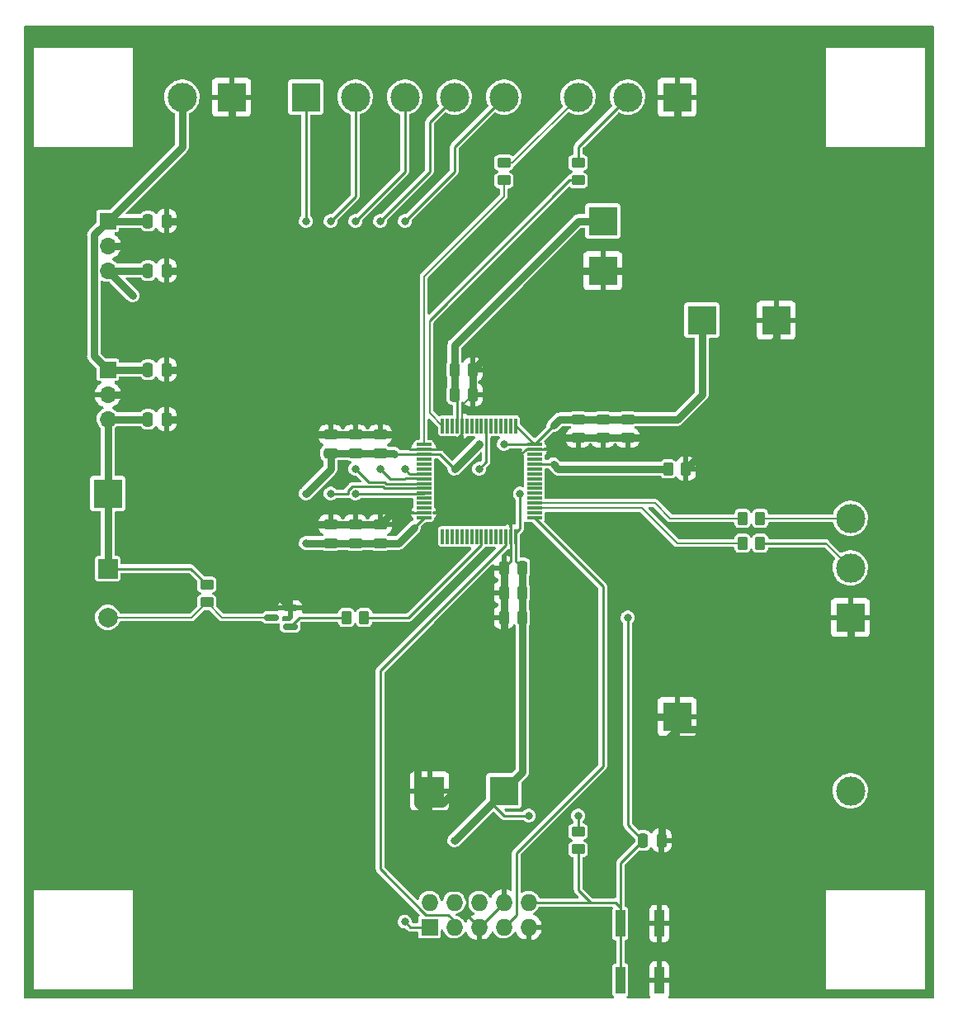
<source format=gtl>
G04 #@! TF.GenerationSoftware,KiCad,Pcbnew,(6.0.1-0)*
G04 #@! TF.CreationDate,2022-03-10T22:00:29-05:00*
G04 #@! TF.ProjectId,Vrm,56726d2e-6b69-4636-9164-5f7063625858,rev?*
G04 #@! TF.SameCoordinates,Original*
G04 #@! TF.FileFunction,Copper,L1,Top*
G04 #@! TF.FilePolarity,Positive*
%FSLAX46Y46*%
G04 Gerber Fmt 4.6, Leading zero omitted, Abs format (unit mm)*
G04 Created by KiCad (PCBNEW (6.0.1-0)) date 2022-03-10 22:00:29*
%MOMM*%
%LPD*%
G01*
G04 APERTURE LIST*
G04 Aperture macros list*
%AMRoundRect*
0 Rectangle with rounded corners*
0 $1 Rounding radius*
0 $2 $3 $4 $5 $6 $7 $8 $9 X,Y pos of 4 corners*
0 Add a 4 corners polygon primitive as box body*
4,1,4,$2,$3,$4,$5,$6,$7,$8,$9,$2,$3,0*
0 Add four circle primitives for the rounded corners*
1,1,$1+$1,$2,$3*
1,1,$1+$1,$4,$5*
1,1,$1+$1,$6,$7*
1,1,$1+$1,$8,$9*
0 Add four rect primitives between the rounded corners*
20,1,$1+$1,$2,$3,$4,$5,0*
20,1,$1+$1,$4,$5,$6,$7,0*
20,1,$1+$1,$6,$7,$8,$9,0*
20,1,$1+$1,$8,$9,$2,$3,0*%
G04 Aperture macros list end*
G04 #@! TA.AperFunction,ComponentPad*
%ADD10R,1.727200X1.727200*%
G04 #@! TD*
G04 #@! TA.AperFunction,ComponentPad*
%ADD11O,1.727200X1.727200*%
G04 #@! TD*
G04 #@! TA.AperFunction,ComponentPad*
%ADD12C,3.000000*%
G04 #@! TD*
G04 #@! TA.AperFunction,SMDPad,CuDef*
%ADD13R,1.000000X2.800000*%
G04 #@! TD*
G04 #@! TA.AperFunction,SMDPad,CuDef*
%ADD14R,3.000000X3.000000*%
G04 #@! TD*
G04 #@! TA.AperFunction,SMDPad,CuDef*
%ADD15RoundRect,0.250000X-0.250000X-0.475000X0.250000X-0.475000X0.250000X0.475000X-0.250000X0.475000X0*%
G04 #@! TD*
G04 #@! TA.AperFunction,SMDPad,CuDef*
%ADD16RoundRect,0.250000X-0.475000X0.250000X-0.475000X-0.250000X0.475000X-0.250000X0.475000X0.250000X0*%
G04 #@! TD*
G04 #@! TA.AperFunction,ComponentPad*
%ADD17R,1.700000X1.700000*%
G04 #@! TD*
G04 #@! TA.AperFunction,ComponentPad*
%ADD18O,1.700000X1.700000*%
G04 #@! TD*
G04 #@! TA.AperFunction,SMDPad,CuDef*
%ADD19RoundRect,0.075000X-0.075000X0.700000X-0.075000X-0.700000X0.075000X-0.700000X0.075000X0.700000X0*%
G04 #@! TD*
G04 #@! TA.AperFunction,SMDPad,CuDef*
%ADD20RoundRect,0.075000X-0.700000X0.075000X-0.700000X-0.075000X0.700000X-0.075000X0.700000X0.075000X0*%
G04 #@! TD*
G04 #@! TA.AperFunction,SMDPad,CuDef*
%ADD21RoundRect,0.250000X-0.262500X-0.450000X0.262500X-0.450000X0.262500X0.450000X-0.262500X0.450000X0*%
G04 #@! TD*
G04 #@! TA.AperFunction,SMDPad,CuDef*
%ADD22RoundRect,0.150000X0.587500X0.150000X-0.587500X0.150000X-0.587500X-0.150000X0.587500X-0.150000X0*%
G04 #@! TD*
G04 #@! TA.AperFunction,ComponentPad*
%ADD23R,2.000000X2.000000*%
G04 #@! TD*
G04 #@! TA.AperFunction,ComponentPad*
%ADD24C,2.000000*%
G04 #@! TD*
G04 #@! TA.AperFunction,SMDPad,CuDef*
%ADD25RoundRect,0.250000X0.250000X0.475000X-0.250000X0.475000X-0.250000X-0.475000X0.250000X-0.475000X0*%
G04 #@! TD*
G04 #@! TA.AperFunction,ComponentPad*
%ADD26R,3.000000X3.000000*%
G04 #@! TD*
G04 #@! TA.AperFunction,SMDPad,CuDef*
%ADD27RoundRect,0.250000X0.475000X-0.250000X0.475000X0.250000X-0.475000X0.250000X-0.475000X-0.250000X0*%
G04 #@! TD*
G04 #@! TA.AperFunction,SMDPad,CuDef*
%ADD28RoundRect,0.250000X0.450000X-0.262500X0.450000X0.262500X-0.450000X0.262500X-0.450000X-0.262500X0*%
G04 #@! TD*
G04 #@! TA.AperFunction,SMDPad,CuDef*
%ADD29RoundRect,0.250000X-0.450000X0.262500X-0.450000X-0.262500X0.450000X-0.262500X0.450000X0.262500X0*%
G04 #@! TD*
G04 #@! TA.AperFunction,ViaPad*
%ADD30C,0.800000*%
G04 #@! TD*
G04 #@! TA.AperFunction,Conductor*
%ADD31C,0.200000*%
G04 #@! TD*
G04 #@! TA.AperFunction,Conductor*
%ADD32C,0.250000*%
G04 #@! TD*
G04 #@! TA.AperFunction,Conductor*
%ADD33C,0.762000*%
G04 #@! TD*
G04 APERTURE END LIST*
D10*
X170180000Y-146050000D03*
D11*
X170180000Y-143510000D03*
X172720000Y-146050000D03*
X172720000Y-143510000D03*
X175260000Y-146050000D03*
X175260000Y-143510000D03*
X177800000Y-146050000D03*
X177800000Y-143510000D03*
X180340000Y-146050000D03*
X180340000Y-143510000D03*
D12*
X213360000Y-132080000D03*
D13*
X193770000Y-145690000D03*
X193770000Y-151490000D03*
X189770000Y-145690000D03*
X189770000Y-151490000D03*
D14*
X198120000Y-83820000D03*
D15*
X141290000Y-93980000D03*
X143190000Y-93980000D03*
D16*
X162560000Y-95570000D03*
X162560000Y-97470000D03*
D14*
X170180000Y-132080000D03*
D17*
X137160000Y-73660000D03*
D18*
X137160000Y-76200000D03*
X137160000Y-78740000D03*
D19*
X179010000Y-94655000D03*
X178510000Y-94655000D03*
X178010000Y-94655000D03*
X177510000Y-94655000D03*
X177010000Y-94655000D03*
X176510000Y-94655000D03*
X176010000Y-94655000D03*
X175510000Y-94655000D03*
X175010000Y-94655000D03*
X174510000Y-94655000D03*
X174010000Y-94655000D03*
X173510000Y-94655000D03*
X173010000Y-94655000D03*
X172510000Y-94655000D03*
X172010000Y-94655000D03*
X171510000Y-94655000D03*
D20*
X169585000Y-96580000D03*
X169585000Y-97080000D03*
X169585000Y-97580000D03*
X169585000Y-98080000D03*
X169585000Y-98580000D03*
X169585000Y-99080000D03*
X169585000Y-99580000D03*
X169585000Y-100080000D03*
X169585000Y-100580000D03*
X169585000Y-101080000D03*
X169585000Y-101580000D03*
X169585000Y-102080000D03*
X169585000Y-102580000D03*
X169585000Y-103080000D03*
X169585000Y-103580000D03*
X169585000Y-104080000D03*
D19*
X171510000Y-106005000D03*
X172010000Y-106005000D03*
X172510000Y-106005000D03*
X173010000Y-106005000D03*
X173510000Y-106005000D03*
X174010000Y-106005000D03*
X174510000Y-106005000D03*
X175010000Y-106005000D03*
X175510000Y-106005000D03*
X176010000Y-106005000D03*
X176510000Y-106005000D03*
X177010000Y-106005000D03*
X177510000Y-106005000D03*
X178010000Y-106005000D03*
X178510000Y-106005000D03*
X179010000Y-106005000D03*
D20*
X180935000Y-104080000D03*
X180935000Y-103580000D03*
X180935000Y-103080000D03*
X180935000Y-102580000D03*
X180935000Y-102080000D03*
X180935000Y-101580000D03*
X180935000Y-101080000D03*
X180935000Y-100580000D03*
X180935000Y-100080000D03*
X180935000Y-99580000D03*
X180935000Y-99080000D03*
X180935000Y-98580000D03*
X180935000Y-98080000D03*
X180935000Y-97580000D03*
X180935000Y-97080000D03*
X180935000Y-96580000D03*
D21*
X161647500Y-114300000D03*
X163472500Y-114300000D03*
D22*
X155877500Y-115250000D03*
X155877500Y-113350000D03*
X154002500Y-114300000D03*
D23*
X137160000Y-109300000D03*
D24*
X137160000Y-114300000D03*
D16*
X160020000Y-104780000D03*
X160020000Y-106680000D03*
D25*
X174620000Y-91440000D03*
X172720000Y-91440000D03*
D12*
X177800000Y-60960000D03*
X172720000Y-60960000D03*
X167640000Y-60960000D03*
X162560000Y-60960000D03*
D26*
X157480000Y-60960000D03*
X149860000Y-60960000D03*
D12*
X144780000Y-60960000D03*
D27*
X190500000Y-95880000D03*
X190500000Y-93980000D03*
D15*
X177800000Y-114300000D03*
X179700000Y-114300000D03*
D14*
X187960000Y-73660000D03*
D16*
X165100000Y-95570000D03*
X165100000Y-97470000D03*
D21*
X194667500Y-99060000D03*
X196492500Y-99060000D03*
D28*
X185420000Y-138072500D03*
X185420000Y-136247500D03*
D25*
X193990000Y-137160000D03*
X192090000Y-137160000D03*
D16*
X162560000Y-104780000D03*
X162560000Y-106680000D03*
D21*
X202287500Y-106680000D03*
X204112500Y-106680000D03*
D25*
X174620000Y-88900000D03*
X172720000Y-88900000D03*
D21*
X202287500Y-104140000D03*
X204112500Y-104140000D03*
D14*
X177800000Y-132080000D03*
D16*
X165100000Y-104780000D03*
X165100000Y-106680000D03*
D15*
X141290000Y-73660000D03*
X143190000Y-73660000D03*
D16*
X160020000Y-95570000D03*
X160020000Y-97470000D03*
D26*
X195580000Y-60960000D03*
D12*
X190500000Y-60960000D03*
X185420000Y-60960000D03*
D15*
X177800000Y-109220000D03*
X179700000Y-109220000D03*
D29*
X177800000Y-67667500D03*
X177800000Y-69492500D03*
D14*
X187960000Y-78740000D03*
D15*
X141290000Y-88900000D03*
X143190000Y-88900000D03*
D29*
X147320000Y-110927500D03*
X147320000Y-112752500D03*
D26*
X213360000Y-114300000D03*
D12*
X213360000Y-109220000D03*
X213360000Y-104140000D03*
D15*
X141290000Y-78740000D03*
X143190000Y-78740000D03*
D14*
X205740000Y-83820000D03*
D27*
X187960000Y-95880000D03*
X187960000Y-93980000D03*
D14*
X137160000Y-101600000D03*
D29*
X185420000Y-67667500D03*
X185420000Y-69492500D03*
D15*
X177800000Y-111760000D03*
X179700000Y-111760000D03*
D14*
X195580000Y-124460000D03*
D17*
X137160000Y-88900000D03*
D18*
X137160000Y-91440000D03*
X137160000Y-93980000D03*
D27*
X185420000Y-95880000D03*
X185420000Y-93980000D03*
D30*
X193040000Y-124460000D03*
X172720000Y-132080000D03*
X172602503Y-96402503D03*
X172720000Y-101600000D03*
X139700000Y-81280000D03*
X157480000Y-106680000D03*
X175260000Y-96520000D03*
X177800000Y-96520000D03*
X167640000Y-145504500D03*
X185420000Y-134620000D03*
X179444295Y-101600000D03*
X180340000Y-134620000D03*
X172720000Y-137160000D03*
X198120000Y-83820000D03*
X157480000Y-101600000D03*
X190500000Y-114300000D03*
X175260000Y-99060000D03*
X167640000Y-99060000D03*
X167640000Y-73660000D03*
X165100000Y-99060000D03*
X165100000Y-73660000D03*
X162560000Y-99060000D03*
X162560000Y-73660000D03*
X160020000Y-73660000D03*
X160020000Y-101600000D03*
X162560000Y-101600000D03*
X157480000Y-73660000D03*
D31*
X171510000Y-94655000D02*
X170180000Y-93325000D01*
X191980000Y-103080000D02*
X180935000Y-103080000D01*
D32*
X190500000Y-60960000D02*
X185420000Y-66040000D01*
D31*
X177800000Y-69492500D02*
X177800000Y-71120000D01*
D32*
X170180000Y-83820000D02*
X184507500Y-69492500D01*
D31*
X213360000Y-104140000D02*
X204112500Y-104140000D01*
X169585000Y-96580000D02*
X169585000Y-79335000D01*
X177800000Y-67667500D02*
X178712500Y-67667500D01*
X202287500Y-104140000D02*
X194890000Y-104140000D01*
X145772500Y-114300000D02*
X137160000Y-114300000D01*
X193330000Y-102580000D02*
X180935000Y-102580000D01*
X177800000Y-71120000D02*
X169585000Y-79335000D01*
X194890000Y-104140000D02*
X193330000Y-102580000D01*
D32*
X185420000Y-66040000D02*
X185420000Y-67667500D01*
X210820000Y-106680000D02*
X204112500Y-106680000D01*
X184507500Y-69492500D02*
X185420000Y-69492500D01*
D31*
X154002500Y-114300000D02*
X148867500Y-114300000D01*
X148867500Y-114300000D02*
X147320000Y-112752500D01*
X195580000Y-106680000D02*
X191980000Y-103080000D01*
X202287500Y-106680000D02*
X195580000Y-106680000D01*
X213360000Y-109220000D02*
X210820000Y-106680000D01*
X170180000Y-93325000D02*
X170180000Y-83820000D01*
X178712500Y-67667500D02*
X185420000Y-60960000D01*
X147320000Y-112752500D02*
X145772500Y-114300000D01*
D32*
X193770000Y-145690000D02*
X193770000Y-137380000D01*
D33*
X185420000Y-95880000D02*
X183520000Y-95880000D01*
D32*
X193770000Y-151490000D02*
X193770000Y-145690000D01*
D33*
X187960000Y-95880000D02*
X185420000Y-95880000D01*
X143190000Y-73660000D02*
X146050000Y-73660000D01*
X193040000Y-124460000D02*
X194310000Y-124460000D01*
X154940000Y-112412500D02*
X155877500Y-113350000D01*
X202880000Y-92672500D02*
X202880000Y-88580000D01*
X177800000Y-114300000D02*
X177800000Y-119380000D01*
X149860000Y-72390000D02*
X149860000Y-60960000D01*
X177800000Y-109220000D02*
X177800000Y-114300000D01*
X202880000Y-88580000D02*
X205740000Y-85720000D01*
D31*
X173510000Y-92550000D02*
X173510000Y-94655000D01*
D33*
X172130526Y-96874480D02*
X171925006Y-96874480D01*
X193990000Y-127320000D02*
X195580000Y-125730000D01*
X172720000Y-101600000D02*
X175260000Y-104140000D01*
X195580000Y-73660000D02*
X195580000Y-60960000D01*
D32*
X168200000Y-97080000D02*
X167640000Y-96520000D01*
X175260000Y-146050000D02*
X173990000Y-144780000D01*
D33*
X172602503Y-96402503D02*
X172130526Y-96874480D01*
D32*
X175260000Y-146050000D02*
X175260000Y-147320000D01*
D33*
X151130000Y-73660000D02*
X149860000Y-72390000D01*
D32*
X182880000Y-96520000D02*
X182320000Y-97080000D01*
X178510000Y-106005000D02*
X178510000Y-108510000D01*
X182320000Y-97080000D02*
X180935000Y-97080000D01*
D33*
X204470000Y-125730000D02*
X195580000Y-125730000D01*
X168910000Y-128270000D02*
X168910000Y-133350000D01*
X146050000Y-78740000D02*
X148590000Y-76200000D01*
X143190000Y-78740000D02*
X146050000Y-78740000D01*
D32*
X177800000Y-143510000D02*
X175260000Y-146050000D01*
D33*
X196492500Y-99060000D02*
X202880000Y-92672500D01*
X147320000Y-93980000D02*
X149860000Y-91440000D01*
X195580000Y-95880000D02*
X202880000Y-88580000D01*
X183520000Y-95880000D02*
X182880000Y-96520000D01*
D32*
X180935000Y-97080000D02*
X180094994Y-97080000D01*
D33*
X165100000Y-104780000D02*
X160020000Y-104780000D01*
X168910000Y-133350000D02*
X171450000Y-133350000D01*
D32*
X193770000Y-137380000D02*
X193990000Y-137160000D01*
D33*
X174620000Y-88900000D02*
X184780000Y-78740000D01*
X194310000Y-124460000D02*
X195580000Y-125730000D01*
D32*
X169585000Y-103580000D02*
X167640000Y-103580000D01*
D33*
X177800000Y-99374994D02*
X179227497Y-97947497D01*
X143190000Y-88900000D02*
X147320000Y-88900000D01*
X154940000Y-104780000D02*
X154940000Y-112412500D01*
X151130000Y-100970000D02*
X151130000Y-95250000D01*
X213360000Y-114300000D02*
X213360000Y-116840000D01*
X171450000Y-133350000D02*
X172720000Y-132080000D01*
D32*
X178524511Y-105990489D02*
X178510000Y-106005000D01*
D33*
X151450000Y-95570000D02*
X151130000Y-95250000D01*
X171450000Y-142240000D02*
X171450000Y-135890000D01*
D32*
X180094994Y-97080000D02*
X179227497Y-97947497D01*
X173510000Y-94655000D02*
X173510000Y-95495006D01*
X173990000Y-144780000D02*
X173990000Y-142240000D01*
D33*
X177800000Y-104140000D02*
X177800000Y-99374994D01*
X148590000Y-76200000D02*
X151130000Y-73660000D01*
X154940000Y-95570000D02*
X151450000Y-95570000D01*
X184780000Y-78740000D02*
X190500000Y-78740000D01*
D31*
X174620000Y-91440000D02*
X173510000Y-92550000D01*
D32*
X178524511Y-104864511D02*
X178524511Y-105990489D01*
D33*
X171450000Y-135890000D02*
X168910000Y-133350000D01*
X175260000Y-104140000D02*
X177800000Y-104140000D01*
X137160000Y-76200000D02*
X148590000Y-76200000D01*
X174620000Y-91440000D02*
X174620000Y-88900000D01*
X193990000Y-137160000D02*
X193990000Y-127320000D01*
X166300000Y-103580000D02*
X165100000Y-104780000D01*
D32*
X173990000Y-142240000D02*
X171450000Y-142240000D01*
D33*
X137160000Y-91440000D02*
X149860000Y-91440000D01*
D32*
X178510000Y-108510000D02*
X177800000Y-109220000D01*
D33*
X166690000Y-95570000D02*
X167640000Y-96520000D01*
D32*
X177800000Y-104140000D02*
X178524511Y-104864511D01*
D33*
X151130000Y-87630000D02*
X151130000Y-73660000D01*
D32*
X169585000Y-97080000D02*
X168200000Y-97080000D01*
D33*
X167640000Y-103580000D02*
X166300000Y-103580000D01*
X154940000Y-104780000D02*
X151130000Y-100970000D01*
X151130000Y-95250000D02*
X151130000Y-90170000D01*
X160020000Y-95570000D02*
X154940000Y-95570000D01*
X190500000Y-95880000D02*
X187960000Y-95880000D01*
X213360000Y-116840000D02*
X204470000Y-125730000D01*
D32*
X180340000Y-147320000D02*
X180340000Y-146050000D01*
D33*
X160020000Y-104780000D02*
X154940000Y-104780000D01*
X165100000Y-95570000D02*
X160020000Y-95570000D01*
X149860000Y-91440000D02*
X151130000Y-90170000D01*
X190500000Y-78740000D02*
X195580000Y-73660000D01*
X165100000Y-95570000D02*
X166690000Y-95570000D01*
X143190000Y-93980000D02*
X147320000Y-93980000D01*
X205740000Y-85720000D02*
X205740000Y-83820000D01*
X190500000Y-95880000D02*
X195580000Y-95880000D01*
X146050000Y-73660000D02*
X148590000Y-76200000D01*
D32*
X173510000Y-95495006D02*
X172602503Y-96402503D01*
X171925006Y-97080000D02*
X169585000Y-97080000D01*
D33*
X147320000Y-88900000D02*
X149860000Y-91440000D01*
D32*
X175260000Y-147320000D02*
X180340000Y-147320000D01*
D33*
X177800000Y-119380000D02*
X168910000Y-128270000D01*
X151130000Y-90170000D02*
X151130000Y-87630000D01*
D32*
X155877500Y-115250000D02*
X156827500Y-114300000D01*
X156827500Y-114300000D02*
X161647500Y-114300000D01*
X179010000Y-108530000D02*
X179700000Y-109220000D01*
X179010000Y-105614034D02*
X179444295Y-105179739D01*
D33*
X160020000Y-99060000D02*
X157480000Y-101600000D01*
D32*
X170180000Y-146050000D02*
X168185500Y-146050000D01*
X185420000Y-136247500D02*
X185420000Y-134620000D01*
D33*
X187960000Y-93980000D02*
X190500000Y-93980000D01*
X179700000Y-114300000D02*
X179700000Y-130180000D01*
X172720000Y-99060000D02*
X175260000Y-96520000D01*
X160020000Y-97470000D02*
X160020000Y-99060000D01*
D32*
X177800000Y-134620000D02*
X176530000Y-133350000D01*
D33*
X179700000Y-130180000D02*
X176530000Y-133350000D01*
D32*
X168185500Y-146050000D02*
X167640000Y-145504500D01*
D33*
X162560000Y-97470000D02*
X160020000Y-97470000D01*
X190500000Y-93980000D02*
X195580000Y-93980000D01*
X185420000Y-93980000D02*
X187960000Y-93980000D01*
D32*
X180935000Y-96580000D02*
X182880000Y-94635000D01*
X180935000Y-96580000D02*
X179010000Y-94655000D01*
X180935000Y-96580000D02*
X177860000Y-96580000D01*
X172720000Y-99060000D02*
X171240000Y-97580000D01*
D33*
X185420000Y-93980000D02*
X183535000Y-93980000D01*
X166985000Y-106680000D02*
X165100000Y-106680000D01*
D32*
X180340000Y-134620000D02*
X177800000Y-134620000D01*
X179444295Y-105179739D02*
X179444295Y-101600000D01*
D33*
X166580000Y-97580000D02*
X166470000Y-97470000D01*
X195580000Y-93980000D02*
X198120000Y-91440000D01*
D32*
X171240000Y-97580000D02*
X169585000Y-97580000D01*
D33*
X198120000Y-91440000D02*
X198120000Y-83820000D01*
D32*
X169585000Y-104080000D02*
X168582500Y-105082500D01*
D33*
X139700000Y-81280000D02*
X137160000Y-78740000D01*
X166470000Y-97470000D02*
X165100000Y-97470000D01*
X165100000Y-97470000D02*
X162560000Y-97470000D01*
X137160000Y-78740000D02*
X141290000Y-78740000D01*
X160020000Y-106680000D02*
X157480000Y-106680000D01*
X183535000Y-93980000D02*
X182880000Y-94635000D01*
D32*
X179010000Y-106005000D02*
X179010000Y-108530000D01*
D33*
X179700000Y-109220000D02*
X179700000Y-114300000D01*
D32*
X177860000Y-96580000D02*
X177800000Y-96520000D01*
D33*
X168582500Y-105082500D02*
X166985000Y-106680000D01*
X165100000Y-106680000D02*
X160020000Y-106680000D01*
X176530000Y-133350000D02*
X172720000Y-137160000D01*
D32*
X179010000Y-106005000D02*
X179010000Y-105614034D01*
X169585000Y-97580000D02*
X166580000Y-97580000D01*
X190500000Y-135570000D02*
X192090000Y-137160000D01*
X189770000Y-144040000D02*
X189770000Y-145690000D01*
X189770000Y-151490000D02*
X189770000Y-145690000D01*
X185420000Y-138072500D02*
X185420000Y-142240000D01*
X189240000Y-143510000D02*
X189770000Y-144040000D01*
X190500000Y-135570000D02*
X190500000Y-114300000D01*
X189770000Y-145690000D02*
X189770000Y-139480000D01*
X186690000Y-143510000D02*
X189240000Y-143510000D01*
X189770000Y-139480000D02*
X192090000Y-137160000D01*
X180340000Y-143510000D02*
X186690000Y-143510000D01*
X176010000Y-98310000D02*
X176010000Y-94655000D01*
X185420000Y-142240000D02*
X186690000Y-143510000D01*
X175260000Y-99060000D02*
X176010000Y-98310000D01*
X173010000Y-91730000D02*
X172720000Y-91440000D01*
D33*
X185420000Y-73660000D02*
X187960000Y-73660000D01*
X172720000Y-86360000D02*
X185420000Y-73660000D01*
X172720000Y-86360000D02*
X172720000Y-91440000D01*
D32*
X173010000Y-94655000D02*
X173010000Y-91730000D01*
X172720000Y-68580000D02*
X172720000Y-66040000D01*
X167640000Y-99060000D02*
X168059511Y-99479511D01*
X168059511Y-99479511D02*
X168160000Y-99580000D01*
X168160000Y-99580000D02*
X169585000Y-99580000D01*
X172720000Y-66040000D02*
X177800000Y-60960000D01*
X167640000Y-73660000D02*
X172720000Y-68580000D01*
X167715960Y-100054520D02*
X169559520Y-100054520D01*
X169559520Y-100054520D02*
X169585000Y-100080000D01*
X165100000Y-99060000D02*
X166170480Y-100130480D01*
X167640000Y-100130480D02*
X167715960Y-100054520D01*
X165100000Y-73660000D02*
X170180000Y-68580000D01*
X170180000Y-63500000D02*
X172720000Y-60960000D01*
X166170480Y-100130480D02*
X167640000Y-100130480D01*
X170180000Y-68580000D02*
X170180000Y-63500000D01*
X167640000Y-68580000D02*
X167640000Y-60960000D01*
X162560000Y-99060000D02*
X163925969Y-100425969D01*
X163925969Y-100425969D02*
X165586301Y-100425969D01*
X162560000Y-73660000D02*
X167640000Y-68580000D01*
X165740332Y-100580000D02*
X169585000Y-100580000D01*
X165586301Y-100425969D02*
X165740332Y-100580000D01*
X160020000Y-101600000D02*
X161835489Y-101600000D01*
X165604614Y-101080000D02*
X169585000Y-101080000D01*
X160020000Y-73660000D02*
X162560000Y-71120000D01*
X161835489Y-101299897D02*
X162259897Y-100875489D01*
X162560000Y-71120000D02*
X162560000Y-60960000D01*
X165400103Y-100875489D02*
X165604614Y-101080000D01*
X161835489Y-101600000D02*
X161835489Y-101299897D01*
X162259897Y-100875489D02*
X165400103Y-100875489D01*
X162560000Y-101600000D02*
X169565000Y-101600000D01*
X169565000Y-101600000D02*
X169585000Y-101580000D01*
X157480000Y-73660000D02*
X157480000Y-60960000D01*
X175510000Y-106005000D02*
X175510000Y-106845006D01*
X168055006Y-114300000D02*
X163472500Y-114300000D01*
X175510000Y-106845006D02*
X168055006Y-114300000D01*
X178010000Y-106845006D02*
X165100000Y-119755006D01*
X169769756Y-144780000D02*
X172084283Y-144780000D01*
X172084283Y-144780000D02*
X172720000Y-145415717D01*
X165100000Y-119755006D02*
X165100000Y-140110244D01*
X172720000Y-145415717D02*
X172720000Y-146050000D01*
X178010000Y-106005000D02*
X178010000Y-106845006D01*
X165100000Y-140110244D02*
X169769756Y-144780000D01*
X179070000Y-144780000D02*
X179070000Y-138430000D01*
X187960000Y-129540000D02*
X187960000Y-111105000D01*
X179070000Y-138430000D02*
X187960000Y-129540000D01*
X187960000Y-111105000D02*
X180935000Y-104080000D01*
X177800000Y-146050000D02*
X179070000Y-144780000D01*
X182880000Y-98554520D02*
X181409520Y-98554520D01*
D33*
X194667500Y-99060000D02*
X183385480Y-99060000D01*
X183385480Y-99060000D02*
X182880000Y-98554520D01*
X137160000Y-73660000D02*
X141290000Y-73660000D01*
X137160000Y-73660000D02*
X135729489Y-75090511D01*
X144780000Y-66040000D02*
X137160000Y-73660000D01*
X135729489Y-75090511D02*
X135729489Y-87469489D01*
X137160000Y-88900000D02*
X141290000Y-88900000D01*
X144780000Y-60960000D02*
X144780000Y-66040000D01*
X135729489Y-87469489D02*
X137160000Y-88900000D01*
X137160000Y-93980000D02*
X137160000Y-101600000D01*
X137160000Y-109300000D02*
X137160000Y-101600000D01*
X137160000Y-93980000D02*
X141290000Y-93980000D01*
D32*
X147320000Y-110927500D02*
X145692500Y-109300000D01*
X145692500Y-109300000D02*
X137160000Y-109300000D01*
G04 #@! TA.AperFunction,Conductor*
G36*
X221887321Y-53664802D02*
G01*
X221933814Y-53718458D01*
X221945200Y-53770800D01*
X221945200Y-153239200D01*
X221925198Y-153307321D01*
X221871542Y-153353814D01*
X221819200Y-153365200D01*
X194800633Y-153365200D01*
X194732512Y-153345198D01*
X194686019Y-153291542D01*
X194675915Y-153221268D01*
X194699807Y-153163635D01*
X194714786Y-153143649D01*
X194723324Y-153128054D01*
X194768478Y-153007606D01*
X194772105Y-152992351D01*
X194777631Y-152941486D01*
X194778000Y-152934672D01*
X194778000Y-152400000D01*
X210820000Y-152400000D01*
X220980000Y-152400000D01*
X220980000Y-142240000D01*
X210820000Y-142240000D01*
X210820000Y-152400000D01*
X194778000Y-152400000D01*
X194778000Y-151762115D01*
X194773525Y-151746876D01*
X194772135Y-151745671D01*
X194764452Y-151744000D01*
X192780116Y-151744000D01*
X192764877Y-151748475D01*
X192763672Y-151749865D01*
X192762001Y-151757548D01*
X192762001Y-152934669D01*
X192762371Y-152941490D01*
X192767895Y-152992352D01*
X192771521Y-153007604D01*
X192816676Y-153128054D01*
X192825214Y-153143649D01*
X192840193Y-153163635D01*
X192865041Y-153230141D01*
X192849988Y-153299524D01*
X192799814Y-153349754D01*
X192739367Y-153365200D01*
X190528954Y-153365200D01*
X190460833Y-153345198D01*
X190414340Y-153291542D01*
X190404236Y-153221268D01*
X190433730Y-153156688D01*
X190445534Y-153146135D01*
X190445919Y-153145964D01*
X190464499Y-153127351D01*
X190518052Y-153073705D01*
X190518053Y-153073703D01*
X190526270Y-153065472D01*
X190572258Y-152961451D01*
X190575300Y-152935358D01*
X190575300Y-151217885D01*
X192762000Y-151217885D01*
X192766475Y-151233124D01*
X192767865Y-151234329D01*
X192775548Y-151236000D01*
X193497885Y-151236000D01*
X193513124Y-151231525D01*
X193514329Y-151230135D01*
X193516000Y-151222452D01*
X193516000Y-151217885D01*
X194024000Y-151217885D01*
X194028475Y-151233124D01*
X194029865Y-151234329D01*
X194037548Y-151236000D01*
X194759884Y-151236000D01*
X194775123Y-151231525D01*
X194776328Y-151230135D01*
X194777999Y-151222452D01*
X194777999Y-150045331D01*
X194777629Y-150038510D01*
X194772105Y-149987648D01*
X194768479Y-149972396D01*
X194723324Y-149851946D01*
X194714786Y-149836351D01*
X194638285Y-149734276D01*
X194625724Y-149721715D01*
X194523649Y-149645214D01*
X194508054Y-149636676D01*
X194387606Y-149591522D01*
X194372351Y-149587895D01*
X194321486Y-149582369D01*
X194314672Y-149582000D01*
X194042115Y-149582000D01*
X194026876Y-149586475D01*
X194025671Y-149587865D01*
X194024000Y-149595548D01*
X194024000Y-151217885D01*
X193516000Y-151217885D01*
X193516000Y-149600116D01*
X193511525Y-149584877D01*
X193510135Y-149583672D01*
X193502452Y-149582001D01*
X193225331Y-149582001D01*
X193218510Y-149582371D01*
X193167648Y-149587895D01*
X193152396Y-149591521D01*
X193031946Y-149636676D01*
X193016351Y-149645214D01*
X192914276Y-149721715D01*
X192901715Y-149734276D01*
X192825214Y-149836351D01*
X192816676Y-149851946D01*
X192771522Y-149972394D01*
X192767895Y-149987649D01*
X192762369Y-150038514D01*
X192762000Y-150045328D01*
X192762000Y-151217885D01*
X190575300Y-151217885D01*
X190575300Y-150044642D01*
X190574004Y-150033748D01*
X190573250Y-150027407D01*
X190573249Y-150027404D01*
X190572133Y-150018022D01*
X190525964Y-149914081D01*
X190463720Y-149851946D01*
X190453705Y-149841948D01*
X190453703Y-149841947D01*
X190445472Y-149833730D01*
X190341451Y-149787742D01*
X190327999Y-149786174D01*
X190318998Y-149785124D01*
X190318992Y-149785124D01*
X190318991Y-149785123D01*
X190315358Y-149784700D01*
X190315456Y-149783859D01*
X190252146Y-149761204D01*
X190208843Y-149704943D01*
X190200300Y-149659336D01*
X190200300Y-147520652D01*
X190220302Y-147452531D01*
X190273958Y-147406038D01*
X190315409Y-147395726D01*
X190315358Y-147395300D01*
X190319055Y-147394860D01*
X190319058Y-147394860D01*
X190332593Y-147393250D01*
X190332596Y-147393249D01*
X190341978Y-147392133D01*
X190445919Y-147345964D01*
X190485998Y-147305814D01*
X190518052Y-147273705D01*
X190518053Y-147273703D01*
X190526270Y-147265472D01*
X190572258Y-147161451D01*
X190575300Y-147135358D01*
X190575300Y-147134669D01*
X192762001Y-147134669D01*
X192762371Y-147141490D01*
X192767895Y-147192352D01*
X192771521Y-147207604D01*
X192816676Y-147328054D01*
X192825214Y-147343649D01*
X192901715Y-147445724D01*
X192914276Y-147458285D01*
X193016351Y-147534786D01*
X193031946Y-147543324D01*
X193152394Y-147588478D01*
X193167649Y-147592105D01*
X193218514Y-147597631D01*
X193225328Y-147598000D01*
X193497885Y-147598000D01*
X193513124Y-147593525D01*
X193514329Y-147592135D01*
X193516000Y-147584452D01*
X193516000Y-147579884D01*
X194024000Y-147579884D01*
X194028475Y-147595123D01*
X194029865Y-147596328D01*
X194037548Y-147597999D01*
X194314669Y-147597999D01*
X194321490Y-147597629D01*
X194372352Y-147592105D01*
X194387604Y-147588479D01*
X194508054Y-147543324D01*
X194523649Y-147534786D01*
X194625724Y-147458285D01*
X194638285Y-147445724D01*
X194714786Y-147343649D01*
X194723324Y-147328054D01*
X194768478Y-147207606D01*
X194772105Y-147192351D01*
X194777631Y-147141486D01*
X194778000Y-147134672D01*
X194778000Y-145962115D01*
X194773525Y-145946876D01*
X194772135Y-145945671D01*
X194764452Y-145944000D01*
X194042115Y-145944000D01*
X194026876Y-145948475D01*
X194025671Y-145949865D01*
X194024000Y-145957548D01*
X194024000Y-147579884D01*
X193516000Y-147579884D01*
X193516000Y-145962115D01*
X193511525Y-145946876D01*
X193510135Y-145945671D01*
X193502452Y-145944000D01*
X192780116Y-145944000D01*
X192764877Y-145948475D01*
X192763672Y-145949865D01*
X192762001Y-145957548D01*
X192762001Y-147134669D01*
X190575300Y-147134669D01*
X190575300Y-145417885D01*
X192762000Y-145417885D01*
X192766475Y-145433124D01*
X192767865Y-145434329D01*
X192775548Y-145436000D01*
X193497885Y-145436000D01*
X193513124Y-145431525D01*
X193514329Y-145430135D01*
X193516000Y-145422452D01*
X193516000Y-145417885D01*
X194024000Y-145417885D01*
X194028475Y-145433124D01*
X194029865Y-145434329D01*
X194037548Y-145436000D01*
X194759884Y-145436000D01*
X194775123Y-145431525D01*
X194776328Y-145430135D01*
X194777999Y-145422452D01*
X194777999Y-144245331D01*
X194777629Y-144238510D01*
X194772105Y-144187648D01*
X194768479Y-144172396D01*
X194723324Y-144051946D01*
X194714786Y-144036351D01*
X194638285Y-143934276D01*
X194625724Y-143921715D01*
X194523649Y-143845214D01*
X194508054Y-143836676D01*
X194387606Y-143791522D01*
X194372351Y-143787895D01*
X194321486Y-143782369D01*
X194314672Y-143782000D01*
X194042115Y-143782000D01*
X194026876Y-143786475D01*
X194025671Y-143787865D01*
X194024000Y-143795548D01*
X194024000Y-145417885D01*
X193516000Y-145417885D01*
X193516000Y-143800116D01*
X193511525Y-143784877D01*
X193510135Y-143783672D01*
X193502452Y-143782001D01*
X193225331Y-143782001D01*
X193218510Y-143782371D01*
X193167648Y-143787895D01*
X193152396Y-143791521D01*
X193031946Y-143836676D01*
X193016351Y-143845214D01*
X192914276Y-143921715D01*
X192901715Y-143934276D01*
X192825214Y-144036351D01*
X192816676Y-144051946D01*
X192771522Y-144172394D01*
X192767895Y-144187649D01*
X192762369Y-144238514D01*
X192762000Y-144245328D01*
X192762000Y-145417885D01*
X190575300Y-145417885D01*
X190575300Y-144244642D01*
X190574004Y-144233748D01*
X190573250Y-144227407D01*
X190573249Y-144227404D01*
X190572133Y-144218022D01*
X190525964Y-144114081D01*
X190463720Y-144051946D01*
X190453705Y-144041948D01*
X190453703Y-144041947D01*
X190445472Y-144033730D01*
X190341451Y-143987742D01*
X190327999Y-143986174D01*
X190318998Y-143985124D01*
X190318992Y-143985124D01*
X190318991Y-143985123D01*
X190315358Y-143984700D01*
X190315456Y-143983859D01*
X190252146Y-143961204D01*
X190208843Y-143904943D01*
X190200300Y-143859336D01*
X190200300Y-139710426D01*
X190220302Y-139642305D01*
X190237205Y-139621331D01*
X191638762Y-138219774D01*
X191701074Y-138185748D01*
X191742994Y-138183782D01*
X191758134Y-138185614D01*
X191796856Y-138190300D01*
X192383144Y-138190300D01*
X192473703Y-138179341D01*
X192481231Y-138176361D01*
X192481233Y-138176360D01*
X192592991Y-138132112D01*
X192615162Y-138123334D01*
X192736348Y-138031348D01*
X192825968Y-137913279D01*
X192883086Y-137871112D01*
X192953934Y-137866520D01*
X193016018Y-137900960D01*
X193043214Y-137945282D01*
X193043483Y-137945156D01*
X193044602Y-137947546D01*
X193045855Y-137949587D01*
X193046588Y-137951784D01*
X193052761Y-137964962D01*
X193138063Y-138102807D01*
X193147099Y-138114208D01*
X193261829Y-138228739D01*
X193273240Y-138237751D01*
X193411243Y-138322816D01*
X193424424Y-138328963D01*
X193578710Y-138380138D01*
X193592086Y-138383005D01*
X193686438Y-138392672D01*
X193692854Y-138393000D01*
X193717885Y-138393000D01*
X193733124Y-138388525D01*
X193734329Y-138387135D01*
X193736000Y-138379452D01*
X193736000Y-138374884D01*
X194244000Y-138374884D01*
X194248475Y-138390123D01*
X194249865Y-138391328D01*
X194257548Y-138392999D01*
X194287095Y-138392999D01*
X194293614Y-138392662D01*
X194389206Y-138382743D01*
X194402600Y-138379851D01*
X194556784Y-138328412D01*
X194569962Y-138322239D01*
X194707807Y-138236937D01*
X194719208Y-138227901D01*
X194833739Y-138113171D01*
X194842751Y-138101760D01*
X194927816Y-137963757D01*
X194933963Y-137950576D01*
X194985138Y-137796290D01*
X194988005Y-137782914D01*
X194997672Y-137688562D01*
X194998000Y-137682146D01*
X194998000Y-137432115D01*
X194993525Y-137416876D01*
X194992135Y-137415671D01*
X194984452Y-137414000D01*
X194262115Y-137414000D01*
X194246876Y-137418475D01*
X194245671Y-137419865D01*
X194244000Y-137427548D01*
X194244000Y-138374884D01*
X193736000Y-138374884D01*
X193736000Y-136887885D01*
X194244000Y-136887885D01*
X194248475Y-136903124D01*
X194249865Y-136904329D01*
X194257548Y-136906000D01*
X194979884Y-136906000D01*
X194995123Y-136901525D01*
X194996328Y-136900135D01*
X194997999Y-136892452D01*
X194997999Y-136637905D01*
X194997662Y-136631386D01*
X194987743Y-136535794D01*
X194984851Y-136522400D01*
X194933412Y-136368216D01*
X194927239Y-136355038D01*
X194841937Y-136217193D01*
X194832901Y-136205792D01*
X194718171Y-136091261D01*
X194706760Y-136082249D01*
X194568757Y-135997184D01*
X194555576Y-135991037D01*
X194401290Y-135939862D01*
X194387914Y-135936995D01*
X194293562Y-135927328D01*
X194287145Y-135927000D01*
X194262115Y-135927000D01*
X194246876Y-135931475D01*
X194245671Y-135932865D01*
X194244000Y-135940548D01*
X194244000Y-136887885D01*
X193736000Y-136887885D01*
X193736000Y-135945116D01*
X193731525Y-135929877D01*
X193730135Y-135928672D01*
X193722452Y-135927001D01*
X193692905Y-135927001D01*
X193686386Y-135927338D01*
X193590794Y-135937257D01*
X193577400Y-135940149D01*
X193423216Y-135991588D01*
X193410038Y-135997761D01*
X193272193Y-136083063D01*
X193260792Y-136092099D01*
X193146261Y-136206829D01*
X193137249Y-136218240D01*
X193052184Y-136356243D01*
X193046036Y-136369427D01*
X193045820Y-136370077D01*
X193045552Y-136370463D01*
X193042944Y-136376057D01*
X193041986Y-136375610D01*
X193005388Y-136428436D01*
X192939823Y-136455671D01*
X192869942Y-136443136D01*
X192825869Y-136406590D01*
X192736348Y-136288652D01*
X192615162Y-136196666D01*
X192554064Y-136172476D01*
X192481233Y-136143640D01*
X192481231Y-136143639D01*
X192473703Y-136140659D01*
X192383144Y-136129700D01*
X191796856Y-136129700D01*
X191758134Y-136134386D01*
X191742994Y-136136218D01*
X191672964Y-136124545D01*
X191638762Y-136100226D01*
X190967205Y-135428669D01*
X190933179Y-135366357D01*
X190930300Y-135339574D01*
X190930300Y-132032610D01*
X211550258Y-132032610D01*
X211563132Y-132300628D01*
X211615480Y-132563798D01*
X211617059Y-132568196D01*
X211617061Y-132568203D01*
X211664087Y-132699180D01*
X211706152Y-132816341D01*
X211833156Y-133052707D01*
X211835951Y-133056451D01*
X211835953Y-133056453D01*
X211990910Y-133263966D01*
X211990915Y-133263972D01*
X211993702Y-133267704D01*
X211997011Y-133270984D01*
X211997016Y-133270990D01*
X212101194Y-133374262D01*
X212184264Y-133456610D01*
X212188026Y-133459368D01*
X212188029Y-133459371D01*
X212396880Y-133612507D01*
X212400654Y-133615274D01*
X212404797Y-133617454D01*
X212404799Y-133617455D01*
X212633970Y-133738028D01*
X212633975Y-133738030D01*
X212638120Y-133740211D01*
X212642543Y-133741756D01*
X212642544Y-133741756D01*
X212887027Y-133827133D01*
X212887033Y-133827135D01*
X212891444Y-133828675D01*
X212896037Y-133829547D01*
X213056683Y-133860047D01*
X213155061Y-133878725D01*
X213282405Y-133883728D01*
X213418513Y-133889076D01*
X213418518Y-133889076D01*
X213423181Y-133889259D01*
X213527319Y-133877854D01*
X213685259Y-133860557D01*
X213685264Y-133860556D01*
X213689912Y-133860047D01*
X213763443Y-133840688D01*
X213944873Y-133792922D01*
X213944875Y-133792921D01*
X213949396Y-133791731D01*
X213953693Y-133789885D01*
X214191638Y-133687656D01*
X214191640Y-133687655D01*
X214195932Y-133685811D01*
X214314390Y-133612507D01*
X214420131Y-133547073D01*
X214420135Y-133547070D01*
X214424104Y-133544614D01*
X214628899Y-133371242D01*
X214805819Y-133169503D01*
X214950977Y-132943830D01*
X215061184Y-132699180D01*
X215134018Y-132440928D01*
X215167881Y-132174747D01*
X215170362Y-132080000D01*
X215170128Y-132076851D01*
X215150823Y-131817063D01*
X215150822Y-131817059D01*
X215150477Y-131812411D01*
X215091258Y-131550701D01*
X214994006Y-131300619D01*
X214860858Y-131067658D01*
X214694739Y-130856937D01*
X214499298Y-130673084D01*
X214374377Y-130586423D01*
X214282666Y-130522801D01*
X214282661Y-130522798D01*
X214278828Y-130520139D01*
X214122519Y-130443056D01*
X214042362Y-130403527D01*
X214042359Y-130403526D01*
X214038174Y-130401462D01*
X214022033Y-130396295D01*
X213852248Y-130341946D01*
X213782621Y-130319658D01*
X213604681Y-130290679D01*
X213522395Y-130277278D01*
X213522394Y-130277278D01*
X213517783Y-130276527D01*
X213383631Y-130274771D01*
X213254157Y-130273076D01*
X213254154Y-130273076D01*
X213249480Y-130273015D01*
X212983605Y-130309199D01*
X212979119Y-130310507D01*
X212979117Y-130310507D01*
X212942839Y-130321081D01*
X212725998Y-130384284D01*
X212721745Y-130386244D01*
X212721744Y-130386245D01*
X212668607Y-130410741D01*
X212482319Y-130496622D01*
X212478414Y-130499182D01*
X212478409Y-130499185D01*
X212261834Y-130641177D01*
X212261829Y-130641181D01*
X212257921Y-130643743D01*
X212057735Y-130822417D01*
X211886156Y-131028717D01*
X211746956Y-131258113D01*
X211745147Y-131262427D01*
X211745146Y-131262429D01*
X211730833Y-131296563D01*
X211643191Y-131505564D01*
X211577141Y-131765634D01*
X211576673Y-131770285D01*
X211576672Y-131770289D01*
X211572431Y-131812411D01*
X211550258Y-132032610D01*
X190930300Y-132032610D01*
X190930300Y-126004669D01*
X193572001Y-126004669D01*
X193572371Y-126011490D01*
X193577895Y-126062352D01*
X193581521Y-126077604D01*
X193626676Y-126198054D01*
X193635214Y-126213649D01*
X193711715Y-126315724D01*
X193724276Y-126328285D01*
X193826351Y-126404786D01*
X193841946Y-126413324D01*
X193962394Y-126458478D01*
X193977649Y-126462105D01*
X194028514Y-126467631D01*
X194035328Y-126468000D01*
X195307885Y-126468000D01*
X195323124Y-126463525D01*
X195324329Y-126462135D01*
X195326000Y-126454452D01*
X195326000Y-126449884D01*
X195834000Y-126449884D01*
X195838475Y-126465123D01*
X195839865Y-126466328D01*
X195847548Y-126467999D01*
X197124669Y-126467999D01*
X197131490Y-126467629D01*
X197182352Y-126462105D01*
X197197604Y-126458479D01*
X197318054Y-126413324D01*
X197333649Y-126404786D01*
X197435724Y-126328285D01*
X197448285Y-126315724D01*
X197524786Y-126213649D01*
X197533324Y-126198054D01*
X197578478Y-126077606D01*
X197582105Y-126062351D01*
X197587631Y-126011486D01*
X197588000Y-126004672D01*
X197588000Y-124732115D01*
X197583525Y-124716876D01*
X197582135Y-124715671D01*
X197574452Y-124714000D01*
X195852115Y-124714000D01*
X195836876Y-124718475D01*
X195835671Y-124719865D01*
X195834000Y-124727548D01*
X195834000Y-126449884D01*
X195326000Y-126449884D01*
X195326000Y-124732115D01*
X195321525Y-124716876D01*
X195320135Y-124715671D01*
X195312452Y-124714000D01*
X193590116Y-124714000D01*
X193574877Y-124718475D01*
X193573672Y-124719865D01*
X193572001Y-124727548D01*
X193572001Y-126004669D01*
X190930300Y-126004669D01*
X190930300Y-124187885D01*
X193572000Y-124187885D01*
X193576475Y-124203124D01*
X193577865Y-124204329D01*
X193585548Y-124206000D01*
X195307885Y-124206000D01*
X195323124Y-124201525D01*
X195324329Y-124200135D01*
X195326000Y-124192452D01*
X195326000Y-124187885D01*
X195834000Y-124187885D01*
X195838475Y-124203124D01*
X195839865Y-124204329D01*
X195847548Y-124206000D01*
X197569884Y-124206000D01*
X197585123Y-124201525D01*
X197586328Y-124200135D01*
X197587999Y-124192452D01*
X197587999Y-122915331D01*
X197587629Y-122908510D01*
X197582105Y-122857648D01*
X197578479Y-122842396D01*
X197533324Y-122721946D01*
X197524786Y-122706351D01*
X197448285Y-122604276D01*
X197435724Y-122591715D01*
X197333649Y-122515214D01*
X197318054Y-122506676D01*
X197197606Y-122461522D01*
X197182351Y-122457895D01*
X197131486Y-122452369D01*
X197124672Y-122452000D01*
X195852115Y-122452000D01*
X195836876Y-122456475D01*
X195835671Y-122457865D01*
X195834000Y-122465548D01*
X195834000Y-124187885D01*
X195326000Y-124187885D01*
X195326000Y-122470116D01*
X195321525Y-122454877D01*
X195320135Y-122453672D01*
X195312452Y-122452001D01*
X194035331Y-122452001D01*
X194028510Y-122452371D01*
X193977648Y-122457895D01*
X193962396Y-122461521D01*
X193841946Y-122506676D01*
X193826351Y-122515214D01*
X193724276Y-122591715D01*
X193711715Y-122604276D01*
X193635214Y-122706351D01*
X193626676Y-122721946D01*
X193581522Y-122842394D01*
X193577895Y-122857649D01*
X193572369Y-122908514D01*
X193572000Y-122915328D01*
X193572000Y-124187885D01*
X190930300Y-124187885D01*
X190930300Y-115844669D01*
X211352001Y-115844669D01*
X211352371Y-115851490D01*
X211357895Y-115902352D01*
X211361521Y-115917604D01*
X211406676Y-116038054D01*
X211415214Y-116053649D01*
X211491715Y-116155724D01*
X211504276Y-116168285D01*
X211606351Y-116244786D01*
X211621946Y-116253324D01*
X211742394Y-116298478D01*
X211757649Y-116302105D01*
X211808514Y-116307631D01*
X211815328Y-116308000D01*
X213087885Y-116308000D01*
X213103124Y-116303525D01*
X213104329Y-116302135D01*
X213106000Y-116294452D01*
X213106000Y-116289884D01*
X213614000Y-116289884D01*
X213618475Y-116305123D01*
X213619865Y-116306328D01*
X213627548Y-116307999D01*
X214904669Y-116307999D01*
X214911490Y-116307629D01*
X214962352Y-116302105D01*
X214977604Y-116298479D01*
X215098054Y-116253324D01*
X215113649Y-116244786D01*
X215215724Y-116168285D01*
X215228285Y-116155724D01*
X215304786Y-116053649D01*
X215313324Y-116038054D01*
X215358478Y-115917606D01*
X215362105Y-115902351D01*
X215367631Y-115851486D01*
X215368000Y-115844672D01*
X215368000Y-114572115D01*
X215363525Y-114556876D01*
X215362135Y-114555671D01*
X215354452Y-114554000D01*
X213632115Y-114554000D01*
X213616876Y-114558475D01*
X213615671Y-114559865D01*
X213614000Y-114567548D01*
X213614000Y-116289884D01*
X213106000Y-116289884D01*
X213106000Y-114572115D01*
X213101525Y-114556876D01*
X213100135Y-114555671D01*
X213092452Y-114554000D01*
X211370116Y-114554000D01*
X211354877Y-114558475D01*
X211353672Y-114559865D01*
X211352001Y-114567548D01*
X211352001Y-115844669D01*
X190930300Y-115844669D01*
X190930300Y-114918152D01*
X190950302Y-114850031D01*
X190974470Y-114822341D01*
X191017207Y-114785840D01*
X191017210Y-114785837D01*
X191022982Y-114780907D01*
X191122598Y-114642276D01*
X191129556Y-114624967D01*
X191183436Y-114490939D01*
X191183437Y-114490937D01*
X191186271Y-114483886D01*
X191210324Y-114314879D01*
X191210480Y-114300000D01*
X191192948Y-114155123D01*
X191190884Y-114138070D01*
X191190884Y-114138069D01*
X191189971Y-114130527D01*
X191151186Y-114027885D01*
X211352000Y-114027885D01*
X211356475Y-114043124D01*
X211357865Y-114044329D01*
X211365548Y-114046000D01*
X213087885Y-114046000D01*
X213103124Y-114041525D01*
X213104329Y-114040135D01*
X213106000Y-114032452D01*
X213106000Y-114027885D01*
X213614000Y-114027885D01*
X213618475Y-114043124D01*
X213619865Y-114044329D01*
X213627548Y-114046000D01*
X215349884Y-114046000D01*
X215365123Y-114041525D01*
X215366328Y-114040135D01*
X215367999Y-114032452D01*
X215367999Y-112755331D01*
X215367629Y-112748510D01*
X215362105Y-112697648D01*
X215358479Y-112682396D01*
X215313324Y-112561946D01*
X215304786Y-112546351D01*
X215228285Y-112444276D01*
X215215724Y-112431715D01*
X215113649Y-112355214D01*
X215098054Y-112346676D01*
X214977606Y-112301522D01*
X214962351Y-112297895D01*
X214911486Y-112292369D01*
X214904672Y-112292000D01*
X213632115Y-112292000D01*
X213616876Y-112296475D01*
X213615671Y-112297865D01*
X213614000Y-112305548D01*
X213614000Y-114027885D01*
X213106000Y-114027885D01*
X213106000Y-112310116D01*
X213101525Y-112294877D01*
X213100135Y-112293672D01*
X213092452Y-112292001D01*
X211815331Y-112292001D01*
X211808510Y-112292371D01*
X211757648Y-112297895D01*
X211742396Y-112301521D01*
X211621946Y-112346676D01*
X211606351Y-112355214D01*
X211504276Y-112431715D01*
X211491715Y-112444276D01*
X211415214Y-112546351D01*
X211406676Y-112561946D01*
X211361522Y-112682394D01*
X211357895Y-112697649D01*
X211352369Y-112748514D01*
X211352000Y-112755328D01*
X211352000Y-114027885D01*
X191151186Y-114027885D01*
X191129630Y-113970837D01*
X191125331Y-113964582D01*
X191125329Y-113964578D01*
X191037241Y-113836410D01*
X191037240Y-113836408D01*
X191032939Y-113830151D01*
X191026705Y-113824596D01*
X190952899Y-113758838D01*
X190905481Y-113716590D01*
X190897523Y-113712376D01*
X190761322Y-113640262D01*
X190761321Y-113640261D01*
X190754613Y-113636710D01*
X190589047Y-113595122D01*
X190581449Y-113595082D01*
X190581447Y-113595082D01*
X190507658Y-113594696D01*
X190418339Y-113594229D01*
X190410960Y-113596001D01*
X190410956Y-113596001D01*
X190259726Y-113632308D01*
X190259722Y-113632309D01*
X190252347Y-113634080D01*
X190245602Y-113637561D01*
X190245603Y-113637561D01*
X190108070Y-113708547D01*
X190100651Y-113712376D01*
X190094929Y-113717368D01*
X190094927Y-113717369D01*
X190004742Y-113796042D01*
X189972010Y-113824596D01*
X189873852Y-113964262D01*
X189871093Y-113971337D01*
X189871092Y-113971340D01*
X189822647Y-114095596D01*
X189811841Y-114123311D01*
X189810849Y-114130844D01*
X189810849Y-114130845D01*
X189797531Y-114232010D01*
X189789559Y-114292560D01*
X189808292Y-114462239D01*
X189810901Y-114469370D01*
X189810902Y-114469372D01*
X189859737Y-114602818D01*
X189866958Y-114622551D01*
X189871194Y-114628854D01*
X189871194Y-114628855D01*
X189880123Y-114642142D01*
X189962170Y-114764242D01*
X189975024Y-114775938D01*
X190028500Y-114824598D01*
X190065422Y-114885238D01*
X190069700Y-114917791D01*
X190069700Y-135536982D01*
X190068827Y-135551790D01*
X190065054Y-135583668D01*
X190066746Y-135592932D01*
X190066746Y-135592933D01*
X190075111Y-135638733D01*
X190075761Y-135642637D01*
X190084077Y-135697955D01*
X190087062Y-135704171D01*
X190088301Y-135710956D01*
X190092643Y-135719314D01*
X190114100Y-135760619D01*
X190115869Y-135764159D01*
X190140088Y-135814596D01*
X190144771Y-135819662D01*
X190147949Y-135825780D01*
X190152070Y-135830606D01*
X190187572Y-135866108D01*
X190191001Y-135869674D01*
X190227919Y-135909612D01*
X190234052Y-135913175D01*
X190239677Y-135918213D01*
X191247795Y-136926331D01*
X191281821Y-136988643D01*
X191284700Y-137015426D01*
X191284700Y-137304574D01*
X191264698Y-137372695D01*
X191247795Y-137393669D01*
X189489081Y-139152383D01*
X189477992Y-139162238D01*
X189452782Y-139182112D01*
X189420930Y-139228197D01*
X189418666Y-139231365D01*
X189385420Y-139276376D01*
X189383135Y-139282883D01*
X189379214Y-139288556D01*
X189376374Y-139297537D01*
X189362344Y-139341900D01*
X189361090Y-139345657D01*
X189345670Y-139389567D01*
X189345669Y-139389571D01*
X189342548Y-139398459D01*
X189342277Y-139405352D01*
X189340198Y-139411926D01*
X189339700Y-139418253D01*
X189339700Y-139468467D01*
X189339603Y-139473414D01*
X189337468Y-139527752D01*
X189339285Y-139534605D01*
X189339700Y-139542145D01*
X189339700Y-142952213D01*
X189319698Y-143020334D01*
X189266042Y-143066827D01*
X189208757Y-143078116D01*
X189201660Y-143077837D01*
X189201655Y-143077838D01*
X189192248Y-143077468D01*
X189185395Y-143079285D01*
X189177855Y-143079700D01*
X186920426Y-143079700D01*
X186852305Y-143059698D01*
X186831331Y-143042795D01*
X185887205Y-142098669D01*
X185853179Y-142036357D01*
X185850300Y-142009574D01*
X185850300Y-139009576D01*
X185870302Y-138941455D01*
X185923958Y-138894962D01*
X185961161Y-138884489D01*
X186003703Y-138879341D01*
X186011231Y-138876361D01*
X186011233Y-138876360D01*
X186084064Y-138847524D01*
X186145162Y-138823334D01*
X186266348Y-138731348D01*
X186358334Y-138610162D01*
X186405060Y-138492145D01*
X186411360Y-138476233D01*
X186411361Y-138476231D01*
X186414341Y-138468703D01*
X186425300Y-138378144D01*
X186425300Y-137766856D01*
X186414341Y-137676297D01*
X186358334Y-137534838D01*
X186266348Y-137413652D01*
X186191402Y-137356764D01*
X186152010Y-137326864D01*
X186145162Y-137321666D01*
X186032731Y-137277152D01*
X185976757Y-137233478D01*
X185953280Y-137166475D01*
X185969755Y-137097416D01*
X186020951Y-137048228D01*
X186032731Y-137042848D01*
X186101992Y-137015426D01*
X186145162Y-136998334D01*
X186179813Y-136972032D01*
X186259508Y-136911540D01*
X186266348Y-136906348D01*
X186358334Y-136785162D01*
X186395689Y-136690814D01*
X186411360Y-136651233D01*
X186411361Y-136651231D01*
X186414341Y-136643703D01*
X186425300Y-136553144D01*
X186425300Y-135941856D01*
X186414341Y-135851297D01*
X186406119Y-135830529D01*
X186361498Y-135717830D01*
X186358334Y-135709838D01*
X186307327Y-135642639D01*
X186271540Y-135595492D01*
X186266348Y-135588652D01*
X186217789Y-135551793D01*
X186152010Y-135501864D01*
X186145162Y-135496666D01*
X186084064Y-135472476D01*
X186011233Y-135443640D01*
X186011231Y-135443639D01*
X186003703Y-135440659D01*
X185961162Y-135435511D01*
X185895938Y-135407470D01*
X185856228Y-135348618D01*
X185850300Y-135310424D01*
X185850300Y-135238152D01*
X185870302Y-135170031D01*
X185894470Y-135142341D01*
X185937207Y-135105840D01*
X185937210Y-135105837D01*
X185942982Y-135100907D01*
X186042598Y-134962276D01*
X186047993Y-134948855D01*
X186103436Y-134810939D01*
X186103437Y-134810937D01*
X186106271Y-134803886D01*
X186130324Y-134634879D01*
X186130480Y-134620000D01*
X186109971Y-134450527D01*
X186049630Y-134290837D01*
X186045331Y-134284582D01*
X186045329Y-134284578D01*
X185957241Y-134156410D01*
X185957240Y-134156408D01*
X185952939Y-134150151D01*
X185946705Y-134144596D01*
X185878160Y-134083525D01*
X185825481Y-134036590D01*
X185817523Y-134032376D01*
X185681322Y-133960262D01*
X185681321Y-133960261D01*
X185674613Y-133956710D01*
X185509047Y-133915122D01*
X185501449Y-133915082D01*
X185501447Y-133915082D01*
X185427658Y-133914696D01*
X185338339Y-133914229D01*
X185330960Y-133916001D01*
X185330956Y-133916001D01*
X185179726Y-133952308D01*
X185179722Y-133952309D01*
X185172347Y-133954080D01*
X185020651Y-134032376D01*
X185014929Y-134037368D01*
X185014927Y-134037369D01*
X184942679Y-134100395D01*
X184892010Y-134144596D01*
X184793852Y-134284262D01*
X184731841Y-134443311D01*
X184709559Y-134612560D01*
X184728292Y-134782239D01*
X184730901Y-134789370D01*
X184730902Y-134789372D01*
X184771723Y-134900919D01*
X184786958Y-134942551D01*
X184882170Y-135084242D01*
X184900485Y-135100907D01*
X184948500Y-135144598D01*
X184985422Y-135205238D01*
X184989700Y-135237791D01*
X184989700Y-135310424D01*
X184969698Y-135378545D01*
X184916042Y-135425038D01*
X184878839Y-135435511D01*
X184836297Y-135440659D01*
X184828769Y-135443639D01*
X184828767Y-135443640D01*
X184755936Y-135472476D01*
X184694838Y-135496666D01*
X184687990Y-135501864D01*
X184622212Y-135551793D01*
X184573652Y-135588652D01*
X184568460Y-135595492D01*
X184532673Y-135642639D01*
X184481666Y-135709838D01*
X184478502Y-135717830D01*
X184433882Y-135830529D01*
X184425659Y-135851297D01*
X184414700Y-135941856D01*
X184414700Y-136553144D01*
X184425659Y-136643703D01*
X184428639Y-136651231D01*
X184428640Y-136651233D01*
X184444311Y-136690814D01*
X184481666Y-136785162D01*
X184573652Y-136906348D01*
X184580492Y-136911540D01*
X184660187Y-136972032D01*
X184694838Y-136998334D01*
X184738008Y-137015426D01*
X184807269Y-137042848D01*
X184863243Y-137086522D01*
X184886720Y-137153525D01*
X184870245Y-137222584D01*
X184819049Y-137271772D01*
X184807271Y-137277151D01*
X184694838Y-137321666D01*
X184687990Y-137326864D01*
X184648599Y-137356764D01*
X184573652Y-137413652D01*
X184481666Y-137534838D01*
X184425659Y-137676297D01*
X184414700Y-137766856D01*
X184414700Y-138378144D01*
X184425659Y-138468703D01*
X184428639Y-138476231D01*
X184428640Y-138476233D01*
X184434940Y-138492145D01*
X184481666Y-138610162D01*
X184573652Y-138731348D01*
X184694838Y-138823334D01*
X184755936Y-138847524D01*
X184828767Y-138876360D01*
X184828769Y-138876361D01*
X184836297Y-138879341D01*
X184878838Y-138884489D01*
X184944062Y-138912530D01*
X184983772Y-138971382D01*
X184989700Y-139009576D01*
X184989700Y-142206982D01*
X184988827Y-142221790D01*
X184985054Y-142253668D01*
X184986746Y-142262932D01*
X184986746Y-142262933D01*
X184995111Y-142308733D01*
X184995761Y-142312639D01*
X185000325Y-142342995D01*
X185004077Y-142367955D01*
X185007062Y-142374171D01*
X185008301Y-142380956D01*
X185012643Y-142389314D01*
X185034100Y-142430619D01*
X185035870Y-142434162D01*
X185051697Y-142467121D01*
X185060088Y-142484596D01*
X185064771Y-142489662D01*
X185067949Y-142495780D01*
X185072070Y-142500606D01*
X185107572Y-142536108D01*
X185111001Y-142539674D01*
X185147919Y-142579612D01*
X185154052Y-142583175D01*
X185159677Y-142588213D01*
X185436069Y-142864605D01*
X185470095Y-142926917D01*
X185465030Y-142997732D01*
X185422483Y-143054568D01*
X185355963Y-143079379D01*
X185346974Y-143079700D01*
X181509551Y-143079700D01*
X181441430Y-143059698D01*
X181396545Y-143009428D01*
X181343477Y-142901818D01*
X181343475Y-142901814D01*
X181340921Y-142896635D01*
X181212384Y-142724502D01*
X181121110Y-142640129D01*
X181058870Y-142582595D01*
X181058867Y-142582593D01*
X181054630Y-142578676D01*
X180872943Y-142464040D01*
X180673408Y-142384434D01*
X180667748Y-142383308D01*
X180667744Y-142383307D01*
X180468374Y-142343650D01*
X180468371Y-142343650D01*
X180462707Y-142342523D01*
X180456932Y-142342447D01*
X180456928Y-142342447D01*
X180349255Y-142341038D01*
X180247896Y-142339711D01*
X180242199Y-142340690D01*
X180242198Y-142340690D01*
X180041867Y-142375113D01*
X180036170Y-142376092D01*
X179834620Y-142450448D01*
X179829658Y-142453400D01*
X179690723Y-142536057D01*
X179621952Y-142553697D01*
X179554562Y-142531356D01*
X179509948Y-142476128D01*
X179500300Y-142427772D01*
X179500300Y-138660426D01*
X179520302Y-138592305D01*
X179537205Y-138571331D01*
X188240919Y-129867617D01*
X188252008Y-129857762D01*
X188269821Y-129843719D01*
X188277218Y-129837888D01*
X188309070Y-129791803D01*
X188311338Y-129788630D01*
X188338982Y-129751203D01*
X188344580Y-129743624D01*
X188346865Y-129737117D01*
X188350786Y-129731444D01*
X188367659Y-129678092D01*
X188368911Y-129674339D01*
X188384333Y-129630423D01*
X188384333Y-129630421D01*
X188387452Y-129621540D01*
X188387723Y-129614648D01*
X188389802Y-129608074D01*
X188390300Y-129601747D01*
X188390300Y-129551549D01*
X188390397Y-129546601D01*
X188392163Y-129501657D01*
X188392533Y-129492248D01*
X188390715Y-129485392D01*
X188390300Y-129477847D01*
X188390300Y-111138011D01*
X188391173Y-111123202D01*
X188393838Y-111100684D01*
X188394945Y-111091331D01*
X188384892Y-111036286D01*
X188384242Y-111032381D01*
X188377323Y-110986356D01*
X188377323Y-110986355D01*
X188375923Y-110977045D01*
X188372938Y-110970829D01*
X188371699Y-110964044D01*
X188367357Y-110955686D01*
X188367356Y-110955682D01*
X188345904Y-110914385D01*
X188344136Y-110910847D01*
X188323990Y-110868894D01*
X188323987Y-110868889D01*
X188319912Y-110860404D01*
X188315230Y-110855339D01*
X188312051Y-110849219D01*
X188307930Y-110844393D01*
X188272416Y-110808879D01*
X188268986Y-110805312D01*
X188232081Y-110765388D01*
X188225949Y-110761826D01*
X188220327Y-110756790D01*
X185100159Y-107636622D01*
X181977547Y-104514011D01*
X181943521Y-104451699D01*
X181948586Y-104380884D01*
X181953442Y-104369582D01*
X181953869Y-104368710D01*
X182004490Y-104265150D01*
X182005902Y-104255473D01*
X182014640Y-104195576D01*
X182014640Y-104195570D01*
X182015300Y-104191049D01*
X182015299Y-103968952D01*
X182004297Y-103894206D01*
X181999980Y-103885413D01*
X181997075Y-103876064D01*
X181998305Y-103875682D01*
X181987920Y-103815460D01*
X181997335Y-103783287D01*
X181997308Y-103783279D01*
X181997873Y-103781452D01*
X181999887Y-103774569D01*
X182000194Y-103773941D01*
X182000196Y-103773934D01*
X182004490Y-103765150D01*
X182012536Y-103709998D01*
X182014640Y-103695576D01*
X182014640Y-103695570D01*
X182015300Y-103691049D01*
X182015300Y-103611300D01*
X182035302Y-103543179D01*
X182088958Y-103496686D01*
X182141300Y-103485300D01*
X191759929Y-103485300D01*
X191828050Y-103505302D01*
X191849024Y-103522205D01*
X195338801Y-107011982D01*
X195352359Y-107018890D01*
X195358741Y-107022142D01*
X195375599Y-107032473D01*
X195385679Y-107039797D01*
X195385682Y-107039798D01*
X195393704Y-107045627D01*
X195414993Y-107052544D01*
X195433256Y-107060109D01*
X195453194Y-107070268D01*
X195462987Y-107071819D01*
X195462990Y-107071820D01*
X195475304Y-107073771D01*
X195494525Y-107078385D01*
X195515807Y-107085300D01*
X201347399Y-107085300D01*
X201415520Y-107105302D01*
X201462013Y-107158958D01*
X201472485Y-107196161D01*
X201480659Y-107263703D01*
X201483639Y-107271231D01*
X201483640Y-107271233D01*
X201487425Y-107280792D01*
X201536666Y-107405162D01*
X201628652Y-107526348D01*
X201749838Y-107618334D01*
X201777419Y-107629254D01*
X201883767Y-107671360D01*
X201883769Y-107671361D01*
X201891297Y-107674341D01*
X201981856Y-107685300D01*
X202593144Y-107685300D01*
X202683703Y-107674341D01*
X202691231Y-107671361D01*
X202691233Y-107671360D01*
X202797581Y-107629254D01*
X202825162Y-107618334D01*
X202946348Y-107526348D01*
X203038334Y-107405162D01*
X203082848Y-107292731D01*
X203126522Y-107236757D01*
X203193525Y-107213280D01*
X203262584Y-107229755D01*
X203311772Y-107280951D01*
X203317151Y-107292729D01*
X203361666Y-107405162D01*
X203453652Y-107526348D01*
X203574838Y-107618334D01*
X203602419Y-107629254D01*
X203708767Y-107671360D01*
X203708769Y-107671361D01*
X203716297Y-107674341D01*
X203806856Y-107685300D01*
X204418144Y-107685300D01*
X204508703Y-107674341D01*
X204516231Y-107671361D01*
X204516233Y-107671360D01*
X204622581Y-107629254D01*
X204650162Y-107618334D01*
X204771348Y-107526348D01*
X204863334Y-107405162D01*
X204912575Y-107280792D01*
X204916360Y-107271233D01*
X204916361Y-107271231D01*
X204919341Y-107263703D01*
X204924489Y-107221162D01*
X204952530Y-107155938D01*
X205011382Y-107116228D01*
X205049576Y-107110300D01*
X210624929Y-107110300D01*
X210693050Y-107130302D01*
X210714024Y-107147205D01*
X211759352Y-108192533D01*
X211793378Y-108254845D01*
X211788313Y-108325660D01*
X211777976Y-108346992D01*
X211746956Y-108398113D01*
X211745147Y-108402427D01*
X211745146Y-108402429D01*
X211662014Y-108600677D01*
X211643191Y-108645564D01*
X211577141Y-108905634D01*
X211576673Y-108910285D01*
X211576672Y-108910289D01*
X211572431Y-108952411D01*
X211550258Y-109172610D01*
X211563132Y-109440628D01*
X211615480Y-109703798D01*
X211617059Y-109708196D01*
X211617061Y-109708203D01*
X211670700Y-109857600D01*
X211706152Y-109956341D01*
X211833156Y-110192707D01*
X211835951Y-110196451D01*
X211835953Y-110196453D01*
X211990910Y-110403966D01*
X211990915Y-110403972D01*
X211993702Y-110407704D01*
X211997011Y-110410984D01*
X211997016Y-110410990D01*
X212158051Y-110570625D01*
X212184264Y-110596610D01*
X212188026Y-110599368D01*
X212188029Y-110599371D01*
X212313351Y-110691261D01*
X212400654Y-110755274D01*
X212404797Y-110757454D01*
X212404799Y-110757455D01*
X212633970Y-110878028D01*
X212633975Y-110878030D01*
X212638120Y-110880211D01*
X212642543Y-110881756D01*
X212642544Y-110881756D01*
X212887027Y-110967133D01*
X212887033Y-110967135D01*
X212891444Y-110968675D01*
X212896037Y-110969547D01*
X213150321Y-111017825D01*
X213155061Y-111018725D01*
X213282405Y-111023728D01*
X213418513Y-111029076D01*
X213418518Y-111029076D01*
X213423181Y-111029259D01*
X213527319Y-111017854D01*
X213685259Y-111000557D01*
X213685264Y-111000556D01*
X213689912Y-111000047D01*
X213694436Y-110998856D01*
X213944873Y-110932922D01*
X213944875Y-110932921D01*
X213949396Y-110931731D01*
X214025857Y-110898881D01*
X214191638Y-110827656D01*
X214191640Y-110827655D01*
X214195932Y-110825811D01*
X214314390Y-110752507D01*
X214420131Y-110687073D01*
X214420135Y-110687070D01*
X214424104Y-110684614D01*
X214628899Y-110511242D01*
X214805819Y-110309503D01*
X214813379Y-110297751D01*
X214927914Y-110119686D01*
X214950977Y-110083830D01*
X215061184Y-109839180D01*
X215134018Y-109580928D01*
X215167881Y-109314747D01*
X215170362Y-109220000D01*
X215170128Y-109216851D01*
X215150823Y-108957063D01*
X215150822Y-108957059D01*
X215150477Y-108952411D01*
X215091258Y-108690701D01*
X215072029Y-108641254D01*
X214995699Y-108444972D01*
X214995698Y-108444970D01*
X214994006Y-108440619D01*
X214860858Y-108207658D01*
X214694739Y-107996937D01*
X214499298Y-107813084D01*
X214374377Y-107726423D01*
X214282666Y-107662801D01*
X214282661Y-107662798D01*
X214278828Y-107660139D01*
X214161355Y-107602208D01*
X214042362Y-107543527D01*
X214042359Y-107543526D01*
X214038174Y-107541462D01*
X213990959Y-107526348D01*
X213828490Y-107474341D01*
X213782621Y-107459658D01*
X213637253Y-107435984D01*
X213522395Y-107417278D01*
X213522394Y-107417278D01*
X213517783Y-107416527D01*
X213383632Y-107414771D01*
X213254157Y-107413076D01*
X213254154Y-107413076D01*
X213249480Y-107413015D01*
X212983605Y-107449199D01*
X212979119Y-107450507D01*
X212979117Y-107450507D01*
X212942839Y-107461081D01*
X212725998Y-107524284D01*
X212721745Y-107526244D01*
X212721744Y-107526245D01*
X212691823Y-107540039D01*
X212482319Y-107636622D01*
X212479905Y-107638205D01*
X212411092Y-107653637D01*
X212344414Y-107629254D01*
X212330179Y-107616998D01*
X211229694Y-106516513D01*
X211206599Y-106481054D01*
X211206059Y-106481362D01*
X211201392Y-106473181D01*
X211197994Y-106464396D01*
X211117888Y-106362782D01*
X211011444Y-106289214D01*
X210946806Y-106268772D01*
X210894930Y-106252366D01*
X210894928Y-106252366D01*
X210888074Y-106250198D01*
X210881747Y-106249700D01*
X205049576Y-106249700D01*
X204981455Y-106229698D01*
X204934962Y-106176042D01*
X204924489Y-106138838D01*
X204920314Y-106104338D01*
X204919341Y-106096297D01*
X204863334Y-105954838D01*
X204771348Y-105833652D01*
X204650162Y-105741666D01*
X204588466Y-105717239D01*
X204516233Y-105688640D01*
X204516231Y-105688639D01*
X204508703Y-105685659D01*
X204418144Y-105674700D01*
X203806856Y-105674700D01*
X203716297Y-105685659D01*
X203708769Y-105688639D01*
X203708767Y-105688640D01*
X203636534Y-105717239D01*
X203574838Y-105741666D01*
X203453652Y-105833652D01*
X203361666Y-105954838D01*
X203317152Y-106067269D01*
X203273478Y-106123243D01*
X203206475Y-106146720D01*
X203137416Y-106130245D01*
X203088228Y-106079049D01*
X203082848Y-106067269D01*
X203038334Y-105954838D01*
X202946348Y-105833652D01*
X202825162Y-105741666D01*
X202763466Y-105717239D01*
X202691233Y-105688640D01*
X202691231Y-105688639D01*
X202683703Y-105685659D01*
X202593144Y-105674700D01*
X201981856Y-105674700D01*
X201891297Y-105685659D01*
X201883769Y-105688639D01*
X201883767Y-105688640D01*
X201811534Y-105717239D01*
X201749838Y-105741666D01*
X201628652Y-105833652D01*
X201536666Y-105954838D01*
X201480659Y-106096297D01*
X201479686Y-106104338D01*
X201472486Y-106163837D01*
X201444446Y-106229061D01*
X201385593Y-106268772D01*
X201347399Y-106274700D01*
X195800071Y-106274700D01*
X195731950Y-106254698D01*
X195710976Y-106237795D01*
X192673576Y-103200395D01*
X192639550Y-103138083D01*
X192644615Y-103067268D01*
X192687162Y-103010432D01*
X192753682Y-102985621D01*
X192762671Y-102985300D01*
X193109929Y-102985300D01*
X193178050Y-103005302D01*
X193199024Y-103022205D01*
X194648801Y-104471982D01*
X194668750Y-104482147D01*
X194685594Y-104492468D01*
X194703704Y-104505626D01*
X194724713Y-104512452D01*
X194724984Y-104512540D01*
X194743248Y-104520105D01*
X194763194Y-104530268D01*
X194772989Y-104531819D01*
X194772991Y-104531820D01*
X194785293Y-104533768D01*
X194804526Y-104538385D01*
X194816376Y-104542236D01*
X194816379Y-104542236D01*
X194825807Y-104545300D01*
X201347399Y-104545300D01*
X201415520Y-104565302D01*
X201462013Y-104618958D01*
X201472485Y-104656161D01*
X201480659Y-104723703D01*
X201483639Y-104731231D01*
X201483640Y-104731233D01*
X201494705Y-104759180D01*
X201536666Y-104865162D01*
X201541864Y-104872010D01*
X201595495Y-104942665D01*
X201628652Y-104986348D01*
X201635492Y-104991540D01*
X201646070Y-104999569D01*
X201749838Y-105078334D01*
X201794867Y-105096162D01*
X201883767Y-105131360D01*
X201883769Y-105131361D01*
X201891297Y-105134341D01*
X201981856Y-105145300D01*
X202593144Y-105145300D01*
X202683703Y-105134341D01*
X202691231Y-105131361D01*
X202691233Y-105131360D01*
X202780133Y-105096162D01*
X202825162Y-105078334D01*
X202928930Y-104999569D01*
X202939508Y-104991540D01*
X202946348Y-104986348D01*
X202979506Y-104942665D01*
X203033136Y-104872010D01*
X203038334Y-104865162D01*
X203082848Y-104752731D01*
X203126522Y-104696757D01*
X203193525Y-104673280D01*
X203262584Y-104689755D01*
X203311772Y-104740951D01*
X203317151Y-104752729D01*
X203361666Y-104865162D01*
X203366864Y-104872010D01*
X203420495Y-104942665D01*
X203453652Y-104986348D01*
X203460492Y-104991540D01*
X203471070Y-104999569D01*
X203574838Y-105078334D01*
X203619867Y-105096162D01*
X203708767Y-105131360D01*
X203708769Y-105131361D01*
X203716297Y-105134341D01*
X203806856Y-105145300D01*
X204418144Y-105145300D01*
X204508703Y-105134341D01*
X204516231Y-105131361D01*
X204516233Y-105131360D01*
X204605133Y-105096162D01*
X204650162Y-105078334D01*
X204753930Y-104999569D01*
X204764508Y-104991540D01*
X204771348Y-104986348D01*
X204804506Y-104942665D01*
X204858136Y-104872010D01*
X204863334Y-104865162D01*
X204905295Y-104759180D01*
X204916360Y-104731233D01*
X204916361Y-104731231D01*
X204919341Y-104723703D01*
X204927514Y-104656162D01*
X204955554Y-104590939D01*
X205014407Y-104551228D01*
X205052601Y-104545300D01*
X211498660Y-104545300D01*
X211566781Y-104565302D01*
X211613274Y-104618958D01*
X211617247Y-104628720D01*
X211706152Y-104876341D01*
X211833156Y-105112707D01*
X211835951Y-105116451D01*
X211835953Y-105116453D01*
X211990910Y-105323966D01*
X211990915Y-105323972D01*
X211993702Y-105327704D01*
X211997011Y-105330984D01*
X211997016Y-105330990D01*
X212100637Y-105433710D01*
X212184264Y-105516610D01*
X212188026Y-105519368D01*
X212188029Y-105519371D01*
X212329226Y-105622901D01*
X212400654Y-105675274D01*
X212404797Y-105677454D01*
X212404799Y-105677455D01*
X212633970Y-105798028D01*
X212633975Y-105798030D01*
X212638120Y-105800211D01*
X212642543Y-105801756D01*
X212642544Y-105801756D01*
X212887027Y-105887133D01*
X212887033Y-105887135D01*
X212891444Y-105888675D01*
X212896037Y-105889547D01*
X213056683Y-105920047D01*
X213155061Y-105938725D01*
X213282405Y-105943728D01*
X213418513Y-105949076D01*
X213418518Y-105949076D01*
X213423181Y-105949259D01*
X213527319Y-105937854D01*
X213685259Y-105920557D01*
X213685264Y-105920556D01*
X213689912Y-105920047D01*
X213814929Y-105887133D01*
X213944873Y-105852922D01*
X213944875Y-105852921D01*
X213949396Y-105851731D01*
X214032404Y-105816068D01*
X214191638Y-105747656D01*
X214191640Y-105747655D01*
X214195932Y-105745811D01*
X214314390Y-105672507D01*
X214420131Y-105607073D01*
X214420135Y-105607070D01*
X214424104Y-105604614D01*
X214628899Y-105431242D01*
X214805819Y-105229503D01*
X214830399Y-105191290D01*
X214927798Y-105039865D01*
X214950977Y-105003830D01*
X215061184Y-104759180D01*
X215134018Y-104500928D01*
X215162896Y-104273934D01*
X215167483Y-104237877D01*
X215167483Y-104237873D01*
X215167881Y-104234747D01*
X215170362Y-104140000D01*
X215157651Y-103968951D01*
X215150823Y-103877063D01*
X215150822Y-103877059D01*
X215150477Y-103872411D01*
X215091258Y-103610701D01*
X215073705Y-103565564D01*
X214995699Y-103364972D01*
X214995698Y-103364970D01*
X214994006Y-103360619D01*
X214991521Y-103356270D01*
X214912844Y-103218615D01*
X214860858Y-103127658D01*
X214694739Y-102916937D01*
X214499298Y-102733084D01*
X214374377Y-102646423D01*
X214282666Y-102582801D01*
X214282661Y-102582798D01*
X214278828Y-102580139D01*
X214161355Y-102522208D01*
X214042362Y-102463527D01*
X214042359Y-102463526D01*
X214038174Y-102461462D01*
X213984511Y-102444284D01*
X213828068Y-102394206D01*
X213782621Y-102379658D01*
X213637253Y-102355984D01*
X213522395Y-102337278D01*
X213522394Y-102337278D01*
X213517783Y-102336527D01*
X213383631Y-102334771D01*
X213254157Y-102333076D01*
X213254154Y-102333076D01*
X213249480Y-102333015D01*
X212983605Y-102369199D01*
X212979119Y-102370507D01*
X212979117Y-102370507D01*
X212911647Y-102390173D01*
X212725998Y-102444284D01*
X212482319Y-102556622D01*
X212478414Y-102559182D01*
X212478409Y-102559185D01*
X212261834Y-102701177D01*
X212261829Y-102701181D01*
X212257921Y-102703743D01*
X212057735Y-102882417D01*
X211886156Y-103088717D01*
X211746956Y-103318113D01*
X211745147Y-103322427D01*
X211745146Y-103322429D01*
X211650235Y-103548767D01*
X211643191Y-103565564D01*
X211642040Y-103570096D01*
X211642039Y-103570099D01*
X211624359Y-103639715D01*
X211588204Y-103700817D01*
X211524755Y-103732671D01*
X211502236Y-103734700D01*
X205052601Y-103734700D01*
X204984480Y-103714698D01*
X204937987Y-103661042D01*
X204927514Y-103623837D01*
X204925925Y-103610701D01*
X204919341Y-103556297D01*
X204914148Y-103543179D01*
X204879489Y-103455642D01*
X204863334Y-103414838D01*
X204822179Y-103360619D01*
X204776540Y-103300492D01*
X204771348Y-103293652D01*
X204758244Y-103283705D01*
X204657010Y-103206864D01*
X204650162Y-103201666D01*
X204551474Y-103162593D01*
X204516233Y-103148640D01*
X204516231Y-103148639D01*
X204508703Y-103145659D01*
X204418144Y-103134700D01*
X203806856Y-103134700D01*
X203716297Y-103145659D01*
X203708769Y-103148639D01*
X203708767Y-103148640D01*
X203673526Y-103162593D01*
X203574838Y-103201666D01*
X203567990Y-103206864D01*
X203466757Y-103283705D01*
X203453652Y-103293652D01*
X203448460Y-103300492D01*
X203402821Y-103360619D01*
X203361666Y-103414838D01*
X203325849Y-103505302D01*
X203317152Y-103527269D01*
X203273478Y-103583243D01*
X203206475Y-103606720D01*
X203137416Y-103590245D01*
X203088228Y-103539049D01*
X203082848Y-103527269D01*
X203074151Y-103505302D01*
X203038334Y-103414838D01*
X202997179Y-103360619D01*
X202951540Y-103300492D01*
X202946348Y-103293652D01*
X202933244Y-103283705D01*
X202832010Y-103206864D01*
X202825162Y-103201666D01*
X202726474Y-103162593D01*
X202691233Y-103148640D01*
X202691231Y-103148639D01*
X202683703Y-103145659D01*
X202593144Y-103134700D01*
X201981856Y-103134700D01*
X201891297Y-103145659D01*
X201883769Y-103148639D01*
X201883767Y-103148640D01*
X201848526Y-103162593D01*
X201749838Y-103201666D01*
X201742990Y-103206864D01*
X201641757Y-103283705D01*
X201628652Y-103293652D01*
X201623460Y-103300492D01*
X201577821Y-103360619D01*
X201536666Y-103414838D01*
X201520511Y-103455642D01*
X201485853Y-103543179D01*
X201480659Y-103556297D01*
X201474076Y-103610701D01*
X201472486Y-103623837D01*
X201444446Y-103689061D01*
X201385593Y-103728772D01*
X201347399Y-103734700D01*
X195110071Y-103734700D01*
X195041950Y-103714698D01*
X195020976Y-103697795D01*
X193571199Y-102248018D01*
X193551259Y-102237858D01*
X193534401Y-102227527D01*
X193524321Y-102220203D01*
X193524318Y-102220202D01*
X193516296Y-102214373D01*
X193495007Y-102207456D01*
X193476744Y-102199891D01*
X193456806Y-102189732D01*
X193447013Y-102188181D01*
X193447010Y-102188180D01*
X193434696Y-102186229D01*
X193415476Y-102181615D01*
X193413266Y-102180897D01*
X193394193Y-102174700D01*
X182141299Y-102174700D01*
X182073178Y-102154698D01*
X182026685Y-102101042D01*
X182015299Y-102048700D01*
X182015299Y-101968952D01*
X182004297Y-101894206D01*
X181999980Y-101885413D01*
X181997075Y-101876064D01*
X181998305Y-101875682D01*
X181987920Y-101815460D01*
X181997335Y-101783287D01*
X181997308Y-101783279D01*
X181997873Y-101781452D01*
X181999887Y-101774569D01*
X182000194Y-101773941D01*
X182000196Y-101773934D01*
X182004490Y-101765150D01*
X182015300Y-101691049D01*
X182015299Y-101468952D01*
X182004297Y-101394206D01*
X181999980Y-101385413D01*
X181997075Y-101376064D01*
X181998305Y-101375682D01*
X181987920Y-101315460D01*
X181997335Y-101283287D01*
X181997308Y-101283279D01*
X181997873Y-101281452D01*
X181999887Y-101274569D01*
X182000194Y-101273941D01*
X182000196Y-101273934D01*
X182004490Y-101265150D01*
X182015300Y-101191049D01*
X182015299Y-100968952D01*
X182004297Y-100894206D01*
X181999980Y-100885413D01*
X181997075Y-100876064D01*
X181998305Y-100875682D01*
X181987920Y-100815460D01*
X181997335Y-100783287D01*
X181997308Y-100783279D01*
X181997873Y-100781452D01*
X181999887Y-100774569D01*
X182000194Y-100773941D01*
X182000196Y-100773934D01*
X182004490Y-100765150D01*
X182015300Y-100691049D01*
X182015299Y-100468952D01*
X182004297Y-100394206D01*
X181999980Y-100385413D01*
X181997075Y-100376064D01*
X181998305Y-100375682D01*
X181987920Y-100315460D01*
X181997335Y-100283287D01*
X181997308Y-100283279D01*
X181997873Y-100281452D01*
X181999887Y-100274569D01*
X182000194Y-100273941D01*
X182000196Y-100273934D01*
X182004490Y-100265150D01*
X182005951Y-100255138D01*
X182014640Y-100195576D01*
X182014640Y-100195570D01*
X182015300Y-100191049D01*
X182015299Y-99968952D01*
X182004297Y-99894206D01*
X181999980Y-99885413D01*
X181997075Y-99876064D01*
X181998305Y-99875682D01*
X181987920Y-99815460D01*
X181997335Y-99783287D01*
X181997308Y-99783279D01*
X181997873Y-99781452D01*
X181999887Y-99774569D01*
X182000194Y-99773941D01*
X182000196Y-99773934D01*
X182004490Y-99765150D01*
X182006643Y-99750393D01*
X182014640Y-99695576D01*
X182014640Y-99695570D01*
X182015300Y-99691049D01*
X182015299Y-99468952D01*
X182004297Y-99394206D01*
X181999980Y-99385413D01*
X181997075Y-99376064D01*
X181998305Y-99375682D01*
X181987920Y-99315460D01*
X181997335Y-99283287D01*
X181997308Y-99283279D01*
X181997873Y-99281452D01*
X181999887Y-99274569D01*
X182000194Y-99273941D01*
X182000196Y-99273934D01*
X182004490Y-99265150D01*
X182007592Y-99243886D01*
X182014640Y-99195576D01*
X182014640Y-99195570D01*
X182015300Y-99191049D01*
X182015300Y-99110820D01*
X182035302Y-99042699D01*
X182088958Y-98996206D01*
X182141300Y-98984820D01*
X182287535Y-98984820D01*
X182355656Y-99004822D01*
X182376630Y-99021725D01*
X182880279Y-99525374D01*
X182886133Y-99531639D01*
X182922883Y-99573766D01*
X182973437Y-99609296D01*
X182978703Y-99613207D01*
X183027347Y-99651349D01*
X183034273Y-99654476D01*
X183038358Y-99656950D01*
X183048347Y-99662648D01*
X183052571Y-99664913D01*
X183058786Y-99669281D01*
X183116337Y-99691719D01*
X183122413Y-99694273D01*
X183171815Y-99716579D01*
X183171817Y-99716580D01*
X183178741Y-99719706D01*
X183186215Y-99721091D01*
X183190778Y-99722521D01*
X183201836Y-99725672D01*
X183206478Y-99726864D01*
X183213550Y-99729621D01*
X183267965Y-99736785D01*
X183274801Y-99737685D01*
X183281304Y-99738715D01*
X183342070Y-99749977D01*
X183349650Y-99749540D01*
X183349651Y-99749540D01*
X183402216Y-99746509D01*
X183409469Y-99746300D01*
X193824622Y-99746300D01*
X193892743Y-99766302D01*
X193924980Y-99796116D01*
X194008652Y-99906348D01*
X194015492Y-99911540D01*
X194024875Y-99918662D01*
X194129838Y-99998334D01*
X194183000Y-100019382D01*
X194263767Y-100051360D01*
X194263769Y-100051361D01*
X194271297Y-100054341D01*
X194361856Y-100065300D01*
X194973144Y-100065300D01*
X195063703Y-100054341D01*
X195071231Y-100051361D01*
X195071233Y-100051360D01*
X195152000Y-100019382D01*
X195205162Y-99998334D01*
X195310125Y-99918662D01*
X195319508Y-99911540D01*
X195326348Y-99906348D01*
X195335076Y-99894850D01*
X195357253Y-99865633D01*
X195414371Y-99823466D01*
X195485219Y-99818874D01*
X195547303Y-99853314D01*
X195564759Y-99875510D01*
X195628063Y-99977807D01*
X195637099Y-99989208D01*
X195751829Y-100103739D01*
X195763240Y-100112751D01*
X195901243Y-100197816D01*
X195914424Y-100203963D01*
X196068710Y-100255138D01*
X196082086Y-100258005D01*
X196176438Y-100267672D01*
X196182854Y-100268000D01*
X196220385Y-100268000D01*
X196235624Y-100263525D01*
X196236829Y-100262135D01*
X196238500Y-100254452D01*
X196238500Y-100249884D01*
X196746500Y-100249884D01*
X196750975Y-100265123D01*
X196752365Y-100266328D01*
X196760048Y-100267999D01*
X196802095Y-100267999D01*
X196808614Y-100267662D01*
X196904206Y-100257743D01*
X196917600Y-100254851D01*
X197071784Y-100203412D01*
X197084962Y-100197239D01*
X197222807Y-100111937D01*
X197234208Y-100102901D01*
X197348739Y-99988171D01*
X197357751Y-99976760D01*
X197442816Y-99838757D01*
X197448963Y-99825576D01*
X197500138Y-99671290D01*
X197503005Y-99657914D01*
X197512672Y-99563562D01*
X197513000Y-99557146D01*
X197513000Y-99332115D01*
X197508525Y-99316876D01*
X197507135Y-99315671D01*
X197499452Y-99314000D01*
X196764615Y-99314000D01*
X196749376Y-99318475D01*
X196748171Y-99319865D01*
X196746500Y-99327548D01*
X196746500Y-100249884D01*
X196238500Y-100249884D01*
X196238500Y-98787885D01*
X196746500Y-98787885D01*
X196750975Y-98803124D01*
X196752365Y-98804329D01*
X196760048Y-98806000D01*
X197494884Y-98806000D01*
X197510123Y-98801525D01*
X197511328Y-98800135D01*
X197512999Y-98792452D01*
X197512999Y-98562905D01*
X197512662Y-98556386D01*
X197502743Y-98460794D01*
X197499851Y-98447400D01*
X197448412Y-98293216D01*
X197442239Y-98280038D01*
X197356937Y-98142193D01*
X197347901Y-98130792D01*
X197233171Y-98016261D01*
X197221760Y-98007249D01*
X197083757Y-97922184D01*
X197070576Y-97916037D01*
X196916290Y-97864862D01*
X196902914Y-97861995D01*
X196808562Y-97852328D01*
X196802145Y-97852000D01*
X196764615Y-97852000D01*
X196749376Y-97856475D01*
X196748171Y-97857865D01*
X196746500Y-97865548D01*
X196746500Y-98787885D01*
X196238500Y-98787885D01*
X196238500Y-97870116D01*
X196234025Y-97854877D01*
X196232635Y-97853672D01*
X196224952Y-97852001D01*
X196182905Y-97852001D01*
X196176386Y-97852338D01*
X196080794Y-97862257D01*
X196067400Y-97865149D01*
X195913216Y-97916588D01*
X195900038Y-97922761D01*
X195762193Y-98008063D01*
X195750792Y-98017099D01*
X195636261Y-98131829D01*
X195627249Y-98143240D01*
X195564918Y-98244360D01*
X195512146Y-98291853D01*
X195442074Y-98303277D01*
X195376950Y-98275003D01*
X195357296Y-98254424D01*
X195331540Y-98220492D01*
X195326348Y-98213652D01*
X195318469Y-98207671D01*
X195218551Y-98131829D01*
X195205162Y-98121666D01*
X195144064Y-98097476D01*
X195071233Y-98068640D01*
X195071231Y-98068639D01*
X195063703Y-98065659D01*
X194973144Y-98054700D01*
X194361856Y-98054700D01*
X194271297Y-98065659D01*
X194263769Y-98068639D01*
X194263767Y-98068640D01*
X194190936Y-98097476D01*
X194129838Y-98121666D01*
X194116449Y-98131829D01*
X194016532Y-98207671D01*
X194008652Y-98213652D01*
X193924982Y-98323882D01*
X193867867Y-98366047D01*
X193824622Y-98373700D01*
X183721946Y-98373700D01*
X183653825Y-98353698D01*
X183632851Y-98336796D01*
X183338518Y-98042464D01*
X183335831Y-98039777D01*
X183238133Y-97963172D01*
X183231216Y-97960049D01*
X183231213Y-97960047D01*
X183147356Y-97922184D01*
X183086739Y-97894814D01*
X183079271Y-97893430D01*
X183079268Y-97893429D01*
X182930877Y-97865927D01*
X182930878Y-97865927D01*
X182923410Y-97864543D01*
X182915830Y-97864980D01*
X182915829Y-97864980D01*
X182882283Y-97866914D01*
X182757574Y-97874105D01*
X182750313Y-97876339D01*
X182750312Y-97876339D01*
X182743132Y-97878548D01*
X182598806Y-97922949D01*
X182456272Y-98008253D01*
X182375907Y-98087782D01*
X182313418Y-98121479D01*
X182287280Y-98124220D01*
X182141299Y-98124220D01*
X182073178Y-98104218D01*
X182026685Y-98050562D01*
X182015299Y-97998220D01*
X182015299Y-97968952D01*
X182004297Y-97894206D01*
X181999980Y-97885413D01*
X181997075Y-97876064D01*
X181998305Y-97875682D01*
X181987920Y-97815460D01*
X181997335Y-97783287D01*
X181997308Y-97783279D01*
X181997873Y-97781452D01*
X181999887Y-97774569D01*
X182000194Y-97773941D01*
X182000196Y-97773934D01*
X182004490Y-97765150D01*
X182005902Y-97755473D01*
X182014640Y-97695576D01*
X182014640Y-97695570D01*
X182015300Y-97691049D01*
X182015300Y-97656969D01*
X182035302Y-97588848D01*
X182052205Y-97567874D01*
X182055824Y-97564255D01*
X182139223Y-97455566D01*
X182147410Y-97441385D01*
X182199833Y-97314825D01*
X182204072Y-97299005D01*
X182210792Y-97247960D01*
X182208581Y-97233778D01*
X182195424Y-97230000D01*
X181949980Y-97230000D01*
X181881859Y-97209998D01*
X181874853Y-97204358D01*
X181874742Y-97204514D01*
X181866265Y-97198467D01*
X181858895Y-97191110D01*
X181849541Y-97186538D01*
X181844014Y-97182595D01*
X181800173Y-97126752D01*
X181793481Y-97056072D01*
X181826065Y-96992994D01*
X181843838Y-96977567D01*
X181850094Y-96973088D01*
X181859443Y-96968498D01*
X181866800Y-96961128D01*
X181875269Y-96955065D01*
X181877372Y-96958002D01*
X181923224Y-96932906D01*
X181950129Y-96930000D01*
X182195042Y-96930000D01*
X182208813Y-96925956D01*
X182210842Y-96912417D01*
X182204072Y-96860995D01*
X182199833Y-96845175D01*
X182147410Y-96718614D01*
X182139221Y-96704431D01*
X182055827Y-96595749D01*
X182052204Y-96592126D01*
X182018178Y-96529814D01*
X182015299Y-96503031D01*
X182015299Y-96468952D01*
X182004297Y-96394206D01*
X181953470Y-96290684D01*
X181941402Y-96220721D01*
X181959867Y-96177095D01*
X184187001Y-96177095D01*
X184187338Y-96183608D01*
X184197257Y-96279206D01*
X184200149Y-96292600D01*
X184251588Y-96446784D01*
X184257761Y-96459962D01*
X184343063Y-96597807D01*
X184352099Y-96609208D01*
X184466829Y-96723739D01*
X184478240Y-96732751D01*
X184616243Y-96817816D01*
X184629424Y-96823963D01*
X184783710Y-96875138D01*
X184797086Y-96878005D01*
X184891438Y-96887672D01*
X184897854Y-96888000D01*
X185147885Y-96888000D01*
X185163124Y-96883525D01*
X185164329Y-96882135D01*
X185166000Y-96874452D01*
X185166000Y-96869884D01*
X185674000Y-96869884D01*
X185678475Y-96885123D01*
X185679865Y-96886328D01*
X185687548Y-96887999D01*
X185942095Y-96887999D01*
X185948614Y-96887662D01*
X186044206Y-96877743D01*
X186057600Y-96874851D01*
X186211784Y-96823412D01*
X186224962Y-96817239D01*
X186362807Y-96731937D01*
X186374208Y-96722901D01*
X186488739Y-96608171D01*
X186497751Y-96596760D01*
X186582657Y-96459017D01*
X186635429Y-96411524D01*
X186705501Y-96400100D01*
X186770625Y-96428374D01*
X186797061Y-96458830D01*
X186883063Y-96597807D01*
X186892099Y-96609208D01*
X187006829Y-96723739D01*
X187018240Y-96732751D01*
X187156243Y-96817816D01*
X187169424Y-96823963D01*
X187323710Y-96875138D01*
X187337086Y-96878005D01*
X187431438Y-96887672D01*
X187437854Y-96888000D01*
X187687885Y-96888000D01*
X187703124Y-96883525D01*
X187704329Y-96882135D01*
X187706000Y-96874452D01*
X187706000Y-96869884D01*
X188214000Y-96869884D01*
X188218475Y-96885123D01*
X188219865Y-96886328D01*
X188227548Y-96887999D01*
X188482095Y-96887999D01*
X188488614Y-96887662D01*
X188584206Y-96877743D01*
X188597600Y-96874851D01*
X188751784Y-96823412D01*
X188764962Y-96817239D01*
X188902807Y-96731937D01*
X188914208Y-96722901D01*
X189028739Y-96608171D01*
X189037751Y-96596760D01*
X189122657Y-96459017D01*
X189175429Y-96411524D01*
X189245501Y-96400100D01*
X189310625Y-96428374D01*
X189337061Y-96458830D01*
X189423063Y-96597807D01*
X189432099Y-96609208D01*
X189546829Y-96723739D01*
X189558240Y-96732751D01*
X189696243Y-96817816D01*
X189709424Y-96823963D01*
X189863710Y-96875138D01*
X189877086Y-96878005D01*
X189971438Y-96887672D01*
X189977854Y-96888000D01*
X190227885Y-96888000D01*
X190243124Y-96883525D01*
X190244329Y-96882135D01*
X190246000Y-96874452D01*
X190246000Y-96869884D01*
X190754000Y-96869884D01*
X190758475Y-96885123D01*
X190759865Y-96886328D01*
X190767548Y-96887999D01*
X191022095Y-96887999D01*
X191028614Y-96887662D01*
X191124206Y-96877743D01*
X191137600Y-96874851D01*
X191291784Y-96823412D01*
X191304962Y-96817239D01*
X191442807Y-96731937D01*
X191454208Y-96722901D01*
X191568739Y-96608171D01*
X191577751Y-96596760D01*
X191662816Y-96458757D01*
X191668963Y-96445576D01*
X191720138Y-96291290D01*
X191723005Y-96277914D01*
X191732672Y-96183562D01*
X191733000Y-96177146D01*
X191733000Y-96152115D01*
X191728525Y-96136876D01*
X191727135Y-96135671D01*
X191719452Y-96134000D01*
X190772115Y-96134000D01*
X190756876Y-96138475D01*
X190755671Y-96139865D01*
X190754000Y-96147548D01*
X190754000Y-96869884D01*
X190246000Y-96869884D01*
X190246000Y-96152115D01*
X190241525Y-96136876D01*
X190240135Y-96135671D01*
X190232452Y-96134000D01*
X189285118Y-96134000D01*
X189271008Y-96138143D01*
X189208727Y-96140368D01*
X189179453Y-96134000D01*
X188232115Y-96134000D01*
X188216876Y-96138475D01*
X188215671Y-96139865D01*
X188214000Y-96147548D01*
X188214000Y-96869884D01*
X187706000Y-96869884D01*
X187706000Y-96152115D01*
X187701525Y-96136876D01*
X187700135Y-96135671D01*
X187692452Y-96134000D01*
X186745118Y-96134000D01*
X186731008Y-96138143D01*
X186668727Y-96140368D01*
X186639453Y-96134000D01*
X185692115Y-96134000D01*
X185676876Y-96138475D01*
X185675671Y-96139865D01*
X185674000Y-96147548D01*
X185674000Y-96869884D01*
X185166000Y-96869884D01*
X185166000Y-96152115D01*
X185161525Y-96136876D01*
X185160135Y-96135671D01*
X185152452Y-96134000D01*
X184205116Y-96134000D01*
X184189877Y-96138475D01*
X184188672Y-96139865D01*
X184187001Y-96147548D01*
X184187001Y-96177095D01*
X181959867Y-96177095D01*
X181969075Y-96155339D01*
X181977478Y-96146058D01*
X182765167Y-95358369D01*
X182827479Y-95324343D01*
X182862830Y-95321756D01*
X182879974Y-95322925D01*
X182908607Y-95324877D01*
X182908610Y-95324877D01*
X182916182Y-95325393D01*
X182923659Y-95324088D01*
X182923661Y-95324088D01*
X183072342Y-95298139D01*
X183072343Y-95298139D01*
X183079819Y-95296834D01*
X183086765Y-95293785D01*
X183086768Y-95293784D01*
X183224969Y-95233118D01*
X183224971Y-95233117D01*
X183231921Y-95230066D01*
X183237941Y-95225447D01*
X183237944Y-95225445D01*
X183330026Y-95154788D01*
X183330027Y-95154787D01*
X183333297Y-95152278D01*
X183782369Y-94703205D01*
X183844682Y-94669180D01*
X183871465Y-94666300D01*
X184558881Y-94666300D01*
X184627002Y-94686302D01*
X184635061Y-94691936D01*
X184666720Y-94715967D01*
X184708886Y-94773084D01*
X184713480Y-94843932D01*
X184679041Y-94906016D01*
X184634718Y-94933214D01*
X184634844Y-94933483D01*
X184632459Y-94934600D01*
X184630416Y-94935854D01*
X184628216Y-94936588D01*
X184615038Y-94942761D01*
X184477193Y-95028063D01*
X184465792Y-95037099D01*
X184351261Y-95151829D01*
X184342249Y-95163240D01*
X184257184Y-95301243D01*
X184251037Y-95314424D01*
X184199862Y-95468710D01*
X184196995Y-95482086D01*
X184187328Y-95576438D01*
X184187000Y-95582855D01*
X184187000Y-95607885D01*
X184191475Y-95623124D01*
X184192865Y-95624329D01*
X184200548Y-95626000D01*
X186634882Y-95626000D01*
X186648992Y-95621857D01*
X186711273Y-95619632D01*
X186740547Y-95626000D01*
X189174882Y-95626000D01*
X189188992Y-95621857D01*
X189251273Y-95619632D01*
X189280547Y-95626000D01*
X191714884Y-95626000D01*
X191730123Y-95621525D01*
X191731328Y-95620135D01*
X191732999Y-95612452D01*
X191732999Y-95582905D01*
X191732662Y-95576386D01*
X191722743Y-95480794D01*
X191719851Y-95467400D01*
X191668412Y-95313216D01*
X191662239Y-95300038D01*
X191576937Y-95162193D01*
X191567901Y-95150792D01*
X191453171Y-95036261D01*
X191441760Y-95027249D01*
X191303757Y-94942184D01*
X191290577Y-94936038D01*
X191289933Y-94935824D01*
X191289550Y-94935558D01*
X191283943Y-94932944D01*
X191284390Y-94931985D01*
X191231571Y-94895397D01*
X191204331Y-94829834D01*
X191216860Y-94759952D01*
X191253414Y-94715867D01*
X191284939Y-94691938D01*
X191351292Y-94666684D01*
X191361119Y-94666300D01*
X195551856Y-94666300D01*
X195560426Y-94666592D01*
X195608606Y-94669877D01*
X195608610Y-94669877D01*
X195616182Y-94670393D01*
X195623659Y-94669088D01*
X195623660Y-94669088D01*
X195649269Y-94664619D01*
X195677053Y-94659769D01*
X195683571Y-94658808D01*
X195744908Y-94651385D01*
X195752013Y-94648700D01*
X195756623Y-94647568D01*
X195767771Y-94644519D01*
X195772339Y-94643139D01*
X195779819Y-94641834D01*
X195836397Y-94616998D01*
X195842477Y-94614517D01*
X195893194Y-94595353D01*
X195893197Y-94595352D01*
X195900296Y-94592669D01*
X195906554Y-94588368D01*
X195910762Y-94586168D01*
X195920832Y-94580564D01*
X195924966Y-94578119D01*
X195931921Y-94575066D01*
X195980939Y-94537454D01*
X195986253Y-94533593D01*
X196037192Y-94498583D01*
X196042241Y-94492916D01*
X196042248Y-94492910D01*
X196077282Y-94453588D01*
X196082263Y-94448312D01*
X198585374Y-91945201D01*
X198591639Y-91939347D01*
X198594705Y-91936672D01*
X198633766Y-91902597D01*
X198638134Y-91896383D01*
X198638136Y-91896380D01*
X198669283Y-91852064D01*
X198673213Y-91846772D01*
X198706660Y-91804114D01*
X198706663Y-91804109D01*
X198711348Y-91798134D01*
X198714475Y-91791210D01*
X198716956Y-91787112D01*
X198722651Y-91777127D01*
X198724911Y-91772911D01*
X198729281Y-91766694D01*
X198751727Y-91709125D01*
X198754283Y-91703046D01*
X198776578Y-91653666D01*
X198779706Y-91646739D01*
X198781091Y-91639265D01*
X198782525Y-91634690D01*
X198785672Y-91623644D01*
X198786864Y-91619002D01*
X198789621Y-91611930D01*
X198797685Y-91550678D01*
X198798717Y-91544163D01*
X198808593Y-91490876D01*
X198809977Y-91483410D01*
X198806509Y-91423263D01*
X198806300Y-91416011D01*
X198806300Y-85751300D01*
X198826302Y-85683179D01*
X198879958Y-85636686D01*
X198932300Y-85625300D01*
X199665358Y-85625300D01*
X199676252Y-85624004D01*
X199682593Y-85623250D01*
X199682596Y-85623249D01*
X199691978Y-85622133D01*
X199795919Y-85575964D01*
X199835998Y-85535814D01*
X199868052Y-85503705D01*
X199868053Y-85503703D01*
X199876270Y-85495472D01*
X199922258Y-85391451D01*
X199925300Y-85365358D01*
X199925300Y-85364669D01*
X203732001Y-85364669D01*
X203732371Y-85371490D01*
X203737895Y-85422352D01*
X203741521Y-85437604D01*
X203786676Y-85558054D01*
X203795214Y-85573649D01*
X203871715Y-85675724D01*
X203884276Y-85688285D01*
X203986351Y-85764786D01*
X204001946Y-85773324D01*
X204122394Y-85818478D01*
X204137649Y-85822105D01*
X204188514Y-85827631D01*
X204195328Y-85828000D01*
X205467885Y-85828000D01*
X205483124Y-85823525D01*
X205484329Y-85822135D01*
X205486000Y-85814452D01*
X205486000Y-85809884D01*
X205994000Y-85809884D01*
X205998475Y-85825123D01*
X205999865Y-85826328D01*
X206007548Y-85827999D01*
X207284669Y-85827999D01*
X207291490Y-85827629D01*
X207342352Y-85822105D01*
X207357604Y-85818479D01*
X207478054Y-85773324D01*
X207493649Y-85764786D01*
X207595724Y-85688285D01*
X207608285Y-85675724D01*
X207684786Y-85573649D01*
X207693324Y-85558054D01*
X207738478Y-85437606D01*
X207742105Y-85422351D01*
X207747631Y-85371486D01*
X207748000Y-85364672D01*
X207748000Y-84092115D01*
X207743525Y-84076876D01*
X207742135Y-84075671D01*
X207734452Y-84074000D01*
X206012115Y-84074000D01*
X205996876Y-84078475D01*
X205995671Y-84079865D01*
X205994000Y-84087548D01*
X205994000Y-85809884D01*
X205486000Y-85809884D01*
X205486000Y-84092115D01*
X205481525Y-84076876D01*
X205480135Y-84075671D01*
X205472452Y-84074000D01*
X203750116Y-84074000D01*
X203734877Y-84078475D01*
X203733672Y-84079865D01*
X203732001Y-84087548D01*
X203732001Y-85364669D01*
X199925300Y-85364669D01*
X199925300Y-83547885D01*
X203732000Y-83547885D01*
X203736475Y-83563124D01*
X203737865Y-83564329D01*
X203745548Y-83566000D01*
X205467885Y-83566000D01*
X205483124Y-83561525D01*
X205484329Y-83560135D01*
X205486000Y-83552452D01*
X205486000Y-83547885D01*
X205994000Y-83547885D01*
X205998475Y-83563124D01*
X205999865Y-83564329D01*
X206007548Y-83566000D01*
X207729884Y-83566000D01*
X207745123Y-83561525D01*
X207746328Y-83560135D01*
X207747999Y-83552452D01*
X207747999Y-82275331D01*
X207747629Y-82268510D01*
X207742105Y-82217648D01*
X207738479Y-82202396D01*
X207693324Y-82081946D01*
X207684786Y-82066351D01*
X207608285Y-81964276D01*
X207595724Y-81951715D01*
X207493649Y-81875214D01*
X207478054Y-81866676D01*
X207357606Y-81821522D01*
X207342351Y-81817895D01*
X207291486Y-81812369D01*
X207284672Y-81812000D01*
X206012115Y-81812000D01*
X205996876Y-81816475D01*
X205995671Y-81817865D01*
X205994000Y-81825548D01*
X205994000Y-83547885D01*
X205486000Y-83547885D01*
X205486000Y-81830116D01*
X205481525Y-81814877D01*
X205480135Y-81813672D01*
X205472452Y-81812001D01*
X204195331Y-81812001D01*
X204188510Y-81812371D01*
X204137648Y-81817895D01*
X204122396Y-81821521D01*
X204001946Y-81866676D01*
X203986351Y-81875214D01*
X203884276Y-81951715D01*
X203871715Y-81964276D01*
X203795214Y-82066351D01*
X203786676Y-82081946D01*
X203741522Y-82202394D01*
X203737895Y-82217649D01*
X203732369Y-82268514D01*
X203732000Y-82275328D01*
X203732000Y-83547885D01*
X199925300Y-83547885D01*
X199925300Y-82274642D01*
X199924004Y-82263748D01*
X199923250Y-82257407D01*
X199923249Y-82257404D01*
X199922133Y-82248022D01*
X199875964Y-82144081D01*
X199813720Y-82081946D01*
X199803705Y-82071948D01*
X199803703Y-82071947D01*
X199795472Y-82063730D01*
X199691451Y-82017742D01*
X199665358Y-82014700D01*
X196574642Y-82014700D01*
X196563748Y-82015996D01*
X196557407Y-82016750D01*
X196557404Y-82016751D01*
X196548022Y-82017867D01*
X196444081Y-82064036D01*
X196404002Y-82104186D01*
X196371948Y-82136295D01*
X196371947Y-82136297D01*
X196363730Y-82144528D01*
X196317742Y-82248549D01*
X196314700Y-82274642D01*
X196314700Y-85365358D01*
X196315429Y-85371486D01*
X196316685Y-85382040D01*
X196317867Y-85391978D01*
X196364036Y-85495919D01*
X196404186Y-85535998D01*
X196436295Y-85568052D01*
X196436297Y-85568053D01*
X196444528Y-85576270D01*
X196548549Y-85622258D01*
X196574642Y-85625300D01*
X197307700Y-85625300D01*
X197375821Y-85645302D01*
X197422314Y-85698958D01*
X197433700Y-85751300D01*
X197433700Y-91103536D01*
X197413698Y-91171657D01*
X197396795Y-91192631D01*
X195332631Y-93256795D01*
X195270319Y-93290821D01*
X195243536Y-93293700D01*
X191361119Y-93293700D01*
X191292998Y-93273698D01*
X191284940Y-93268063D01*
X191257006Y-93246860D01*
X191257001Y-93246857D01*
X191250162Y-93241666D01*
X191186375Y-93216411D01*
X191116233Y-93188640D01*
X191116231Y-93188639D01*
X191108703Y-93185659D01*
X191018144Y-93174700D01*
X189981856Y-93174700D01*
X189891297Y-93185659D01*
X189883769Y-93188639D01*
X189883767Y-93188640D01*
X189813625Y-93216411D01*
X189749838Y-93241666D01*
X189742999Y-93246857D01*
X189742994Y-93246860D01*
X189715060Y-93268063D01*
X189648707Y-93293316D01*
X189638881Y-93293700D01*
X188821119Y-93293700D01*
X188752998Y-93273698D01*
X188744940Y-93268063D01*
X188717006Y-93246860D01*
X188717001Y-93246857D01*
X188710162Y-93241666D01*
X188646375Y-93216411D01*
X188576233Y-93188640D01*
X188576231Y-93188639D01*
X188568703Y-93185659D01*
X188478144Y-93174700D01*
X187441856Y-93174700D01*
X187351297Y-93185659D01*
X187343769Y-93188639D01*
X187343767Y-93188640D01*
X187273625Y-93216411D01*
X187209838Y-93241666D01*
X187202999Y-93246857D01*
X187202994Y-93246860D01*
X187175060Y-93268063D01*
X187108707Y-93293316D01*
X187098881Y-93293700D01*
X186281119Y-93293700D01*
X186212998Y-93273698D01*
X186204940Y-93268063D01*
X186177006Y-93246860D01*
X186177001Y-93246857D01*
X186170162Y-93241666D01*
X186106375Y-93216411D01*
X186036233Y-93188640D01*
X186036231Y-93188639D01*
X186028703Y-93185659D01*
X185938144Y-93174700D01*
X184901856Y-93174700D01*
X184811297Y-93185659D01*
X184803769Y-93188639D01*
X184803767Y-93188640D01*
X184733625Y-93216411D01*
X184669838Y-93241666D01*
X184662999Y-93246857D01*
X184662994Y-93246860D01*
X184635060Y-93268063D01*
X184568707Y-93293316D01*
X184558881Y-93293700D01*
X183563147Y-93293700D01*
X183554578Y-93293408D01*
X183506394Y-93290123D01*
X183506390Y-93290123D01*
X183498818Y-93289607D01*
X183491341Y-93290912D01*
X183491339Y-93290912D01*
X183453517Y-93297513D01*
X183437947Y-93300231D01*
X183431429Y-93301192D01*
X183370092Y-93308615D01*
X183362987Y-93311300D01*
X183358377Y-93312432D01*
X183347241Y-93315478D01*
X183342664Y-93316860D01*
X183335181Y-93318166D01*
X183278588Y-93343008D01*
X183272507Y-93345489D01*
X183221809Y-93364646D01*
X183221807Y-93364647D01*
X183214704Y-93367331D01*
X183208446Y-93371632D01*
X183204218Y-93373842D01*
X183194143Y-93379450D01*
X183190035Y-93381879D01*
X183183079Y-93384933D01*
X183177055Y-93389555D01*
X183177049Y-93389559D01*
X183134061Y-93422546D01*
X183128744Y-93426410D01*
X183077808Y-93461417D01*
X183072757Y-93467087D01*
X183072755Y-93467088D01*
X183037735Y-93506394D01*
X183032755Y-93511670D01*
X182365257Y-94179169D01*
X182288652Y-94276867D01*
X182220294Y-94428261D01*
X182218910Y-94435729D01*
X182218909Y-94435732D01*
X182199831Y-94538668D01*
X182190023Y-94591590D01*
X182190460Y-94599171D01*
X182190460Y-94599172D01*
X182193577Y-94653235D01*
X182177529Y-94722394D01*
X182156881Y-94749582D01*
X181574838Y-95331626D01*
X181024095Y-95882369D01*
X180961783Y-95916394D01*
X180890968Y-95911330D01*
X180845905Y-95882369D01*
X179502204Y-94538668D01*
X179468178Y-94476356D01*
X179465299Y-94449573D01*
X179465299Y-93918952D01*
X179454297Y-93844206D01*
X179398498Y-93730557D01*
X179308895Y-93641110D01*
X179240533Y-93607694D01*
X179203935Y-93589804D01*
X179203934Y-93589804D01*
X179195150Y-93585510D01*
X179185475Y-93584099D01*
X179185473Y-93584098D01*
X179125576Y-93575360D01*
X179125570Y-93575360D01*
X179121049Y-93574700D01*
X179010424Y-93574700D01*
X178898952Y-93574701D01*
X178824206Y-93585703D01*
X178815413Y-93590020D01*
X178806064Y-93592925D01*
X178805682Y-93591695D01*
X178745460Y-93602080D01*
X178713287Y-93592665D01*
X178713279Y-93592692D01*
X178711452Y-93592127D01*
X178704569Y-93590113D01*
X178703941Y-93589806D01*
X178703934Y-93589804D01*
X178695150Y-93585510D01*
X178685475Y-93584099D01*
X178685473Y-93584098D01*
X178625576Y-93575360D01*
X178625570Y-93575360D01*
X178621049Y-93574700D01*
X178510424Y-93574700D01*
X178398952Y-93574701D01*
X178324206Y-93585703D01*
X178315413Y-93590020D01*
X178306064Y-93592925D01*
X178305682Y-93591695D01*
X178245460Y-93602080D01*
X178213287Y-93592665D01*
X178213279Y-93592692D01*
X178211452Y-93592127D01*
X178204569Y-93590113D01*
X178203941Y-93589806D01*
X178203934Y-93589804D01*
X178195150Y-93585510D01*
X178185475Y-93584099D01*
X178185473Y-93584098D01*
X178125576Y-93575360D01*
X178125570Y-93575360D01*
X178121049Y-93574700D01*
X178010424Y-93574700D01*
X177898952Y-93574701D01*
X177824206Y-93585703D01*
X177815413Y-93590020D01*
X177806064Y-93592925D01*
X177805682Y-93591695D01*
X177745460Y-93602080D01*
X177713287Y-93592665D01*
X177713279Y-93592692D01*
X177711452Y-93592127D01*
X177704569Y-93590113D01*
X177703941Y-93589806D01*
X177703934Y-93589804D01*
X177695150Y-93585510D01*
X177685475Y-93584099D01*
X177685473Y-93584098D01*
X177625576Y-93575360D01*
X177625570Y-93575360D01*
X177621049Y-93574700D01*
X177510424Y-93574700D01*
X177398952Y-93574701D01*
X177324206Y-93585703D01*
X177315413Y-93590020D01*
X177306064Y-93592925D01*
X177305682Y-93591695D01*
X177245460Y-93602080D01*
X177213287Y-93592665D01*
X177213279Y-93592692D01*
X177211452Y-93592127D01*
X177204569Y-93590113D01*
X177203941Y-93589806D01*
X177203934Y-93589804D01*
X177195150Y-93585510D01*
X177185475Y-93584099D01*
X177185473Y-93584098D01*
X177125576Y-93575360D01*
X177125570Y-93575360D01*
X177121049Y-93574700D01*
X177010424Y-93574700D01*
X176898952Y-93574701D01*
X176824206Y-93585703D01*
X176815413Y-93590020D01*
X176806064Y-93592925D01*
X176805682Y-93591695D01*
X176745460Y-93602080D01*
X176713287Y-93592665D01*
X176713279Y-93592692D01*
X176711452Y-93592127D01*
X176704569Y-93590113D01*
X176703941Y-93589806D01*
X176703934Y-93589804D01*
X176695150Y-93585510D01*
X176685475Y-93584099D01*
X176685473Y-93584098D01*
X176625576Y-93575360D01*
X176625570Y-93575360D01*
X176621049Y-93574700D01*
X176510424Y-93574700D01*
X176398952Y-93574701D01*
X176324206Y-93585703D01*
X176315413Y-93590020D01*
X176306064Y-93592925D01*
X176305682Y-93591695D01*
X176245460Y-93602080D01*
X176213287Y-93592665D01*
X176213279Y-93592692D01*
X176211452Y-93592127D01*
X176204569Y-93590113D01*
X176203941Y-93589806D01*
X176203934Y-93589804D01*
X176195150Y-93585510D01*
X176185475Y-93584099D01*
X176185473Y-93584098D01*
X176125576Y-93575360D01*
X176125570Y-93575360D01*
X176121049Y-93574700D01*
X176010424Y-93574700D01*
X175898952Y-93574701D01*
X175824206Y-93585703D01*
X175815413Y-93590020D01*
X175806064Y-93592925D01*
X175805682Y-93591695D01*
X175745460Y-93602080D01*
X175713287Y-93592665D01*
X175713279Y-93592692D01*
X175711452Y-93592127D01*
X175704569Y-93590113D01*
X175703941Y-93589806D01*
X175703934Y-93589804D01*
X175695150Y-93585510D01*
X175685475Y-93584099D01*
X175685473Y-93584098D01*
X175625576Y-93575360D01*
X175625570Y-93575360D01*
X175621049Y-93574700D01*
X175510424Y-93574700D01*
X175398952Y-93574701D01*
X175324206Y-93585703D01*
X175315413Y-93590020D01*
X175306064Y-93592925D01*
X175305682Y-93591695D01*
X175245460Y-93602080D01*
X175213287Y-93592665D01*
X175213279Y-93592692D01*
X175211452Y-93592127D01*
X175204569Y-93590113D01*
X175203941Y-93589806D01*
X175203934Y-93589804D01*
X175195150Y-93585510D01*
X175185475Y-93584099D01*
X175185473Y-93584098D01*
X175125576Y-93575360D01*
X175125570Y-93575360D01*
X175121049Y-93574700D01*
X175010424Y-93574700D01*
X174898952Y-93574701D01*
X174824206Y-93585703D01*
X174815413Y-93590020D01*
X174806064Y-93592925D01*
X174805682Y-93591695D01*
X174745460Y-93602080D01*
X174713287Y-93592665D01*
X174713279Y-93592692D01*
X174711452Y-93592127D01*
X174704569Y-93590113D01*
X174703941Y-93589806D01*
X174703934Y-93589804D01*
X174695150Y-93585510D01*
X174685475Y-93584099D01*
X174685473Y-93584098D01*
X174625576Y-93575360D01*
X174625570Y-93575360D01*
X174621049Y-93574700D01*
X174510424Y-93574700D01*
X174398952Y-93574701D01*
X174324206Y-93585703D01*
X174315413Y-93590020D01*
X174306064Y-93592925D01*
X174305682Y-93591695D01*
X174245460Y-93602080D01*
X174213287Y-93592665D01*
X174213279Y-93592692D01*
X174211452Y-93592127D01*
X174204569Y-93590113D01*
X174203941Y-93589806D01*
X174203934Y-93589804D01*
X174195150Y-93585510D01*
X174185475Y-93584099D01*
X174185473Y-93584098D01*
X174125576Y-93575360D01*
X174125570Y-93575360D01*
X174121049Y-93574700D01*
X174086969Y-93574700D01*
X174018848Y-93554698D01*
X173997874Y-93537795D01*
X173994255Y-93534176D01*
X173885566Y-93450777D01*
X173871385Y-93442590D01*
X173744825Y-93390167D01*
X173729005Y-93385928D01*
X173677960Y-93379208D01*
X173662267Y-93381655D01*
X173649939Y-93392596D01*
X173585714Y-93422855D01*
X173515324Y-93413588D01*
X173461120Y-93367736D01*
X173440300Y-93298360D01*
X173440300Y-92293376D01*
X173460302Y-92225255D01*
X173513958Y-92178762D01*
X173584232Y-92168658D01*
X173648812Y-92198152D01*
X173680400Y-92239923D01*
X173682759Y-92244958D01*
X173768063Y-92382807D01*
X173777099Y-92394208D01*
X173891829Y-92508739D01*
X173903240Y-92517751D01*
X174041243Y-92602816D01*
X174054424Y-92608963D01*
X174208710Y-92660138D01*
X174222086Y-92663005D01*
X174316438Y-92672672D01*
X174322854Y-92673000D01*
X174347885Y-92673000D01*
X174363124Y-92668525D01*
X174364329Y-92667135D01*
X174366000Y-92659452D01*
X174366000Y-92654884D01*
X174874000Y-92654884D01*
X174878475Y-92670123D01*
X174879865Y-92671328D01*
X174887548Y-92672999D01*
X174917095Y-92672999D01*
X174923614Y-92672662D01*
X175019206Y-92662743D01*
X175032600Y-92659851D01*
X175186784Y-92608412D01*
X175199962Y-92602239D01*
X175337807Y-92516937D01*
X175349208Y-92507901D01*
X175463739Y-92393171D01*
X175472751Y-92381760D01*
X175557816Y-92243757D01*
X175563963Y-92230576D01*
X175615138Y-92076290D01*
X175618005Y-92062914D01*
X175627672Y-91968562D01*
X175628000Y-91962146D01*
X175628000Y-91712115D01*
X175623525Y-91696876D01*
X175622135Y-91695671D01*
X175614452Y-91694000D01*
X174892115Y-91694000D01*
X174876876Y-91698475D01*
X174875671Y-91699865D01*
X174874000Y-91707548D01*
X174874000Y-92654884D01*
X174366000Y-92654884D01*
X174366000Y-91167885D01*
X174874000Y-91167885D01*
X174878475Y-91183124D01*
X174879865Y-91184329D01*
X174887548Y-91186000D01*
X175609884Y-91186000D01*
X175625123Y-91181525D01*
X175626328Y-91180135D01*
X175627999Y-91172452D01*
X175627999Y-90917905D01*
X175627662Y-90911386D01*
X175617743Y-90815794D01*
X175614851Y-90802400D01*
X175563412Y-90648216D01*
X175557239Y-90635038D01*
X175471937Y-90497193D01*
X175462901Y-90485792D01*
X175348171Y-90371261D01*
X175336760Y-90362249D01*
X175199017Y-90277343D01*
X175151524Y-90224571D01*
X175140100Y-90154499D01*
X175168374Y-90089375D01*
X175198830Y-90062939D01*
X175337807Y-89976937D01*
X175349208Y-89967901D01*
X175463739Y-89853171D01*
X175472751Y-89841760D01*
X175557816Y-89703757D01*
X175563963Y-89690576D01*
X175615138Y-89536290D01*
X175618005Y-89522914D01*
X175627672Y-89428562D01*
X175628000Y-89422146D01*
X175628000Y-89172115D01*
X175623525Y-89156876D01*
X175622135Y-89155671D01*
X175614452Y-89154000D01*
X174892115Y-89154000D01*
X174876876Y-89158475D01*
X174875671Y-89159865D01*
X174874000Y-89167548D01*
X174874000Y-90114882D01*
X174878143Y-90128992D01*
X174880368Y-90191273D01*
X174874000Y-90220547D01*
X174874000Y-91167885D01*
X174366000Y-91167885D01*
X174366000Y-90225118D01*
X174361857Y-90211008D01*
X174359632Y-90148727D01*
X174366000Y-90119453D01*
X174366000Y-88627885D01*
X174874000Y-88627885D01*
X174878475Y-88643124D01*
X174879865Y-88644329D01*
X174887548Y-88646000D01*
X175609884Y-88646000D01*
X175625123Y-88641525D01*
X175626328Y-88640135D01*
X175627999Y-88632452D01*
X175627999Y-88377905D01*
X175627662Y-88371386D01*
X175617743Y-88275794D01*
X175614851Y-88262400D01*
X175563412Y-88108216D01*
X175557239Y-88095038D01*
X175471937Y-87957193D01*
X175462901Y-87945792D01*
X175348171Y-87831261D01*
X175336760Y-87822249D01*
X175198757Y-87737184D01*
X175185576Y-87731037D01*
X175031290Y-87679862D01*
X175017914Y-87676995D01*
X174923562Y-87667328D01*
X174917145Y-87667000D01*
X174892115Y-87667000D01*
X174876876Y-87671475D01*
X174875671Y-87672865D01*
X174874000Y-87680548D01*
X174874000Y-88627885D01*
X174366000Y-88627885D01*
X174366000Y-87685116D01*
X174361525Y-87669877D01*
X174360135Y-87668672D01*
X174352452Y-87667001D01*
X174322905Y-87667001D01*
X174316386Y-87667338D01*
X174220794Y-87677257D01*
X174207400Y-87680149D01*
X174053216Y-87731588D01*
X174040038Y-87737761D01*
X173902193Y-87823063D01*
X173890792Y-87832099D01*
X173776261Y-87946829D01*
X173767249Y-87958240D01*
X173682184Y-88096243D01*
X173676038Y-88109423D01*
X173675824Y-88110067D01*
X173675558Y-88110450D01*
X173672944Y-88116057D01*
X173671985Y-88115610D01*
X173635397Y-88168429D01*
X173569834Y-88195669D01*
X173499952Y-88183140D01*
X173455867Y-88146586D01*
X173431938Y-88115061D01*
X173406684Y-88048708D01*
X173406300Y-88038881D01*
X173406300Y-86696465D01*
X173426302Y-86628344D01*
X173443205Y-86607370D01*
X179765906Y-80284669D01*
X185952001Y-80284669D01*
X185952371Y-80291490D01*
X185957895Y-80342352D01*
X185961521Y-80357604D01*
X186006676Y-80478054D01*
X186015214Y-80493649D01*
X186091715Y-80595724D01*
X186104276Y-80608285D01*
X186206351Y-80684786D01*
X186221946Y-80693324D01*
X186342394Y-80738478D01*
X186357649Y-80742105D01*
X186408514Y-80747631D01*
X186415328Y-80748000D01*
X187687885Y-80748000D01*
X187703124Y-80743525D01*
X187704329Y-80742135D01*
X187706000Y-80734452D01*
X187706000Y-80729884D01*
X188214000Y-80729884D01*
X188218475Y-80745123D01*
X188219865Y-80746328D01*
X188227548Y-80747999D01*
X189504669Y-80747999D01*
X189511490Y-80747629D01*
X189562352Y-80742105D01*
X189577604Y-80738479D01*
X189698054Y-80693324D01*
X189713649Y-80684786D01*
X189815724Y-80608285D01*
X189828285Y-80595724D01*
X189904786Y-80493649D01*
X189913324Y-80478054D01*
X189958478Y-80357606D01*
X189962105Y-80342351D01*
X189967631Y-80291486D01*
X189968000Y-80284672D01*
X189968000Y-79012115D01*
X189963525Y-78996876D01*
X189962135Y-78995671D01*
X189954452Y-78994000D01*
X188232115Y-78994000D01*
X188216876Y-78998475D01*
X188215671Y-78999865D01*
X188214000Y-79007548D01*
X188214000Y-80729884D01*
X187706000Y-80729884D01*
X187706000Y-79012115D01*
X187701525Y-78996876D01*
X187700135Y-78995671D01*
X187692452Y-78994000D01*
X185970116Y-78994000D01*
X185954877Y-78998475D01*
X185953672Y-78999865D01*
X185952001Y-79007548D01*
X185952001Y-80284669D01*
X179765906Y-80284669D01*
X181582690Y-78467885D01*
X185952000Y-78467885D01*
X185956475Y-78483124D01*
X185957865Y-78484329D01*
X185965548Y-78486000D01*
X187687885Y-78486000D01*
X187703124Y-78481525D01*
X187704329Y-78480135D01*
X187706000Y-78472452D01*
X187706000Y-78467885D01*
X188214000Y-78467885D01*
X188218475Y-78483124D01*
X188219865Y-78484329D01*
X188227548Y-78486000D01*
X189949884Y-78486000D01*
X189965123Y-78481525D01*
X189966328Y-78480135D01*
X189967999Y-78472452D01*
X189967999Y-77195331D01*
X189967629Y-77188510D01*
X189962105Y-77137648D01*
X189958479Y-77122396D01*
X189913324Y-77001946D01*
X189904786Y-76986351D01*
X189828285Y-76884276D01*
X189815724Y-76871715D01*
X189713649Y-76795214D01*
X189698054Y-76786676D01*
X189577606Y-76741522D01*
X189562351Y-76737895D01*
X189511486Y-76732369D01*
X189504672Y-76732000D01*
X188232115Y-76732000D01*
X188216876Y-76736475D01*
X188215671Y-76737865D01*
X188214000Y-76745548D01*
X188214000Y-78467885D01*
X187706000Y-78467885D01*
X187706000Y-76750116D01*
X187701525Y-76734877D01*
X187700135Y-76733672D01*
X187692452Y-76732001D01*
X186415331Y-76732001D01*
X186408510Y-76732371D01*
X186357648Y-76737895D01*
X186342396Y-76741521D01*
X186221946Y-76786676D01*
X186206351Y-76795214D01*
X186104276Y-76871715D01*
X186091715Y-76884276D01*
X186015214Y-76986351D01*
X186006676Y-77001946D01*
X185961522Y-77122394D01*
X185957895Y-77137649D01*
X185952369Y-77188514D01*
X185952000Y-77195328D01*
X185952000Y-78467885D01*
X181582690Y-78467885D01*
X185667370Y-74383205D01*
X185729682Y-74349179D01*
X185756465Y-74346300D01*
X186028700Y-74346300D01*
X186096821Y-74366302D01*
X186143314Y-74419958D01*
X186154700Y-74472300D01*
X186154700Y-75205358D01*
X186155996Y-75216252D01*
X186156685Y-75222040D01*
X186157867Y-75231978D01*
X186204036Y-75335919D01*
X186232925Y-75364757D01*
X186276295Y-75408052D01*
X186276297Y-75408053D01*
X186284528Y-75416270D01*
X186388549Y-75462258D01*
X186414642Y-75465300D01*
X189505358Y-75465300D01*
X189516252Y-75464004D01*
X189522593Y-75463250D01*
X189522596Y-75463249D01*
X189531978Y-75462133D01*
X189635919Y-75415964D01*
X189687036Y-75364757D01*
X189708052Y-75343705D01*
X189708053Y-75343703D01*
X189716270Y-75335472D01*
X189762258Y-75231451D01*
X189765300Y-75205358D01*
X189765300Y-72114642D01*
X189764004Y-72103748D01*
X189763250Y-72097407D01*
X189763249Y-72097404D01*
X189762133Y-72088022D01*
X189715964Y-71984081D01*
X189675814Y-71944002D01*
X189643705Y-71911948D01*
X189643703Y-71911947D01*
X189635472Y-71903730D01*
X189531451Y-71857742D01*
X189505358Y-71854700D01*
X186414642Y-71854700D01*
X186403748Y-71855996D01*
X186397407Y-71856750D01*
X186397404Y-71856751D01*
X186388022Y-71857867D01*
X186284081Y-71904036D01*
X186244002Y-71944186D01*
X186211948Y-71976295D01*
X186211947Y-71976297D01*
X186203730Y-71984528D01*
X186157742Y-72088549D01*
X186154700Y-72114642D01*
X186154700Y-72847700D01*
X186134698Y-72915821D01*
X186081042Y-72962314D01*
X186028700Y-72973700D01*
X185448144Y-72973700D01*
X185439574Y-72973408D01*
X185391394Y-72970123D01*
X185391390Y-72970123D01*
X185383818Y-72969607D01*
X185376341Y-72970912D01*
X185376340Y-72970912D01*
X185362039Y-72973408D01*
X185322947Y-72980231D01*
X185316429Y-72981192D01*
X185255092Y-72988615D01*
X185247987Y-72991300D01*
X185243377Y-72992432D01*
X185232229Y-72995481D01*
X185227661Y-72996861D01*
X185220181Y-72998166D01*
X185163603Y-73023002D01*
X185157523Y-73025483D01*
X185106806Y-73044647D01*
X185106803Y-73044648D01*
X185099704Y-73047331D01*
X185093446Y-73051632D01*
X185089238Y-73053832D01*
X185079162Y-73059440D01*
X185075035Y-73061880D01*
X185068079Y-73064934D01*
X185062054Y-73069557D01*
X185062049Y-73069560D01*
X185019076Y-73102534D01*
X185013741Y-73106410D01*
X184969073Y-73137110D01*
X184969067Y-73137115D01*
X184962808Y-73141417D01*
X184957753Y-73147091D01*
X184922719Y-73186412D01*
X184917738Y-73191688D01*
X172254634Y-85854792D01*
X172248369Y-85860646D01*
X172206234Y-85897403D01*
X172201867Y-85903617D01*
X172170709Y-85947950D01*
X172166776Y-85953246D01*
X172128652Y-86001867D01*
X172125525Y-86008792D01*
X172123053Y-86012874D01*
X172117342Y-86022886D01*
X172115088Y-86027090D01*
X172110719Y-86033306D01*
X172107960Y-86040382D01*
X172107958Y-86040386D01*
X172088278Y-86090863D01*
X172085722Y-86096944D01*
X172060294Y-86153261D01*
X172058909Y-86160735D01*
X172057479Y-86165298D01*
X172054328Y-86176356D01*
X172053136Y-86180998D01*
X172050379Y-86188070D01*
X172049388Y-86195598D01*
X172042315Y-86249321D01*
X172041285Y-86255824D01*
X172030023Y-86316590D01*
X172030460Y-86324170D01*
X172030460Y-86324171D01*
X172033491Y-86376736D01*
X172033700Y-86383989D01*
X172033700Y-88038881D01*
X172013698Y-88107002D01*
X172008063Y-88115060D01*
X171986860Y-88142994D01*
X171986857Y-88142999D01*
X171981666Y-88149838D01*
X171925659Y-88291297D01*
X171914700Y-88381856D01*
X171914700Y-89418144D01*
X171925659Y-89508703D01*
X171981666Y-89650162D01*
X171986857Y-89657001D01*
X171986860Y-89657006D01*
X172008063Y-89684940D01*
X172033316Y-89751293D01*
X172033700Y-89761119D01*
X172033700Y-90578881D01*
X172013698Y-90647002D01*
X172008063Y-90655060D01*
X171986860Y-90682994D01*
X171986857Y-90682999D01*
X171981666Y-90689838D01*
X171925659Y-90831297D01*
X171914700Y-90921856D01*
X171914700Y-91958144D01*
X171925659Y-92048703D01*
X171981666Y-92190162D01*
X172073652Y-92311348D01*
X172194838Y-92403334D01*
X172255936Y-92427524D01*
X172328767Y-92456360D01*
X172328769Y-92456361D01*
X172336297Y-92459341D01*
X172426856Y-92470300D01*
X172453700Y-92470300D01*
X172521821Y-92490302D01*
X172568314Y-92543958D01*
X172579700Y-92596300D01*
X172579700Y-93448701D01*
X172559698Y-93516822D01*
X172506042Y-93563315D01*
X172453701Y-93574701D01*
X172398952Y-93574701D01*
X172324206Y-93585703D01*
X172315413Y-93590020D01*
X172306064Y-93592925D01*
X172305682Y-93591695D01*
X172245460Y-93602080D01*
X172213287Y-93592665D01*
X172213279Y-93592692D01*
X172211452Y-93592127D01*
X172204569Y-93590113D01*
X172203941Y-93589806D01*
X172203934Y-93589804D01*
X172195150Y-93585510D01*
X172185475Y-93584099D01*
X172185473Y-93584098D01*
X172125576Y-93575360D01*
X172125570Y-93575360D01*
X172121049Y-93574700D01*
X172010424Y-93574700D01*
X171898952Y-93574701D01*
X171824206Y-93585703D01*
X171815413Y-93590020D01*
X171806064Y-93592925D01*
X171805682Y-93591695D01*
X171745460Y-93602080D01*
X171713287Y-93592665D01*
X171713279Y-93592692D01*
X171711452Y-93592127D01*
X171704569Y-93590113D01*
X171703941Y-93589806D01*
X171703934Y-93589804D01*
X171695150Y-93585510D01*
X171685475Y-93584099D01*
X171685473Y-93584098D01*
X171625576Y-93575360D01*
X171625570Y-93575360D01*
X171621049Y-93574700D01*
X171510424Y-93574700D01*
X171398952Y-93574701D01*
X171324206Y-93585703D01*
X171309497Y-93592925D01*
X171219903Y-93636913D01*
X171219902Y-93636914D01*
X171210557Y-93641502D01*
X171210514Y-93641414D01*
X171149532Y-93662692D01*
X171080495Y-93646127D01*
X171054126Y-93625945D01*
X170622205Y-93194024D01*
X170588179Y-93131712D01*
X170585300Y-93104929D01*
X170585300Y-84075426D01*
X170605302Y-84007305D01*
X170622205Y-83986331D01*
X184429720Y-70178816D01*
X184492032Y-70144790D01*
X184562847Y-70149855D01*
X184594993Y-70167547D01*
X184694838Y-70243334D01*
X184755936Y-70267524D01*
X184828767Y-70296360D01*
X184828769Y-70296361D01*
X184836297Y-70299341D01*
X184926856Y-70310300D01*
X185913144Y-70310300D01*
X186003703Y-70299341D01*
X186011231Y-70296361D01*
X186011233Y-70296360D01*
X186084064Y-70267524D01*
X186145162Y-70243334D01*
X186230161Y-70178816D01*
X186259508Y-70156540D01*
X186266348Y-70151348D01*
X186358334Y-70030162D01*
X186414341Y-69888703D01*
X186425300Y-69798144D01*
X186425300Y-69186856D01*
X186414341Y-69096297D01*
X186409216Y-69083351D01*
X186361498Y-68962830D01*
X186358334Y-68954838D01*
X186266348Y-68833652D01*
X186145162Y-68741666D01*
X186032731Y-68697152D01*
X185976757Y-68653478D01*
X185953280Y-68586475D01*
X185969755Y-68517416D01*
X186020951Y-68468228D01*
X186032731Y-68462848D01*
X186093801Y-68438669D01*
X186145162Y-68418334D01*
X186266348Y-68326348D01*
X186358334Y-68205162D01*
X186414341Y-68063703D01*
X186425300Y-67973144D01*
X186425300Y-67361856D01*
X186414341Y-67271297D01*
X186358334Y-67129838D01*
X186266348Y-67008652D01*
X186250260Y-66996440D01*
X186152010Y-66921864D01*
X186145162Y-66916666D01*
X186084064Y-66892476D01*
X186011233Y-66863640D01*
X186011231Y-66863639D01*
X186003703Y-66860659D01*
X185961162Y-66855511D01*
X185895938Y-66827470D01*
X185856228Y-66768618D01*
X185850300Y-66730424D01*
X185850300Y-66270426D01*
X185870302Y-66202305D01*
X185887205Y-66181331D01*
X186028536Y-66040000D01*
X210820000Y-66040000D01*
X220980000Y-66040000D01*
X220980000Y-55880000D01*
X210820000Y-55880000D01*
X210820000Y-66040000D01*
X186028536Y-66040000D01*
X189496394Y-62572142D01*
X189558706Y-62538116D01*
X189629521Y-62543181D01*
X189644157Y-62549729D01*
X189773971Y-62618028D01*
X189778120Y-62620211D01*
X189813700Y-62632636D01*
X190027027Y-62707133D01*
X190027033Y-62707135D01*
X190031444Y-62708675D01*
X190036037Y-62709547D01*
X190196683Y-62740047D01*
X190295061Y-62758725D01*
X190412908Y-62763355D01*
X190558513Y-62769076D01*
X190558518Y-62769076D01*
X190563181Y-62769259D01*
X190667319Y-62757854D01*
X190825259Y-62740557D01*
X190825264Y-62740556D01*
X190829912Y-62740047D01*
X190834436Y-62738856D01*
X191084873Y-62672922D01*
X191084875Y-62672921D01*
X191089396Y-62671731D01*
X191151661Y-62644980D01*
X191331638Y-62567656D01*
X191331640Y-62567655D01*
X191335932Y-62565811D01*
X191434736Y-62504669D01*
X193572001Y-62504669D01*
X193572371Y-62511490D01*
X193577895Y-62562352D01*
X193581521Y-62577604D01*
X193626676Y-62698054D01*
X193635214Y-62713649D01*
X193711715Y-62815724D01*
X193724276Y-62828285D01*
X193826351Y-62904786D01*
X193841946Y-62913324D01*
X193962394Y-62958478D01*
X193977649Y-62962105D01*
X194028514Y-62967631D01*
X194035328Y-62968000D01*
X195307885Y-62968000D01*
X195323124Y-62963525D01*
X195324329Y-62962135D01*
X195326000Y-62954452D01*
X195326000Y-62949884D01*
X195834000Y-62949884D01*
X195838475Y-62965123D01*
X195839865Y-62966328D01*
X195847548Y-62967999D01*
X197124669Y-62967999D01*
X197131490Y-62967629D01*
X197182352Y-62962105D01*
X197197604Y-62958479D01*
X197318054Y-62913324D01*
X197333649Y-62904786D01*
X197435724Y-62828285D01*
X197448285Y-62815724D01*
X197524786Y-62713649D01*
X197533324Y-62698054D01*
X197578478Y-62577606D01*
X197582105Y-62562351D01*
X197587631Y-62511486D01*
X197588000Y-62504672D01*
X197588000Y-61232115D01*
X197583525Y-61216876D01*
X197582135Y-61215671D01*
X197574452Y-61214000D01*
X195852115Y-61214000D01*
X195836876Y-61218475D01*
X195835671Y-61219865D01*
X195834000Y-61227548D01*
X195834000Y-62949884D01*
X195326000Y-62949884D01*
X195326000Y-61232115D01*
X195321525Y-61216876D01*
X195320135Y-61215671D01*
X195312452Y-61214000D01*
X193590116Y-61214000D01*
X193574877Y-61218475D01*
X193573672Y-61219865D01*
X193572001Y-61227548D01*
X193572001Y-62504669D01*
X191434736Y-62504669D01*
X191454390Y-62492507D01*
X191560131Y-62427073D01*
X191560135Y-62427070D01*
X191564104Y-62424614D01*
X191768899Y-62251242D01*
X191945819Y-62049503D01*
X191994617Y-61973639D01*
X192088449Y-61827760D01*
X192090977Y-61823830D01*
X192201184Y-61579180D01*
X192274018Y-61320928D01*
X192307881Y-61054747D01*
X192310362Y-60960000D01*
X192310128Y-60956851D01*
X192290823Y-60697063D01*
X192290822Y-60697059D01*
X192290477Y-60692411D01*
X192289453Y-60687885D01*
X193572000Y-60687885D01*
X193576475Y-60703124D01*
X193577865Y-60704329D01*
X193585548Y-60706000D01*
X195307885Y-60706000D01*
X195323124Y-60701525D01*
X195324329Y-60700135D01*
X195326000Y-60692452D01*
X195326000Y-60687885D01*
X195834000Y-60687885D01*
X195838475Y-60703124D01*
X195839865Y-60704329D01*
X195847548Y-60706000D01*
X197569884Y-60706000D01*
X197585123Y-60701525D01*
X197586328Y-60700135D01*
X197587999Y-60692452D01*
X197587999Y-59415331D01*
X197587629Y-59408510D01*
X197582105Y-59357648D01*
X197578479Y-59342396D01*
X197533324Y-59221946D01*
X197524786Y-59206351D01*
X197448285Y-59104276D01*
X197435724Y-59091715D01*
X197333649Y-59015214D01*
X197318054Y-59006676D01*
X197197606Y-58961522D01*
X197182351Y-58957895D01*
X197131486Y-58952369D01*
X197124672Y-58952000D01*
X195852115Y-58952000D01*
X195836876Y-58956475D01*
X195835671Y-58957865D01*
X195834000Y-58965548D01*
X195834000Y-60687885D01*
X195326000Y-60687885D01*
X195326000Y-58970116D01*
X195321525Y-58954877D01*
X195320135Y-58953672D01*
X195312452Y-58952001D01*
X194035331Y-58952001D01*
X194028510Y-58952371D01*
X193977648Y-58957895D01*
X193962396Y-58961521D01*
X193841946Y-59006676D01*
X193826351Y-59015214D01*
X193724276Y-59091715D01*
X193711715Y-59104276D01*
X193635214Y-59206351D01*
X193626676Y-59221946D01*
X193581522Y-59342394D01*
X193577895Y-59357649D01*
X193572369Y-59408514D01*
X193572000Y-59415328D01*
X193572000Y-60687885D01*
X192289453Y-60687885D01*
X192231258Y-60430701D01*
X192134006Y-60180619D01*
X192000858Y-59947658D01*
X191834739Y-59736937D01*
X191639298Y-59553084D01*
X191445101Y-59418365D01*
X191422666Y-59402801D01*
X191422661Y-59402798D01*
X191418828Y-59400139D01*
X191301355Y-59342208D01*
X191182362Y-59283527D01*
X191182359Y-59283526D01*
X191178174Y-59281462D01*
X191162033Y-59276295D01*
X190992248Y-59221946D01*
X190922621Y-59199658D01*
X190689578Y-59161705D01*
X190662395Y-59157278D01*
X190662394Y-59157278D01*
X190657783Y-59156527D01*
X190523632Y-59154771D01*
X190394157Y-59153076D01*
X190394154Y-59153076D01*
X190389480Y-59153015D01*
X190123605Y-59189199D01*
X190119119Y-59190507D01*
X190119117Y-59190507D01*
X190082839Y-59201081D01*
X189865998Y-59264284D01*
X189861745Y-59266244D01*
X189861744Y-59266245D01*
X189808607Y-59290741D01*
X189622319Y-59376622D01*
X189618414Y-59379182D01*
X189618409Y-59379185D01*
X189401834Y-59521177D01*
X189401829Y-59521181D01*
X189397921Y-59523743D01*
X189197735Y-59702417D01*
X189026156Y-59908717D01*
X188886956Y-60138113D01*
X188885147Y-60142427D01*
X188885146Y-60142429D01*
X188870833Y-60176563D01*
X188783191Y-60385564D01*
X188717141Y-60645634D01*
X188716673Y-60650285D01*
X188716672Y-60650289D01*
X188712431Y-60692411D01*
X188690258Y-60912610D01*
X188703132Y-61180628D01*
X188755480Y-61443798D01*
X188757059Y-61448196D01*
X188757061Y-61448203D01*
X188802468Y-61574670D01*
X188846152Y-61696341D01*
X188848366Y-61700461D01*
X188848368Y-61700466D01*
X188909811Y-61814817D01*
X188924435Y-61884291D01*
X188899176Y-61950642D01*
X188887914Y-61963550D01*
X185139081Y-65712383D01*
X185127992Y-65722238D01*
X185102782Y-65742112D01*
X185070930Y-65788197D01*
X185068666Y-65791365D01*
X185035420Y-65836376D01*
X185033135Y-65842883D01*
X185029214Y-65848556D01*
X185026374Y-65857537D01*
X185012344Y-65901900D01*
X185011090Y-65905657D01*
X184995670Y-65949567D01*
X184995669Y-65949571D01*
X184992548Y-65958459D01*
X184992277Y-65965352D01*
X184990198Y-65971926D01*
X184989700Y-65978253D01*
X184989700Y-66028467D01*
X184989603Y-66033414D01*
X184987468Y-66087752D01*
X184989285Y-66094605D01*
X184989700Y-66102145D01*
X184989700Y-66730424D01*
X184969698Y-66798545D01*
X184916042Y-66845038D01*
X184878839Y-66855511D01*
X184836297Y-66860659D01*
X184828769Y-66863639D01*
X184828767Y-66863640D01*
X184755936Y-66892476D01*
X184694838Y-66916666D01*
X184687990Y-66921864D01*
X184589741Y-66996440D01*
X184573652Y-67008652D01*
X184481666Y-67129838D01*
X184425659Y-67271297D01*
X184414700Y-67361856D01*
X184414700Y-67973144D01*
X184425659Y-68063703D01*
X184481666Y-68205162D01*
X184573652Y-68326348D01*
X184694838Y-68418334D01*
X184746199Y-68438669D01*
X184807269Y-68462848D01*
X184863243Y-68506522D01*
X184886720Y-68573525D01*
X184870245Y-68642584D01*
X184819049Y-68691772D01*
X184807271Y-68697151D01*
X184694838Y-68741666D01*
X184573652Y-68833652D01*
X184568460Y-68840492D01*
X184486861Y-68947993D01*
X184486859Y-68947996D01*
X184481666Y-68954838D01*
X184478505Y-68962821D01*
X184478502Y-68962827D01*
X184462617Y-69002950D01*
X184418943Y-69058924D01*
X184383938Y-69073791D01*
X184384630Y-69075813D01*
X184379545Y-69076577D01*
X184373329Y-69079562D01*
X184366544Y-69080801D01*
X184358186Y-69085143D01*
X184358185Y-69085143D01*
X184316869Y-69106605D01*
X184313329Y-69108374D01*
X184262904Y-69132588D01*
X184257840Y-69137269D01*
X184251720Y-69140448D01*
X184246894Y-69144570D01*
X184211392Y-69180072D01*
X184207826Y-69183501D01*
X184167888Y-69220419D01*
X184164325Y-69226552D01*
X184159287Y-69232177D01*
X170205395Y-83186069D01*
X170143083Y-83220095D01*
X170072268Y-83215030D01*
X170015432Y-83172483D01*
X169990621Y-83105963D01*
X169990300Y-83096974D01*
X169990300Y-79555071D01*
X170010302Y-79486950D01*
X170027205Y-79465976D01*
X178131982Y-71361199D01*
X178142147Y-71341250D01*
X178152468Y-71324406D01*
X178165626Y-71306296D01*
X178172541Y-71285015D01*
X178180106Y-71266749D01*
X178185768Y-71255637D01*
X178190268Y-71246806D01*
X178193769Y-71224702D01*
X178198386Y-71205473D01*
X178202235Y-71193629D01*
X178202236Y-71193625D01*
X178205300Y-71184194D01*
X178205300Y-70432601D01*
X178225302Y-70364480D01*
X178278958Y-70317987D01*
X178316161Y-70307515D01*
X178383703Y-70299341D01*
X178391231Y-70296361D01*
X178391233Y-70296360D01*
X178464064Y-70267524D01*
X178525162Y-70243334D01*
X178610161Y-70178816D01*
X178639508Y-70156540D01*
X178646348Y-70151348D01*
X178738334Y-70030162D01*
X178794341Y-69888703D01*
X178805300Y-69798144D01*
X178805300Y-69186856D01*
X178794341Y-69096297D01*
X178789216Y-69083351D01*
X178741498Y-68962830D01*
X178738334Y-68954838D01*
X178646348Y-68833652D01*
X178525162Y-68741666D01*
X178412731Y-68697152D01*
X178356757Y-68653478D01*
X178333280Y-68586475D01*
X178349755Y-68517416D01*
X178400951Y-68468228D01*
X178412731Y-68462848D01*
X178473801Y-68438669D01*
X178525162Y-68418334D01*
X178646348Y-68326348D01*
X178738334Y-68205162D01*
X178769314Y-68126915D01*
X178812988Y-68070941D01*
X178838895Y-68057833D01*
X178839306Y-68057768D01*
X178859244Y-68047609D01*
X178877507Y-68040044D01*
X178898796Y-68033127D01*
X178906818Y-68027298D01*
X178906821Y-68027297D01*
X178916901Y-68019973D01*
X178933759Y-68009642D01*
X178935600Y-68008704D01*
X178953699Y-67999482D01*
X184393227Y-62559954D01*
X184455539Y-62525928D01*
X184526354Y-62530993D01*
X184540985Y-62537538D01*
X184698120Y-62620211D01*
X184702539Y-62621754D01*
X184702544Y-62621756D01*
X184947027Y-62707133D01*
X184947033Y-62707135D01*
X184951444Y-62708675D01*
X184956037Y-62709547D01*
X185116683Y-62740047D01*
X185215061Y-62758725D01*
X185332908Y-62763355D01*
X185478513Y-62769076D01*
X185478518Y-62769076D01*
X185483181Y-62769259D01*
X185587319Y-62757854D01*
X185745259Y-62740557D01*
X185745264Y-62740556D01*
X185749912Y-62740047D01*
X185754436Y-62738856D01*
X186004873Y-62672922D01*
X186004875Y-62672921D01*
X186009396Y-62671731D01*
X186071661Y-62644980D01*
X186251638Y-62567656D01*
X186251640Y-62567655D01*
X186255932Y-62565811D01*
X186374390Y-62492507D01*
X186480131Y-62427073D01*
X186480135Y-62427070D01*
X186484104Y-62424614D01*
X186688899Y-62251242D01*
X186865819Y-62049503D01*
X186914617Y-61973639D01*
X187008449Y-61827760D01*
X187010977Y-61823830D01*
X187121184Y-61579180D01*
X187194018Y-61320928D01*
X187227881Y-61054747D01*
X187230362Y-60960000D01*
X187230128Y-60956851D01*
X187210823Y-60697063D01*
X187210822Y-60697059D01*
X187210477Y-60692411D01*
X187151258Y-60430701D01*
X187054006Y-60180619D01*
X186920858Y-59947658D01*
X186754739Y-59736937D01*
X186559298Y-59553084D01*
X186365101Y-59418365D01*
X186342666Y-59402801D01*
X186342661Y-59402798D01*
X186338828Y-59400139D01*
X186221355Y-59342208D01*
X186102362Y-59283527D01*
X186102359Y-59283526D01*
X186098174Y-59281462D01*
X186082033Y-59276295D01*
X185912248Y-59221946D01*
X185842621Y-59199658D01*
X185609578Y-59161705D01*
X185582395Y-59157278D01*
X185582394Y-59157278D01*
X185577783Y-59156527D01*
X185443632Y-59154771D01*
X185314157Y-59153076D01*
X185314154Y-59153076D01*
X185309480Y-59153015D01*
X185043605Y-59189199D01*
X185039119Y-59190507D01*
X185039117Y-59190507D01*
X185002839Y-59201081D01*
X184785998Y-59264284D01*
X184781745Y-59266244D01*
X184781744Y-59266245D01*
X184728607Y-59290741D01*
X184542319Y-59376622D01*
X184538414Y-59379182D01*
X184538409Y-59379185D01*
X184321834Y-59521177D01*
X184321829Y-59521181D01*
X184317921Y-59523743D01*
X184117735Y-59702417D01*
X183946156Y-59908717D01*
X183806956Y-60138113D01*
X183805147Y-60142427D01*
X183805146Y-60142429D01*
X183790833Y-60176563D01*
X183703191Y-60385564D01*
X183637141Y-60645634D01*
X183636673Y-60650285D01*
X183636672Y-60650289D01*
X183632431Y-60692411D01*
X183610258Y-60912610D01*
X183623132Y-61180628D01*
X183675480Y-61443798D01*
X183677059Y-61448196D01*
X183677061Y-61448203D01*
X183724087Y-61579180D01*
X183766152Y-61696341D01*
X183842170Y-61837817D01*
X183856793Y-61907287D01*
X183831534Y-61973639D01*
X183820272Y-61986547D01*
X178810379Y-66996440D01*
X178748067Y-67030466D01*
X178677252Y-67025401D01*
X178645104Y-67007708D01*
X178525162Y-66916666D01*
X178464064Y-66892476D01*
X178391233Y-66863640D01*
X178391231Y-66863639D01*
X178383703Y-66860659D01*
X178293144Y-66849700D01*
X177306856Y-66849700D01*
X177216297Y-66860659D01*
X177208769Y-66863639D01*
X177208767Y-66863640D01*
X177135936Y-66892476D01*
X177074838Y-66916666D01*
X177067990Y-66921864D01*
X176969741Y-66996440D01*
X176953652Y-67008652D01*
X176861666Y-67129838D01*
X176805659Y-67271297D01*
X176794700Y-67361856D01*
X176794700Y-67973144D01*
X176805659Y-68063703D01*
X176861666Y-68205162D01*
X176953652Y-68326348D01*
X177074838Y-68418334D01*
X177126199Y-68438669D01*
X177187269Y-68462848D01*
X177243243Y-68506522D01*
X177266720Y-68573525D01*
X177250245Y-68642584D01*
X177199049Y-68691772D01*
X177187271Y-68697151D01*
X177074838Y-68741666D01*
X176953652Y-68833652D01*
X176861666Y-68954838D01*
X176858502Y-68962830D01*
X176810785Y-69083351D01*
X176805659Y-69096297D01*
X176794700Y-69186856D01*
X176794700Y-69798144D01*
X176805659Y-69888703D01*
X176861666Y-70030162D01*
X176953652Y-70151348D01*
X176960492Y-70156540D01*
X176989839Y-70178816D01*
X177074838Y-70243334D01*
X177135936Y-70267524D01*
X177208767Y-70296360D01*
X177208769Y-70296361D01*
X177216297Y-70299341D01*
X177283838Y-70307514D01*
X177349061Y-70335554D01*
X177388772Y-70394407D01*
X177394700Y-70432601D01*
X177394700Y-70899929D01*
X177374698Y-70968050D01*
X177357795Y-70989024D01*
X169253018Y-79093801D01*
X169243796Y-79111900D01*
X169242858Y-79113741D01*
X169232527Y-79130599D01*
X169225203Y-79140679D01*
X169225202Y-79140682D01*
X169219373Y-79148704D01*
X169216309Y-79158135D01*
X169212457Y-79169991D01*
X169204891Y-79188256D01*
X169194732Y-79208194D01*
X169193181Y-79217987D01*
X169193180Y-79217990D01*
X169191229Y-79230304D01*
X169186615Y-79249524D01*
X169179700Y-79270807D01*
X169179700Y-95998701D01*
X169159698Y-96066822D01*
X169106042Y-96113315D01*
X169053700Y-96124701D01*
X168848952Y-96124701D01*
X168774206Y-96135703D01*
X168745698Y-96149700D01*
X168669905Y-96186912D01*
X168669903Y-96186913D01*
X168660557Y-96191502D01*
X168571110Y-96281105D01*
X168515510Y-96394850D01*
X168514099Y-96404525D01*
X168514098Y-96404527D01*
X168505365Y-96464394D01*
X168504700Y-96468951D01*
X168504700Y-96503031D01*
X168484698Y-96571152D01*
X168467795Y-96592126D01*
X168464176Y-96595745D01*
X168380777Y-96704434D01*
X168372590Y-96718615D01*
X168320167Y-96845175D01*
X168315928Y-96860995D01*
X168309208Y-96912040D01*
X168311655Y-96927733D01*
X168322596Y-96940061D01*
X168352855Y-97004286D01*
X168343588Y-97074676D01*
X168297736Y-97128880D01*
X168228360Y-97149700D01*
X167172466Y-97149700D01*
X167104345Y-97129698D01*
X167083371Y-97112796D01*
X166975192Y-97004618D01*
X166969338Y-96998351D01*
X166951207Y-96977567D01*
X166932597Y-96956234D01*
X166882050Y-96920709D01*
X166876754Y-96916776D01*
X166870714Y-96912040D01*
X166828133Y-96878652D01*
X166821208Y-96875525D01*
X166817126Y-96873053D01*
X166807114Y-96867342D01*
X166802910Y-96865088D01*
X166796694Y-96860719D01*
X166789618Y-96857960D01*
X166789614Y-96857958D01*
X166739137Y-96838278D01*
X166733056Y-96835722D01*
X166683662Y-96813420D01*
X166683663Y-96813420D01*
X166676739Y-96810294D01*
X166669265Y-96808909D01*
X166664702Y-96807479D01*
X166653644Y-96804328D01*
X166649002Y-96803136D01*
X166641930Y-96800379D01*
X166580678Y-96792315D01*
X166574176Y-96791285D01*
X166513410Y-96780023D01*
X166505830Y-96780460D01*
X166505829Y-96780460D01*
X166453264Y-96783491D01*
X166446011Y-96783700D01*
X165961119Y-96783700D01*
X165892998Y-96763698D01*
X165884940Y-96758064D01*
X165882750Y-96756402D01*
X165853280Y-96734033D01*
X165811114Y-96676916D01*
X165806520Y-96606068D01*
X165840959Y-96543984D01*
X165885282Y-96516786D01*
X165885156Y-96516517D01*
X165887541Y-96515400D01*
X165889584Y-96514146D01*
X165891784Y-96513412D01*
X165904962Y-96507239D01*
X166042807Y-96421937D01*
X166054208Y-96412901D01*
X166168739Y-96298171D01*
X166177751Y-96286760D01*
X166262816Y-96148757D01*
X166268963Y-96135576D01*
X166320138Y-95981290D01*
X166323005Y-95967914D01*
X166332672Y-95873562D01*
X166333000Y-95867146D01*
X166333000Y-95842115D01*
X166328525Y-95826876D01*
X166327135Y-95825671D01*
X166319452Y-95824000D01*
X163885118Y-95824000D01*
X163871008Y-95828143D01*
X163808727Y-95830368D01*
X163779453Y-95824000D01*
X161345118Y-95824000D01*
X161331008Y-95828143D01*
X161268727Y-95830368D01*
X161239453Y-95824000D01*
X158805116Y-95824000D01*
X158789877Y-95828475D01*
X158788672Y-95829865D01*
X158787001Y-95837548D01*
X158787001Y-95867095D01*
X158787338Y-95873614D01*
X158797257Y-95969206D01*
X158800149Y-95982600D01*
X158851588Y-96136784D01*
X158857761Y-96149962D01*
X158943063Y-96287807D01*
X158952099Y-96299208D01*
X159066829Y-96413739D01*
X159078240Y-96422751D01*
X159216243Y-96507816D01*
X159229427Y-96513964D01*
X159230077Y-96514180D01*
X159230463Y-96514448D01*
X159236057Y-96517056D01*
X159235610Y-96518014D01*
X159288436Y-96554612D01*
X159315671Y-96620177D01*
X159303136Y-96690058D01*
X159266590Y-96734131D01*
X159148652Y-96823652D01*
X159143460Y-96830492D01*
X159101993Y-96885123D01*
X159056666Y-96944838D01*
X159000659Y-97086297D01*
X158989700Y-97176856D01*
X158989700Y-97763144D01*
X159000659Y-97853703D01*
X159003639Y-97861231D01*
X159003640Y-97861233D01*
X159025557Y-97916588D01*
X159056666Y-97995162D01*
X159148652Y-98116348D01*
X159269838Y-98208334D01*
X159271750Y-98209091D01*
X159319082Y-98257700D01*
X159333700Y-98316608D01*
X159333700Y-98723536D01*
X159313698Y-98791657D01*
X159296795Y-98812631D01*
X157128417Y-100981009D01*
X157097111Y-101003880D01*
X157087402Y-101008891D01*
X157087399Y-101008893D01*
X157080651Y-101012376D01*
X157074929Y-101017368D01*
X157074927Y-101017369D01*
X156981191Y-101099140D01*
X156952010Y-101124596D01*
X156853852Y-101264262D01*
X156851093Y-101271337D01*
X156851092Y-101271340D01*
X156799411Y-101403896D01*
X156791841Y-101423311D01*
X156790849Y-101430844D01*
X156790849Y-101430845D01*
X156785226Y-101473560D01*
X156769559Y-101592560D01*
X156788292Y-101762239D01*
X156790901Y-101769370D01*
X156790902Y-101769372D01*
X156795992Y-101783279D01*
X156846958Y-101922551D01*
X156942170Y-102064242D01*
X156947782Y-102069349D01*
X156947785Y-102069352D01*
X157062811Y-102174018D01*
X157062815Y-102174021D01*
X157068432Y-102179132D01*
X157075109Y-102182757D01*
X157075110Y-102182758D01*
X157096243Y-102194232D01*
X157218455Y-102260588D01*
X157383577Y-102303907D01*
X157470592Y-102305274D01*
X157546666Y-102306469D01*
X157546669Y-102306469D01*
X157554265Y-102306588D01*
X157561669Y-102304892D01*
X157561671Y-102304892D01*
X157653169Y-102283936D01*
X157720667Y-102268477D01*
X157873174Y-102191774D01*
X157878945Y-102186845D01*
X157878948Y-102186843D01*
X157997210Y-102085837D01*
X157997211Y-102085836D01*
X158002982Y-102080907D01*
X158082065Y-101970851D01*
X158095293Y-101955282D01*
X160485374Y-99565201D01*
X160491639Y-99559347D01*
X160494162Y-99557146D01*
X160533766Y-99522597D01*
X160538134Y-99516383D01*
X160538136Y-99516380D01*
X160569283Y-99472064D01*
X160573213Y-99466772D01*
X160606660Y-99424114D01*
X160606663Y-99424109D01*
X160611348Y-99418134D01*
X160614475Y-99411210D01*
X160616956Y-99407112D01*
X160622651Y-99397127D01*
X160624911Y-99392911D01*
X160629281Y-99386694D01*
X160647021Y-99341194D01*
X160651727Y-99329125D01*
X160654283Y-99323046D01*
X160673063Y-99281452D01*
X160679706Y-99266739D01*
X160681091Y-99259265D01*
X160682525Y-99254690D01*
X160685672Y-99243644D01*
X160686864Y-99239002D01*
X160689621Y-99231930D01*
X160697685Y-99170678D01*
X160698717Y-99164163D01*
X160708593Y-99110876D01*
X160709977Y-99103410D01*
X160708568Y-99078964D01*
X160706509Y-99043264D01*
X160706300Y-99036011D01*
X160706300Y-98316609D01*
X160726302Y-98248488D01*
X160767917Y-98209223D01*
X160770162Y-98208334D01*
X160777001Y-98203143D01*
X160777006Y-98203140D01*
X160804940Y-98181937D01*
X160871293Y-98156684D01*
X160881119Y-98156300D01*
X161698881Y-98156300D01*
X161767002Y-98176302D01*
X161775060Y-98181937D01*
X161802994Y-98203140D01*
X161802999Y-98203143D01*
X161809838Y-98208334D01*
X161840546Y-98220492D01*
X161943767Y-98261360D01*
X161943769Y-98261361D01*
X161951297Y-98264341D01*
X162041856Y-98275300D01*
X162050456Y-98275300D01*
X162118577Y-98295302D01*
X162165070Y-98348958D01*
X162175174Y-98419232D01*
X162145680Y-98483812D01*
X162133287Y-98496247D01*
X162032010Y-98584596D01*
X161933852Y-98724262D01*
X161931093Y-98731337D01*
X161931092Y-98731340D01*
X161874667Y-98876064D01*
X161871841Y-98883311D01*
X161870849Y-98890844D01*
X161870849Y-98890845D01*
X161850783Y-99043264D01*
X161849559Y-99052560D01*
X161854336Y-99095829D01*
X161865352Y-99195607D01*
X161868292Y-99222239D01*
X161870901Y-99229370D01*
X161870902Y-99229372D01*
X161914209Y-99347712D01*
X161926958Y-99382551D01*
X161931194Y-99388854D01*
X161931194Y-99388855D01*
X161935477Y-99395229D01*
X162022170Y-99524242D01*
X162027782Y-99529349D01*
X162027785Y-99529352D01*
X162142811Y-99634018D01*
X162142815Y-99634021D01*
X162148432Y-99639132D01*
X162155109Y-99642757D01*
X162155110Y-99642758D01*
X162177779Y-99655066D01*
X162298455Y-99720588D01*
X162463577Y-99763907D01*
X162607403Y-99766166D01*
X162675201Y-99787235D01*
X162694519Y-99803055D01*
X163121558Y-100230094D01*
X163155584Y-100292406D01*
X163150519Y-100363221D01*
X163107972Y-100420057D01*
X163041452Y-100444868D01*
X163032463Y-100445189D01*
X162292915Y-100445189D01*
X162278107Y-100444316D01*
X162246229Y-100440543D01*
X162236965Y-100442235D01*
X162236964Y-100442235D01*
X162191164Y-100450600D01*
X162187258Y-100451250D01*
X162141253Y-100458166D01*
X162141252Y-100458166D01*
X162131942Y-100459566D01*
X162125726Y-100462551D01*
X162118941Y-100463790D01*
X162110583Y-100468132D01*
X162110582Y-100468132D01*
X162069266Y-100489594D01*
X162065726Y-100491363D01*
X162015301Y-100515577D01*
X162010237Y-100520258D01*
X162004117Y-100523437D01*
X161999291Y-100527559D01*
X161963789Y-100563061D01*
X161960223Y-100566490D01*
X161920285Y-100603408D01*
X161916722Y-100609541D01*
X161911684Y-100615166D01*
X161554570Y-100972280D01*
X161543481Y-100982135D01*
X161518271Y-101002009D01*
X161486419Y-101048094D01*
X161484155Y-101051262D01*
X161450909Y-101096273D01*
X161449023Y-101101645D01*
X161446224Y-101106252D01*
X161444715Y-101108436D01*
X161443246Y-101107421D01*
X161402889Y-101151512D01*
X161337677Y-101169700D01*
X160643480Y-101169700D01*
X160575359Y-101149698D01*
X160553420Y-101130851D01*
X160552939Y-101130151D01*
X160547268Y-101125098D01*
X160547265Y-101125095D01*
X160462616Y-101049676D01*
X160425481Y-101016590D01*
X160417523Y-101012376D01*
X160281322Y-100940262D01*
X160281321Y-100940261D01*
X160274613Y-100936710D01*
X160109047Y-100895122D01*
X160101449Y-100895082D01*
X160101447Y-100895082D01*
X160027658Y-100894696D01*
X159938339Y-100894229D01*
X159930960Y-100896001D01*
X159930956Y-100896001D01*
X159779726Y-100932308D01*
X159779722Y-100932309D01*
X159772347Y-100934080D01*
X159620651Y-101012376D01*
X159614929Y-101017368D01*
X159614927Y-101017369D01*
X159521191Y-101099140D01*
X159492010Y-101124596D01*
X159393852Y-101264262D01*
X159391093Y-101271337D01*
X159391092Y-101271340D01*
X159339411Y-101403896D01*
X159331841Y-101423311D01*
X159330849Y-101430844D01*
X159330849Y-101430845D01*
X159325226Y-101473560D01*
X159309559Y-101592560D01*
X159328292Y-101762239D01*
X159330901Y-101769370D01*
X159330902Y-101769372D01*
X159335992Y-101783279D01*
X159386958Y-101922551D01*
X159482170Y-102064242D01*
X159487782Y-102069349D01*
X159487785Y-102069352D01*
X159602811Y-102174018D01*
X159602815Y-102174021D01*
X159608432Y-102179132D01*
X159615109Y-102182757D01*
X159615110Y-102182758D01*
X159636243Y-102194232D01*
X159758455Y-102260588D01*
X159923577Y-102303907D01*
X160010592Y-102305274D01*
X160086666Y-102306469D01*
X160086669Y-102306469D01*
X160094265Y-102306588D01*
X160101669Y-102304892D01*
X160101671Y-102304892D01*
X160193169Y-102283936D01*
X160260667Y-102268477D01*
X160413174Y-102191774D01*
X160418945Y-102186845D01*
X160418948Y-102186843D01*
X160537208Y-102085839D01*
X160537210Y-102085837D01*
X160542982Y-102080907D01*
X160547415Y-102074737D01*
X160550836Y-102071017D01*
X160611667Y-102034410D01*
X160643587Y-102030300D01*
X161771753Y-102030300D01*
X161782733Y-102031556D01*
X161782780Y-102030953D01*
X161792169Y-102031692D01*
X161801347Y-102033819D01*
X161846598Y-102030615D01*
X161855495Y-102030300D01*
X161867815Y-102030300D01*
X161872461Y-102029601D01*
X161872466Y-102029601D01*
X161877851Y-102028791D01*
X161887689Y-102027705D01*
X161922833Y-102025217D01*
X161992196Y-102040358D01*
X162021994Y-102064436D01*
X162022170Y-102064242D01*
X162027786Y-102069352D01*
X162027788Y-102069354D01*
X162142811Y-102174018D01*
X162142815Y-102174021D01*
X162148432Y-102179132D01*
X162155109Y-102182757D01*
X162155110Y-102182758D01*
X162176243Y-102194232D01*
X162298455Y-102260588D01*
X162463577Y-102303907D01*
X162550592Y-102305274D01*
X162626666Y-102306469D01*
X162626669Y-102306469D01*
X162634265Y-102306588D01*
X162641669Y-102304892D01*
X162641671Y-102304892D01*
X162733169Y-102283936D01*
X162800667Y-102268477D01*
X162953174Y-102191774D01*
X162958945Y-102186845D01*
X162958948Y-102186843D01*
X163077208Y-102085839D01*
X163077210Y-102085837D01*
X163082982Y-102080907D01*
X163087415Y-102074737D01*
X163090836Y-102071017D01*
X163151667Y-102034410D01*
X163183587Y-102030300D01*
X168378701Y-102030300D01*
X168446822Y-102050302D01*
X168493315Y-102103958D01*
X168504701Y-102156299D01*
X168504701Y-102191048D01*
X168515703Y-102265794D01*
X168520020Y-102274587D01*
X168522925Y-102283936D01*
X168521695Y-102284318D01*
X168532080Y-102344540D01*
X168522665Y-102376713D01*
X168522692Y-102376721D01*
X168522127Y-102378548D01*
X168520113Y-102385431D01*
X168519806Y-102386059D01*
X168519804Y-102386066D01*
X168515510Y-102394850D01*
X168514099Y-102404525D01*
X168514098Y-102404527D01*
X168505793Y-102461462D01*
X168504700Y-102468951D01*
X168504701Y-102691048D01*
X168515703Y-102765794D01*
X168520020Y-102774587D01*
X168522925Y-102783936D01*
X168521695Y-102784318D01*
X168532080Y-102844540D01*
X168522665Y-102876713D01*
X168522692Y-102876721D01*
X168522127Y-102878548D01*
X168520113Y-102885431D01*
X168519806Y-102886059D01*
X168519804Y-102886066D01*
X168515510Y-102894850D01*
X168514099Y-102904525D01*
X168514098Y-102904527D01*
X168505365Y-102964394D01*
X168504700Y-102968951D01*
X168504700Y-103003031D01*
X168484698Y-103071152D01*
X168467795Y-103092126D01*
X168464176Y-103095745D01*
X168380777Y-103204434D01*
X168372590Y-103218615D01*
X168320167Y-103345175D01*
X168315928Y-103360995D01*
X168309208Y-103412040D01*
X168311419Y-103426222D01*
X168324576Y-103430000D01*
X168570020Y-103430000D01*
X168638141Y-103450002D01*
X168645147Y-103455642D01*
X168645258Y-103455486D01*
X168653735Y-103461533D01*
X168661105Y-103468890D01*
X168670459Y-103473462D01*
X168675986Y-103477405D01*
X168719827Y-103533248D01*
X168726519Y-103603928D01*
X168693935Y-103667006D01*
X168676162Y-103682433D01*
X168669906Y-103686912D01*
X168660557Y-103691502D01*
X168653200Y-103698872D01*
X168644731Y-103704935D01*
X168642628Y-103701998D01*
X168596776Y-103727094D01*
X168569871Y-103730000D01*
X168324958Y-103730000D01*
X168311187Y-103734044D01*
X168309158Y-103747583D01*
X168315928Y-103799005D01*
X168320167Y-103814825D01*
X168372590Y-103941386D01*
X168380779Y-103955569D01*
X168464173Y-104064251D01*
X168467796Y-104067874D01*
X168501822Y-104130186D01*
X168504701Y-104156968D01*
X168504701Y-104191048D01*
X168505372Y-104195606D01*
X168515703Y-104265794D01*
X168513678Y-104266092D01*
X168514593Y-104324535D01*
X168477149Y-104384855D01*
X168414819Y-104415057D01*
X168382681Y-104420666D01*
X168375735Y-104423715D01*
X168375732Y-104423716D01*
X168312493Y-104451476D01*
X168230579Y-104487434D01*
X168224551Y-104492059D01*
X168224550Y-104492060D01*
X168197975Y-104512452D01*
X168129203Y-104565223D01*
X166737631Y-105956795D01*
X166675319Y-105990821D01*
X166648536Y-105993700D01*
X165961119Y-105993700D01*
X165892998Y-105973698D01*
X165884940Y-105968064D01*
X165878044Y-105962830D01*
X165853280Y-105944033D01*
X165811114Y-105886916D01*
X165806520Y-105816068D01*
X165840959Y-105753984D01*
X165885282Y-105726786D01*
X165885156Y-105726517D01*
X165887541Y-105725400D01*
X165889584Y-105724146D01*
X165891784Y-105723412D01*
X165904962Y-105717239D01*
X166042807Y-105631937D01*
X166054208Y-105622901D01*
X166168739Y-105508171D01*
X166177751Y-105496760D01*
X166262816Y-105358757D01*
X166268963Y-105345576D01*
X166320138Y-105191290D01*
X166323005Y-105177914D01*
X166332672Y-105083562D01*
X166333000Y-105077146D01*
X166333000Y-105052115D01*
X166328525Y-105036876D01*
X166327135Y-105035671D01*
X166319452Y-105034000D01*
X163885118Y-105034000D01*
X163871008Y-105038143D01*
X163808727Y-105040368D01*
X163779453Y-105034000D01*
X161345118Y-105034000D01*
X161331008Y-105038143D01*
X161268727Y-105040368D01*
X161239453Y-105034000D01*
X158805116Y-105034000D01*
X158789877Y-105038475D01*
X158788672Y-105039865D01*
X158787001Y-105047548D01*
X158787001Y-105077095D01*
X158787338Y-105083614D01*
X158797257Y-105179206D01*
X158800149Y-105192600D01*
X158851588Y-105346784D01*
X158857761Y-105359962D01*
X158943063Y-105497807D01*
X158952099Y-105509208D01*
X159066829Y-105623739D01*
X159078240Y-105632751D01*
X159216243Y-105717816D01*
X159229423Y-105723962D01*
X159230067Y-105724176D01*
X159230450Y-105724442D01*
X159236057Y-105727056D01*
X159235610Y-105728015D01*
X159288429Y-105764603D01*
X159315669Y-105830166D01*
X159303140Y-105900048D01*
X159266586Y-105944133D01*
X159235061Y-105968062D01*
X159168708Y-105993316D01*
X159158881Y-105993700D01*
X157658592Y-105993700D01*
X157627896Y-105989904D01*
X157576416Y-105976973D01*
X157569047Y-105975122D01*
X157561449Y-105975082D01*
X157561447Y-105975082D01*
X157487658Y-105974696D01*
X157398339Y-105974229D01*
X157390960Y-105976001D01*
X157390956Y-105976001D01*
X157239726Y-106012308D01*
X157239722Y-106012309D01*
X157232347Y-106014080D01*
X157080651Y-106092376D01*
X157074929Y-106097368D01*
X157074927Y-106097369D01*
X157027390Y-106138838D01*
X156952010Y-106204596D01*
X156853852Y-106344262D01*
X156851093Y-106351337D01*
X156851092Y-106351340D01*
X156800399Y-106481362D01*
X156791841Y-106503311D01*
X156769559Y-106672560D01*
X156778925Y-106757399D01*
X156787303Y-106833277D01*
X156788292Y-106842239D01*
X156790901Y-106849370D01*
X156790902Y-106849372D01*
X156799669Y-106873327D01*
X156846958Y-107002551D01*
X156942170Y-107144242D01*
X156947782Y-107149349D01*
X156947785Y-107149352D01*
X157062811Y-107254018D01*
X157062815Y-107254021D01*
X157068432Y-107259132D01*
X157075109Y-107262757D01*
X157075110Y-107262758D01*
X157095946Y-107274071D01*
X157218455Y-107340588D01*
X157383577Y-107383907D01*
X157472336Y-107385301D01*
X157546667Y-107386469D01*
X157546670Y-107386469D01*
X157554265Y-107386588D01*
X157628963Y-107369480D01*
X157657092Y-107366300D01*
X159158881Y-107366300D01*
X159227002Y-107386302D01*
X159235060Y-107391937D01*
X159262994Y-107413140D01*
X159262999Y-107413143D01*
X159269838Y-107418334D01*
X159333625Y-107443589D01*
X159403767Y-107471360D01*
X159403769Y-107471361D01*
X159411297Y-107474341D01*
X159501856Y-107485300D01*
X160538144Y-107485300D01*
X160628703Y-107474341D01*
X160636231Y-107471361D01*
X160636233Y-107471360D01*
X160706375Y-107443589D01*
X160770162Y-107418334D01*
X160777001Y-107413143D01*
X160777006Y-107413140D01*
X160804940Y-107391937D01*
X160871293Y-107366684D01*
X160881119Y-107366300D01*
X161698881Y-107366300D01*
X161767002Y-107386302D01*
X161775060Y-107391937D01*
X161802994Y-107413140D01*
X161802999Y-107413143D01*
X161809838Y-107418334D01*
X161873625Y-107443589D01*
X161943767Y-107471360D01*
X161943769Y-107471361D01*
X161951297Y-107474341D01*
X162041856Y-107485300D01*
X163078144Y-107485300D01*
X163168703Y-107474341D01*
X163176231Y-107471361D01*
X163176233Y-107471360D01*
X163246375Y-107443589D01*
X163310162Y-107418334D01*
X163317001Y-107413143D01*
X163317006Y-107413140D01*
X163344940Y-107391937D01*
X163411293Y-107366684D01*
X163421119Y-107366300D01*
X164238881Y-107366300D01*
X164307002Y-107386302D01*
X164315060Y-107391937D01*
X164342994Y-107413140D01*
X164342999Y-107413143D01*
X164349838Y-107418334D01*
X164413625Y-107443589D01*
X164483767Y-107471360D01*
X164483769Y-107471361D01*
X164491297Y-107474341D01*
X164581856Y-107485300D01*
X165618144Y-107485300D01*
X165708703Y-107474341D01*
X165716231Y-107471361D01*
X165716233Y-107471360D01*
X165786375Y-107443589D01*
X165850162Y-107418334D01*
X165857001Y-107413143D01*
X165857006Y-107413140D01*
X165884940Y-107391937D01*
X165951293Y-107366684D01*
X165961119Y-107366300D01*
X166956856Y-107366300D01*
X166965426Y-107366592D01*
X167013606Y-107369877D01*
X167013610Y-107369877D01*
X167021182Y-107370393D01*
X167028659Y-107369088D01*
X167028660Y-107369088D01*
X167071335Y-107361640D01*
X167082053Y-107359769D01*
X167088571Y-107358808D01*
X167149908Y-107351385D01*
X167157013Y-107348700D01*
X167161623Y-107347568D01*
X167172771Y-107344519D01*
X167177339Y-107343139D01*
X167184819Y-107341834D01*
X167241397Y-107316998D01*
X167247477Y-107314517D01*
X167298194Y-107295353D01*
X167298197Y-107295352D01*
X167305296Y-107292669D01*
X167311554Y-107288368D01*
X167315762Y-107286168D01*
X167325832Y-107280564D01*
X167329966Y-107278119D01*
X167336921Y-107275066D01*
X167385939Y-107237454D01*
X167391253Y-107233593D01*
X167442192Y-107198583D01*
X167447241Y-107192916D01*
X167447248Y-107192910D01*
X167482282Y-107153588D01*
X167487263Y-107148312D01*
X169097243Y-105538332D01*
X169173848Y-105440633D01*
X169179386Y-105428369D01*
X169210273Y-105359962D01*
X169242206Y-105289239D01*
X169247732Y-105259426D01*
X169271093Y-105133377D01*
X169272477Y-105125910D01*
X169270433Y-105090459D01*
X169268923Y-105064264D01*
X169284971Y-104995105D01*
X169305619Y-104967917D01*
X169701332Y-104572204D01*
X169763644Y-104538178D01*
X169790427Y-104535299D01*
X170321048Y-104535299D01*
X170395794Y-104524297D01*
X170472482Y-104486645D01*
X170500095Y-104473088D01*
X170500097Y-104473087D01*
X170509443Y-104468498D01*
X170598890Y-104378895D01*
X170654490Y-104265150D01*
X170655902Y-104255473D01*
X170664640Y-104195576D01*
X170664640Y-104195570D01*
X170665300Y-104191049D01*
X170665300Y-104156969D01*
X170685302Y-104088848D01*
X170702205Y-104067874D01*
X170705824Y-104064255D01*
X170789223Y-103955566D01*
X170797410Y-103941385D01*
X170849833Y-103814825D01*
X170854072Y-103799005D01*
X170860792Y-103747960D01*
X170858581Y-103733778D01*
X170845424Y-103730000D01*
X170599980Y-103730000D01*
X170531859Y-103709998D01*
X170524853Y-103704358D01*
X170524742Y-103704514D01*
X170516265Y-103698467D01*
X170508895Y-103691110D01*
X170499541Y-103686538D01*
X170494014Y-103682595D01*
X170450173Y-103626752D01*
X170443481Y-103556072D01*
X170476065Y-103492994D01*
X170493838Y-103477567D01*
X170500094Y-103473088D01*
X170509443Y-103468498D01*
X170516800Y-103461128D01*
X170525269Y-103455065D01*
X170527372Y-103458002D01*
X170573224Y-103432906D01*
X170600129Y-103430000D01*
X170845042Y-103430000D01*
X170858813Y-103425956D01*
X170860842Y-103412417D01*
X170854072Y-103360995D01*
X170849833Y-103345175D01*
X170797410Y-103218614D01*
X170789221Y-103204431D01*
X170705827Y-103095749D01*
X170702204Y-103092126D01*
X170668178Y-103029814D01*
X170665299Y-103003031D01*
X170665299Y-102968952D01*
X170654297Y-102894206D01*
X170649980Y-102885413D01*
X170647075Y-102876064D01*
X170648305Y-102875682D01*
X170637920Y-102815460D01*
X170647335Y-102783287D01*
X170647308Y-102783279D01*
X170647873Y-102781452D01*
X170649887Y-102774569D01*
X170650194Y-102773941D01*
X170650196Y-102773934D01*
X170654490Y-102765150D01*
X170655902Y-102755473D01*
X170664640Y-102695576D01*
X170664640Y-102695570D01*
X170665300Y-102691049D01*
X170665299Y-102468952D01*
X170664501Y-102463527D01*
X170655723Y-102403896D01*
X170654297Y-102394206D01*
X170649980Y-102385413D01*
X170647075Y-102376064D01*
X170648305Y-102375682D01*
X170637920Y-102315460D01*
X170647335Y-102283287D01*
X170647308Y-102283279D01*
X170647873Y-102281452D01*
X170649887Y-102274569D01*
X170650194Y-102273941D01*
X170650196Y-102273934D01*
X170654490Y-102265150D01*
X170655902Y-102255473D01*
X170664640Y-102195576D01*
X170664640Y-102195570D01*
X170665300Y-102191049D01*
X170665299Y-101968952D01*
X170654297Y-101894206D01*
X170649980Y-101885413D01*
X170647075Y-101876064D01*
X170648305Y-101875682D01*
X170637920Y-101815460D01*
X170647335Y-101783287D01*
X170647308Y-101783279D01*
X170647873Y-101781452D01*
X170649887Y-101774569D01*
X170650194Y-101773941D01*
X170650196Y-101773934D01*
X170654490Y-101765150D01*
X170665300Y-101691049D01*
X170665299Y-101468952D01*
X170654297Y-101394206D01*
X170649980Y-101385413D01*
X170647075Y-101376064D01*
X170648305Y-101375682D01*
X170637920Y-101315460D01*
X170647335Y-101283287D01*
X170647308Y-101283279D01*
X170647873Y-101281452D01*
X170649887Y-101274569D01*
X170650194Y-101273941D01*
X170650196Y-101273934D01*
X170654490Y-101265150D01*
X170665300Y-101191049D01*
X170665299Y-100968952D01*
X170654297Y-100894206D01*
X170649980Y-100885413D01*
X170647075Y-100876064D01*
X170648305Y-100875682D01*
X170637920Y-100815460D01*
X170647335Y-100783287D01*
X170647308Y-100783279D01*
X170647873Y-100781452D01*
X170649887Y-100774569D01*
X170650194Y-100773941D01*
X170650196Y-100773934D01*
X170654490Y-100765150D01*
X170665300Y-100691049D01*
X170665299Y-100468952D01*
X170654297Y-100394206D01*
X170649980Y-100385413D01*
X170647075Y-100376064D01*
X170648305Y-100375682D01*
X170637920Y-100315460D01*
X170647335Y-100283287D01*
X170647308Y-100283279D01*
X170647873Y-100281452D01*
X170649887Y-100274569D01*
X170650194Y-100273941D01*
X170650196Y-100273934D01*
X170654490Y-100265150D01*
X170655951Y-100255138D01*
X170664640Y-100195576D01*
X170664640Y-100195570D01*
X170665300Y-100191049D01*
X170665299Y-99968952D01*
X170654297Y-99894206D01*
X170649980Y-99885413D01*
X170647075Y-99876064D01*
X170648305Y-99875682D01*
X170637920Y-99815460D01*
X170647335Y-99783287D01*
X170647308Y-99783279D01*
X170647873Y-99781452D01*
X170649887Y-99774569D01*
X170650194Y-99773941D01*
X170650196Y-99773934D01*
X170654490Y-99765150D01*
X170656643Y-99750393D01*
X170664640Y-99695576D01*
X170664640Y-99695570D01*
X170665300Y-99691049D01*
X170665299Y-99468952D01*
X170654297Y-99394206D01*
X170649980Y-99385413D01*
X170647075Y-99376064D01*
X170648305Y-99375682D01*
X170637920Y-99315460D01*
X170647335Y-99283287D01*
X170647308Y-99283279D01*
X170647873Y-99281452D01*
X170649887Y-99274569D01*
X170650194Y-99273941D01*
X170650196Y-99273934D01*
X170654490Y-99265150D01*
X170657592Y-99243886D01*
X170664640Y-99195576D01*
X170664640Y-99195570D01*
X170665300Y-99191049D01*
X170665299Y-98968952D01*
X170654297Y-98894206D01*
X170649980Y-98885413D01*
X170647075Y-98876064D01*
X170648305Y-98875682D01*
X170637920Y-98815460D01*
X170647335Y-98783287D01*
X170647308Y-98783279D01*
X170647873Y-98781452D01*
X170649887Y-98774569D01*
X170650194Y-98773941D01*
X170650196Y-98773934D01*
X170654490Y-98765150D01*
X170658510Y-98737596D01*
X170664640Y-98695576D01*
X170664640Y-98695570D01*
X170665300Y-98691049D01*
X170665299Y-98468952D01*
X170654297Y-98394206D01*
X170649980Y-98385413D01*
X170647075Y-98376064D01*
X170648305Y-98375682D01*
X170637920Y-98315460D01*
X170647335Y-98283287D01*
X170647308Y-98283279D01*
X170647873Y-98281452D01*
X170649887Y-98274569D01*
X170650194Y-98273941D01*
X170650196Y-98273934D01*
X170654490Y-98265150D01*
X170656055Y-98254424D01*
X170664640Y-98195576D01*
X170664640Y-98195570D01*
X170665300Y-98191049D01*
X170665300Y-98136300D01*
X170685302Y-98068179D01*
X170738958Y-98021686D01*
X170791300Y-98010300D01*
X171009574Y-98010300D01*
X171077695Y-98030302D01*
X171098669Y-98047205D01*
X171993762Y-98942298D01*
X172027788Y-99004610D01*
X172030458Y-99024140D01*
X172039585Y-99182426D01*
X172041819Y-99189687D01*
X172041819Y-99189688D01*
X172051833Y-99222239D01*
X172088429Y-99341194D01*
X172173733Y-99483728D01*
X172217959Y-99528419D01*
X172235196Y-99545837D01*
X172290575Y-99601799D01*
X172297052Y-99605768D01*
X172297053Y-99605769D01*
X172351497Y-99639132D01*
X172432208Y-99688592D01*
X172516832Y-99715599D01*
X172583216Y-99736785D01*
X172583218Y-99736785D01*
X172590455Y-99739095D01*
X172598033Y-99739612D01*
X172598035Y-99739612D01*
X172748606Y-99749877D01*
X172748610Y-99749877D01*
X172756182Y-99750393D01*
X172763659Y-99749088D01*
X172763661Y-99749088D01*
X172912342Y-99723139D01*
X172912343Y-99723139D01*
X172919819Y-99721834D01*
X172926765Y-99718785D01*
X172926768Y-99718784D01*
X173064969Y-99658118D01*
X173064971Y-99658117D01*
X173071921Y-99655066D01*
X173077941Y-99650447D01*
X173077944Y-99650445D01*
X173170019Y-99579793D01*
X173173297Y-99577278D01*
X175364605Y-97385970D01*
X175426917Y-97351944D01*
X175497732Y-97357009D01*
X175554568Y-97399556D01*
X175579379Y-97466076D01*
X175579700Y-97475065D01*
X175579700Y-98079574D01*
X175559698Y-98147695D01*
X175542795Y-98168669D01*
X175393482Y-98317982D01*
X175331170Y-98352008D01*
X175303729Y-98354885D01*
X175178339Y-98354229D01*
X175170960Y-98356001D01*
X175170956Y-98356001D01*
X175019726Y-98392308D01*
X175019722Y-98392309D01*
X175012347Y-98394080D01*
X174860651Y-98472376D01*
X174854929Y-98477368D01*
X174854927Y-98477369D01*
X174759952Y-98560221D01*
X174732010Y-98584596D01*
X174633852Y-98724262D01*
X174631093Y-98731337D01*
X174631092Y-98731340D01*
X174574667Y-98876064D01*
X174571841Y-98883311D01*
X174570849Y-98890844D01*
X174570849Y-98890845D01*
X174550783Y-99043264D01*
X174549559Y-99052560D01*
X174554336Y-99095829D01*
X174565352Y-99195607D01*
X174568292Y-99222239D01*
X174570901Y-99229370D01*
X174570902Y-99229372D01*
X174614209Y-99347712D01*
X174626958Y-99382551D01*
X174631194Y-99388854D01*
X174631194Y-99388855D01*
X174635477Y-99395229D01*
X174722170Y-99524242D01*
X174727782Y-99529349D01*
X174727785Y-99529352D01*
X174842811Y-99634018D01*
X174842815Y-99634021D01*
X174848432Y-99639132D01*
X174855109Y-99642757D01*
X174855110Y-99642758D01*
X174877779Y-99655066D01*
X174998455Y-99720588D01*
X175163577Y-99763907D01*
X175250592Y-99765274D01*
X175326666Y-99766469D01*
X175326669Y-99766469D01*
X175334265Y-99766588D01*
X175341669Y-99764892D01*
X175341671Y-99764892D01*
X175410674Y-99749088D01*
X175500667Y-99728477D01*
X175653174Y-99651774D01*
X175658945Y-99646845D01*
X175658948Y-99646843D01*
X175777210Y-99545837D01*
X175777211Y-99545836D01*
X175782982Y-99540907D01*
X175882598Y-99402276D01*
X175889370Y-99385431D01*
X175943436Y-99250939D01*
X175943437Y-99250937D01*
X175946271Y-99243886D01*
X175959676Y-99149700D01*
X175969743Y-99078962D01*
X175969743Y-99078961D01*
X175970324Y-99074879D01*
X175970480Y-99060000D01*
X175966841Y-99029931D01*
X175978516Y-98959902D01*
X176002834Y-98925702D01*
X176290919Y-98637617D01*
X176302008Y-98627762D01*
X176319821Y-98613719D01*
X176327218Y-98607888D01*
X176359070Y-98561803D01*
X176361338Y-98558630D01*
X176362996Y-98556386D01*
X176394580Y-98513624D01*
X176396865Y-98507117D01*
X176400786Y-98501444D01*
X176417656Y-98448100D01*
X176418910Y-98444343D01*
X176434330Y-98400433D01*
X176434331Y-98400429D01*
X176437452Y-98391541D01*
X176437723Y-98384648D01*
X176439802Y-98378074D01*
X176440300Y-98371747D01*
X176440300Y-98321533D01*
X176440397Y-98316586D01*
X176441705Y-98283287D01*
X176442532Y-98262248D01*
X176440715Y-98255395D01*
X176440300Y-98247855D01*
X176440300Y-95861299D01*
X176460302Y-95793178D01*
X176513958Y-95746685D01*
X176566299Y-95735299D01*
X176621048Y-95735299D01*
X176695794Y-95724297D01*
X176704587Y-95719980D01*
X176713936Y-95717075D01*
X176714318Y-95718305D01*
X176774540Y-95707920D01*
X176806713Y-95717335D01*
X176806721Y-95717308D01*
X176808548Y-95717873D01*
X176815431Y-95719887D01*
X176816059Y-95720194D01*
X176816066Y-95720196D01*
X176824850Y-95724490D01*
X176834525Y-95725901D01*
X176834527Y-95725902D01*
X176894424Y-95734640D01*
X176894430Y-95734640D01*
X176898951Y-95735300D01*
X177009576Y-95735300D01*
X177121048Y-95735299D01*
X177195794Y-95724297D01*
X177204587Y-95719980D01*
X177213936Y-95717075D01*
X177214318Y-95718305D01*
X177274540Y-95707920D01*
X177306713Y-95717335D01*
X177306721Y-95717308D01*
X177308548Y-95717873D01*
X177315431Y-95719887D01*
X177316060Y-95720194D01*
X177316064Y-95720195D01*
X177324850Y-95724490D01*
X177334527Y-95725902D01*
X177342167Y-95728263D01*
X177401344Y-95767488D01*
X177429921Y-95832480D01*
X177418824Y-95902604D01*
X177387791Y-95943594D01*
X177326666Y-95996917D01*
X177272010Y-96044596D01*
X177173852Y-96184262D01*
X177171093Y-96191337D01*
X177171092Y-96191340D01*
X177131613Y-96292600D01*
X177111841Y-96343311D01*
X177110849Y-96350844D01*
X177110849Y-96350845D01*
X177090814Y-96503031D01*
X177089559Y-96512560D01*
X177094201Y-96554603D01*
X177106356Y-96664700D01*
X177108292Y-96682239D01*
X177110901Y-96689370D01*
X177110902Y-96689372D01*
X177160156Y-96823963D01*
X177166958Y-96842551D01*
X177262170Y-96984242D01*
X177267782Y-96989349D01*
X177267785Y-96989352D01*
X177382811Y-97094018D01*
X177382815Y-97094021D01*
X177388432Y-97099132D01*
X177395109Y-97102757D01*
X177395110Y-97102758D01*
X177413598Y-97112796D01*
X177538455Y-97180588D01*
X177703577Y-97223907D01*
X177790592Y-97225274D01*
X177866666Y-97226469D01*
X177866669Y-97226469D01*
X177874265Y-97226588D01*
X177881669Y-97224892D01*
X177881671Y-97224892D01*
X177946701Y-97209998D01*
X178040667Y-97188477D01*
X178193174Y-97111774D01*
X178276638Y-97040489D01*
X178341427Y-97011458D01*
X178358468Y-97010300D01*
X179578066Y-97010300D01*
X179646187Y-97030302D01*
X179692680Y-97083958D01*
X179702784Y-97154232D01*
X179673290Y-97218813D01*
X179661416Y-97232517D01*
X179659158Y-97247583D01*
X179665928Y-97299005D01*
X179670167Y-97314825D01*
X179722590Y-97441386D01*
X179730779Y-97455569D01*
X179814173Y-97564251D01*
X179817796Y-97567874D01*
X179851822Y-97630186D01*
X179854701Y-97656968D01*
X179854701Y-97691048D01*
X179865703Y-97765794D01*
X179870020Y-97774587D01*
X179872925Y-97783936D01*
X179871695Y-97784318D01*
X179882080Y-97844540D01*
X179872665Y-97876713D01*
X179872692Y-97876721D01*
X179872127Y-97878548D01*
X179870113Y-97885431D01*
X179869806Y-97886059D01*
X179869804Y-97886066D01*
X179865510Y-97894850D01*
X179864099Y-97904525D01*
X179864098Y-97904527D01*
X179860842Y-97926850D01*
X179854700Y-97968951D01*
X179854701Y-98191048D01*
X179865703Y-98265794D01*
X179870020Y-98274587D01*
X179872925Y-98283936D01*
X179871695Y-98284318D01*
X179882080Y-98344540D01*
X179872665Y-98376713D01*
X179872692Y-98376721D01*
X179872127Y-98378548D01*
X179870113Y-98385431D01*
X179869806Y-98386059D01*
X179869804Y-98386066D01*
X179865510Y-98394850D01*
X179864099Y-98404525D01*
X179864098Y-98404527D01*
X179857742Y-98448100D01*
X179854700Y-98468951D01*
X179854701Y-98691048D01*
X179865703Y-98765794D01*
X179870020Y-98774587D01*
X179872925Y-98783936D01*
X179871695Y-98784318D01*
X179882080Y-98844540D01*
X179872665Y-98876713D01*
X179872692Y-98876721D01*
X179872127Y-98878548D01*
X179870113Y-98885431D01*
X179869806Y-98886059D01*
X179869804Y-98886066D01*
X179865510Y-98894850D01*
X179854700Y-98968951D01*
X179854701Y-99191048D01*
X179865703Y-99265794D01*
X179870020Y-99274587D01*
X179872925Y-99283936D01*
X179871695Y-99284318D01*
X179882080Y-99344540D01*
X179872665Y-99376713D01*
X179872692Y-99376721D01*
X179872127Y-99378548D01*
X179870113Y-99385431D01*
X179869806Y-99386059D01*
X179869804Y-99386066D01*
X179865510Y-99394850D01*
X179854700Y-99468951D01*
X179854701Y-99691048D01*
X179865703Y-99765794D01*
X179870020Y-99774587D01*
X179872925Y-99783936D01*
X179871695Y-99784318D01*
X179882080Y-99844540D01*
X179872665Y-99876713D01*
X179872692Y-99876721D01*
X179872127Y-99878548D01*
X179870113Y-99885431D01*
X179869806Y-99886059D01*
X179869804Y-99886066D01*
X179865510Y-99894850D01*
X179864099Y-99904525D01*
X179864098Y-99904527D01*
X179861181Y-99924528D01*
X179854700Y-99968951D01*
X179854701Y-100191048D01*
X179865703Y-100265794D01*
X179870020Y-100274587D01*
X179872925Y-100283936D01*
X179871695Y-100284318D01*
X179882080Y-100344540D01*
X179872665Y-100376713D01*
X179872692Y-100376721D01*
X179872127Y-100378548D01*
X179870113Y-100385431D01*
X179869806Y-100386059D01*
X179869804Y-100386066D01*
X179865510Y-100394850D01*
X179864099Y-100404525D01*
X179864098Y-100404527D01*
X179855453Y-100463790D01*
X179854700Y-100468951D01*
X179854701Y-100691048D01*
X179865703Y-100765794D01*
X179870020Y-100774587D01*
X179872925Y-100783936D01*
X179869789Y-100784910D01*
X179878985Y-100838239D01*
X179851308Y-100903619D01*
X179792678Y-100943657D01*
X179721709Y-100945641D01*
X179708660Y-100941431D01*
X179705622Y-100940265D01*
X179698908Y-100936710D01*
X179533342Y-100895122D01*
X179525744Y-100895082D01*
X179525742Y-100895082D01*
X179451953Y-100894696D01*
X179362634Y-100894229D01*
X179355255Y-100896001D01*
X179355251Y-100896001D01*
X179204021Y-100932308D01*
X179204017Y-100932309D01*
X179196642Y-100934080D01*
X179044946Y-101012376D01*
X179039224Y-101017368D01*
X179039222Y-101017369D01*
X178945486Y-101099140D01*
X178916305Y-101124596D01*
X178818147Y-101264262D01*
X178815388Y-101271337D01*
X178815387Y-101271340D01*
X178763706Y-101403896D01*
X178756136Y-101423311D01*
X178755144Y-101430844D01*
X178755144Y-101430845D01*
X178749521Y-101473560D01*
X178733854Y-101592560D01*
X178752587Y-101762239D01*
X178755196Y-101769370D01*
X178755197Y-101769372D01*
X178760287Y-101783279D01*
X178811253Y-101922551D01*
X178906465Y-102064242D01*
X178924780Y-102080907D01*
X178972795Y-102124598D01*
X179009717Y-102185238D01*
X179013995Y-102217791D01*
X179013995Y-104663088D01*
X178993993Y-104731209D01*
X178940337Y-104777702D01*
X178870063Y-104787806D01*
X178839777Y-104779497D01*
X178744825Y-104740167D01*
X178729005Y-104735928D01*
X178677960Y-104729208D01*
X178663778Y-104731419D01*
X178660000Y-104744576D01*
X178660000Y-104990020D01*
X178639998Y-105058141D01*
X178634358Y-105065147D01*
X178634514Y-105065258D01*
X178628467Y-105073735D01*
X178621110Y-105081105D01*
X178616538Y-105090459D01*
X178612595Y-105095986D01*
X178556752Y-105139827D01*
X178486072Y-105146519D01*
X178422994Y-105113935D01*
X178407567Y-105096162D01*
X178403088Y-105089906D01*
X178398498Y-105080557D01*
X178391128Y-105073200D01*
X178385065Y-105064731D01*
X178388002Y-105062628D01*
X178362906Y-105016776D01*
X178360000Y-104989871D01*
X178360000Y-104744958D01*
X178355956Y-104731187D01*
X178342417Y-104729158D01*
X178290995Y-104735928D01*
X178275175Y-104740167D01*
X178148614Y-104792590D01*
X178134431Y-104800779D01*
X178025749Y-104884173D01*
X178022126Y-104887796D01*
X177959814Y-104921822D01*
X177933032Y-104924701D01*
X177898952Y-104924701D01*
X177824206Y-104935703D01*
X177815413Y-104940020D01*
X177806064Y-104942925D01*
X177805682Y-104941695D01*
X177745460Y-104952080D01*
X177713287Y-104942665D01*
X177713279Y-104942692D01*
X177711452Y-104942127D01*
X177704569Y-104940113D01*
X177703941Y-104939806D01*
X177703934Y-104939804D01*
X177695150Y-104935510D01*
X177685475Y-104934099D01*
X177685473Y-104934098D01*
X177625576Y-104925360D01*
X177625570Y-104925360D01*
X177621049Y-104924700D01*
X177510424Y-104924700D01*
X177398952Y-104924701D01*
X177324206Y-104935703D01*
X177315413Y-104940020D01*
X177306064Y-104942925D01*
X177305682Y-104941695D01*
X177245460Y-104952080D01*
X177213287Y-104942665D01*
X177213279Y-104942692D01*
X177211452Y-104942127D01*
X177204569Y-104940113D01*
X177203941Y-104939806D01*
X177203934Y-104939804D01*
X177195150Y-104935510D01*
X177185475Y-104934099D01*
X177185473Y-104934098D01*
X177125576Y-104925360D01*
X177125570Y-104925360D01*
X177121049Y-104924700D01*
X177010424Y-104924700D01*
X176898952Y-104924701D01*
X176824206Y-104935703D01*
X176815413Y-104940020D01*
X176806064Y-104942925D01*
X176805682Y-104941695D01*
X176745460Y-104952080D01*
X176713287Y-104942665D01*
X176713279Y-104942692D01*
X176711452Y-104942127D01*
X176704569Y-104940113D01*
X176703941Y-104939806D01*
X176703934Y-104939804D01*
X176695150Y-104935510D01*
X176685475Y-104934099D01*
X176685473Y-104934098D01*
X176625576Y-104925360D01*
X176625570Y-104925360D01*
X176621049Y-104924700D01*
X176510424Y-104924700D01*
X176398952Y-104924701D01*
X176324206Y-104935703D01*
X176315413Y-104940020D01*
X176306064Y-104942925D01*
X176305682Y-104941695D01*
X176245460Y-104952080D01*
X176213287Y-104942665D01*
X176213279Y-104942692D01*
X176211452Y-104942127D01*
X176204569Y-104940113D01*
X176203941Y-104939806D01*
X176203934Y-104939804D01*
X176195150Y-104935510D01*
X176185475Y-104934099D01*
X176185473Y-104934098D01*
X176125576Y-104925360D01*
X176125570Y-104925360D01*
X176121049Y-104924700D01*
X176010424Y-104924700D01*
X175898952Y-104924701D01*
X175824206Y-104935703D01*
X175815413Y-104940020D01*
X175806064Y-104942925D01*
X175805682Y-104941695D01*
X175745460Y-104952080D01*
X175713287Y-104942665D01*
X175713279Y-104942692D01*
X175711452Y-104942127D01*
X175704569Y-104940113D01*
X175703941Y-104939806D01*
X175703934Y-104939804D01*
X175695150Y-104935510D01*
X175685475Y-104934099D01*
X175685473Y-104934098D01*
X175625576Y-104925360D01*
X175625570Y-104925360D01*
X175621049Y-104924700D01*
X175510424Y-104924700D01*
X175398952Y-104924701D01*
X175324206Y-104935703D01*
X175315413Y-104940020D01*
X175306064Y-104942925D01*
X175305682Y-104941695D01*
X175245460Y-104952080D01*
X175213287Y-104942665D01*
X175213279Y-104942692D01*
X175211452Y-104942127D01*
X175204569Y-104940113D01*
X175203941Y-104939806D01*
X175203934Y-104939804D01*
X175195150Y-104935510D01*
X175185475Y-104934099D01*
X175185473Y-104934098D01*
X175125576Y-104925360D01*
X175125570Y-104925360D01*
X175121049Y-104924700D01*
X175010424Y-104924700D01*
X174898952Y-104924701D01*
X174824206Y-104935703D01*
X174815413Y-104940020D01*
X174806064Y-104942925D01*
X174805682Y-104941695D01*
X174745460Y-104952080D01*
X174713287Y-104942665D01*
X174713279Y-104942692D01*
X174711452Y-104942127D01*
X174704569Y-104940113D01*
X174703941Y-104939806D01*
X174703934Y-104939804D01*
X174695150Y-104935510D01*
X174685475Y-104934099D01*
X174685473Y-104934098D01*
X174625576Y-104925360D01*
X174625570Y-104925360D01*
X174621049Y-104924700D01*
X174510424Y-104924700D01*
X174398952Y-104924701D01*
X174324206Y-104935703D01*
X174315413Y-104940020D01*
X174306064Y-104942925D01*
X174305682Y-104941695D01*
X174245460Y-104952080D01*
X174213287Y-104942665D01*
X174213279Y-104942692D01*
X174211452Y-104942127D01*
X174204569Y-104940113D01*
X174203941Y-104939806D01*
X174203934Y-104939804D01*
X174195150Y-104935510D01*
X174185475Y-104934099D01*
X174185473Y-104934098D01*
X174125576Y-104925360D01*
X174125570Y-104925360D01*
X174121049Y-104924700D01*
X174010424Y-104924700D01*
X173898952Y-104924701D01*
X173824206Y-104935703D01*
X173815413Y-104940020D01*
X173806064Y-104942925D01*
X173805682Y-104941695D01*
X173745460Y-104952080D01*
X173713287Y-104942665D01*
X173713279Y-104942692D01*
X173711452Y-104942127D01*
X173704569Y-104940113D01*
X173703941Y-104939806D01*
X173703934Y-104939804D01*
X173695150Y-104935510D01*
X173685475Y-104934099D01*
X173685473Y-104934098D01*
X173625576Y-104925360D01*
X173625570Y-104925360D01*
X173621049Y-104924700D01*
X173510424Y-104924700D01*
X173398952Y-104924701D01*
X173324206Y-104935703D01*
X173315413Y-104940020D01*
X173306064Y-104942925D01*
X173305682Y-104941695D01*
X173245460Y-104952080D01*
X173213287Y-104942665D01*
X173213279Y-104942692D01*
X173211452Y-104942127D01*
X173204569Y-104940113D01*
X173203941Y-104939806D01*
X173203934Y-104939804D01*
X173195150Y-104935510D01*
X173185475Y-104934099D01*
X173185473Y-104934098D01*
X173125576Y-104925360D01*
X173125570Y-104925360D01*
X173121049Y-104924700D01*
X173010424Y-104924700D01*
X172898952Y-104924701D01*
X172824206Y-104935703D01*
X172815413Y-104940020D01*
X172806064Y-104942925D01*
X172805682Y-104941695D01*
X172745460Y-104952080D01*
X172713287Y-104942665D01*
X172713279Y-104942692D01*
X172711452Y-104942127D01*
X172704569Y-104940113D01*
X172703941Y-104939806D01*
X172703934Y-104939804D01*
X172695150Y-104935510D01*
X172685475Y-104934099D01*
X172685473Y-104934098D01*
X172625576Y-104925360D01*
X172625570Y-104925360D01*
X172621049Y-104924700D01*
X172510424Y-104924700D01*
X172398952Y-104924701D01*
X172324206Y-104935703D01*
X172315413Y-104940020D01*
X172306064Y-104942925D01*
X172305682Y-104941695D01*
X172245460Y-104952080D01*
X172213287Y-104942665D01*
X172213279Y-104942692D01*
X172211452Y-104942127D01*
X172204569Y-104940113D01*
X172203941Y-104939806D01*
X172203934Y-104939804D01*
X172195150Y-104935510D01*
X172185475Y-104934099D01*
X172185473Y-104934098D01*
X172125576Y-104925360D01*
X172125570Y-104925360D01*
X172121049Y-104924700D01*
X172010424Y-104924700D01*
X171898952Y-104924701D01*
X171824206Y-104935703D01*
X171815413Y-104940020D01*
X171806064Y-104942925D01*
X171805682Y-104941695D01*
X171745460Y-104952080D01*
X171713287Y-104942665D01*
X171713279Y-104942692D01*
X171711452Y-104942127D01*
X171704569Y-104940113D01*
X171703941Y-104939806D01*
X171703934Y-104939804D01*
X171695150Y-104935510D01*
X171685475Y-104934099D01*
X171685473Y-104934098D01*
X171625576Y-104925360D01*
X171625570Y-104925360D01*
X171621049Y-104924700D01*
X171510424Y-104924700D01*
X171398952Y-104924701D01*
X171324206Y-104935703D01*
X171309497Y-104942925D01*
X171219905Y-104986912D01*
X171219903Y-104986913D01*
X171210557Y-104991502D01*
X171185327Y-105016776D01*
X171150050Y-105052115D01*
X171121110Y-105081105D01*
X171096238Y-105131987D01*
X171073789Y-105177914D01*
X171065510Y-105194850D01*
X171064099Y-105204525D01*
X171064098Y-105204527D01*
X171056090Y-105259426D01*
X171054700Y-105268951D01*
X171054701Y-106741048D01*
X171065703Y-106815794D01*
X171074980Y-106834689D01*
X171116696Y-106919654D01*
X171121502Y-106929443D01*
X171128872Y-106936800D01*
X171194738Y-107002551D01*
X171211105Y-107018890D01*
X171259983Y-107042782D01*
X171312197Y-107068305D01*
X171324850Y-107074490D01*
X171334525Y-107075901D01*
X171334527Y-107075902D01*
X171394424Y-107084640D01*
X171394430Y-107084640D01*
X171398951Y-107085300D01*
X171509576Y-107085300D01*
X171621048Y-107085299D01*
X171695794Y-107074297D01*
X171704587Y-107069980D01*
X171713936Y-107067075D01*
X171714318Y-107068305D01*
X171774540Y-107057920D01*
X171806713Y-107067335D01*
X171806721Y-107067308D01*
X171808548Y-107067873D01*
X171815431Y-107069887D01*
X171816059Y-107070194D01*
X171816066Y-107070196D01*
X171824850Y-107074490D01*
X171834525Y-107075901D01*
X171834527Y-107075902D01*
X171894424Y-107084640D01*
X171894430Y-107084640D01*
X171898951Y-107085300D01*
X172009576Y-107085300D01*
X172121048Y-107085299D01*
X172195794Y-107074297D01*
X172204587Y-107069980D01*
X172213936Y-107067075D01*
X172214318Y-107068305D01*
X172274540Y-107057920D01*
X172306713Y-107067335D01*
X172306721Y-107067308D01*
X172308548Y-107067873D01*
X172315431Y-107069887D01*
X172316059Y-107070194D01*
X172316066Y-107070196D01*
X172324850Y-107074490D01*
X172334525Y-107075901D01*
X172334527Y-107075902D01*
X172394424Y-107084640D01*
X172394430Y-107084640D01*
X172398951Y-107085300D01*
X172509576Y-107085300D01*
X172621048Y-107085299D01*
X172695794Y-107074297D01*
X172704587Y-107069980D01*
X172713936Y-107067075D01*
X172714318Y-107068305D01*
X172774540Y-107057920D01*
X172806713Y-107067335D01*
X172806721Y-107067308D01*
X172808548Y-107067873D01*
X172815431Y-107069887D01*
X172816059Y-107070194D01*
X172816066Y-107070196D01*
X172824850Y-107074490D01*
X172834525Y-107075901D01*
X172834527Y-107075902D01*
X172894424Y-107084640D01*
X172894430Y-107084640D01*
X172898951Y-107085300D01*
X173009576Y-107085300D01*
X173121048Y-107085299D01*
X173195794Y-107074297D01*
X173204587Y-107069980D01*
X173213936Y-107067075D01*
X173214318Y-107068305D01*
X173274540Y-107057920D01*
X173306713Y-107067335D01*
X173306721Y-107067308D01*
X173308548Y-107067873D01*
X173315431Y-107069887D01*
X173316059Y-107070194D01*
X173316066Y-107070196D01*
X173324850Y-107074490D01*
X173334525Y-107075901D01*
X173334527Y-107075902D01*
X173394424Y-107084640D01*
X173394430Y-107084640D01*
X173398951Y-107085300D01*
X173509576Y-107085300D01*
X173621048Y-107085299D01*
X173695794Y-107074297D01*
X173704587Y-107069980D01*
X173713936Y-107067075D01*
X173714318Y-107068305D01*
X173774540Y-107057920D01*
X173806713Y-107067335D01*
X173806721Y-107067308D01*
X173808548Y-107067873D01*
X173815431Y-107069887D01*
X173816059Y-107070194D01*
X173816066Y-107070196D01*
X173824850Y-107074490D01*
X173834525Y-107075901D01*
X173834527Y-107075902D01*
X173894424Y-107084640D01*
X173894430Y-107084640D01*
X173898951Y-107085300D01*
X174009576Y-107085300D01*
X174121048Y-107085299D01*
X174195794Y-107074297D01*
X174204587Y-107069980D01*
X174213936Y-107067075D01*
X174214318Y-107068305D01*
X174274540Y-107057920D01*
X174306713Y-107067335D01*
X174306721Y-107067308D01*
X174308548Y-107067873D01*
X174315431Y-107069887D01*
X174316059Y-107070194D01*
X174316066Y-107070196D01*
X174324850Y-107074490D01*
X174334525Y-107075901D01*
X174334527Y-107075902D01*
X174357889Y-107079310D01*
X174379349Y-107082440D01*
X174443868Y-107112065D01*
X174482129Y-107171870D01*
X174481983Y-107242866D01*
X174450255Y-107296215D01*
X167913675Y-113832795D01*
X167851363Y-113866821D01*
X167824580Y-113869700D01*
X164409576Y-113869700D01*
X164341455Y-113849698D01*
X164294962Y-113796042D01*
X164284489Y-113758838D01*
X164280314Y-113724338D01*
X164279341Y-113716297D01*
X164271698Y-113696991D01*
X164236149Y-113607205D01*
X164223334Y-113574838D01*
X164131348Y-113453652D01*
X164010162Y-113361666D01*
X163949064Y-113337476D01*
X163876233Y-113308640D01*
X163876231Y-113308639D01*
X163868703Y-113305659D01*
X163778144Y-113294700D01*
X163166856Y-113294700D01*
X163076297Y-113305659D01*
X163068769Y-113308639D01*
X163068767Y-113308640D01*
X162995936Y-113337476D01*
X162934838Y-113361666D01*
X162813652Y-113453652D01*
X162721666Y-113574838D01*
X162677152Y-113687269D01*
X162633478Y-113743243D01*
X162566475Y-113766720D01*
X162497416Y-113750245D01*
X162448228Y-113699049D01*
X162442848Y-113687269D01*
X162398334Y-113574838D01*
X162306348Y-113453652D01*
X162185162Y-113361666D01*
X162124064Y-113337476D01*
X162051233Y-113308640D01*
X162051231Y-113308639D01*
X162043703Y-113305659D01*
X161953144Y-113294700D01*
X161341856Y-113294700D01*
X161251297Y-113305659D01*
X161243769Y-113308639D01*
X161243767Y-113308640D01*
X161170936Y-113337476D01*
X161109838Y-113361666D01*
X160988652Y-113453652D01*
X160896666Y-113574838D01*
X160883851Y-113607205D01*
X160848303Y-113696991D01*
X160840659Y-113716297D01*
X160839686Y-113724338D01*
X160835511Y-113758838D01*
X160807470Y-113824062D01*
X160748618Y-113863772D01*
X160710424Y-113869700D01*
X157210616Y-113869700D01*
X157142495Y-113849698D01*
X157096002Y-113796042D01*
X157085898Y-113725768D01*
X157089619Y-113708547D01*
X157114939Y-113621396D01*
X157114899Y-113607294D01*
X157107630Y-113604000D01*
X156149615Y-113604000D01*
X156134376Y-113608475D01*
X156133171Y-113609865D01*
X156131500Y-113617548D01*
X156131500Y-114139884D01*
X156135975Y-114155123D01*
X156155779Y-114172284D01*
X156194162Y-114232010D01*
X156194162Y-114303007D01*
X156162361Y-114356603D01*
X155911168Y-114607796D01*
X155848856Y-114641822D01*
X155822073Y-114644701D01*
X155235596Y-114644701D01*
X155232646Y-114644980D01*
X155232641Y-114644980D01*
X155222054Y-114645981D01*
X155203722Y-114647713D01*
X155196640Y-114650200D01*
X155125889Y-114645265D01*
X155068978Y-114602818D01*
X155044051Y-114536341D01*
X155044273Y-114515279D01*
X155045021Y-114507365D01*
X155045022Y-114507348D01*
X155045300Y-114504405D01*
X155045299Y-114279751D01*
X155065301Y-114211632D01*
X155118956Y-114165139D01*
X155186113Y-114156777D01*
X155186248Y-114155065D01*
X155221084Y-114157807D01*
X155226014Y-114158000D01*
X155605385Y-114158000D01*
X155620624Y-114153525D01*
X155621829Y-114152135D01*
X155623500Y-114144452D01*
X155623500Y-113622115D01*
X155619025Y-113606876D01*
X155617635Y-113605671D01*
X155609952Y-113604000D01*
X154653122Y-113604000D01*
X154637883Y-113608475D01*
X154626894Y-113621157D01*
X154613169Y-113651211D01*
X154553443Y-113689596D01*
X154517943Y-113694700D01*
X153390016Y-113694701D01*
X153360596Y-113694701D01*
X153357646Y-113694980D01*
X153357641Y-113694980D01*
X153347054Y-113695981D01*
X153328722Y-113697713D01*
X153321481Y-113700256D01*
X153321480Y-113700256D01*
X153290059Y-113711290D01*
X153199545Y-113743076D01*
X153191975Y-113748668D01*
X153191972Y-113748669D01*
X153113195Y-113806856D01*
X153089418Y-113824418D01*
X153083826Y-113831989D01*
X153083824Y-113831991D01*
X153075278Y-113843561D01*
X153018716Y-113886471D01*
X152973928Y-113894700D01*
X149087571Y-113894700D01*
X149019450Y-113874698D01*
X148998476Y-113857795D01*
X148355005Y-113214324D01*
X148320979Y-113152012D01*
X148319013Y-113110094D01*
X148322824Y-113078605D01*
X154640061Y-113078605D01*
X154640101Y-113092706D01*
X154647370Y-113096000D01*
X155605385Y-113096000D01*
X155620624Y-113091525D01*
X155621829Y-113090135D01*
X155623500Y-113082452D01*
X155623500Y-113077885D01*
X156131500Y-113077885D01*
X156135975Y-113093124D01*
X156137365Y-113094329D01*
X156145048Y-113096000D01*
X157101878Y-113096000D01*
X157115409Y-113092027D01*
X157116544Y-113084129D01*
X157075893Y-112944210D01*
X157069648Y-112929779D01*
X156993089Y-112800322D01*
X156983449Y-112787896D01*
X156877104Y-112681551D01*
X156864678Y-112671911D01*
X156735221Y-112595352D01*
X156720790Y-112589107D01*
X156574935Y-112546731D01*
X156562333Y-112544430D01*
X156533916Y-112542193D01*
X156528986Y-112542000D01*
X156149615Y-112542000D01*
X156134376Y-112546475D01*
X156133171Y-112547865D01*
X156131500Y-112555548D01*
X156131500Y-113077885D01*
X155623500Y-113077885D01*
X155623500Y-112560116D01*
X155619025Y-112544877D01*
X155617635Y-112543672D01*
X155609952Y-112542001D01*
X155226017Y-112542001D01*
X155221080Y-112542195D01*
X155192664Y-112544430D01*
X155180069Y-112546730D01*
X155034210Y-112589107D01*
X155019779Y-112595352D01*
X154890322Y-112671911D01*
X154877896Y-112681551D01*
X154771551Y-112787896D01*
X154761911Y-112800322D01*
X154685352Y-112929779D01*
X154679107Y-112944210D01*
X154640061Y-113078605D01*
X148322824Y-113078605D01*
X148325300Y-113058144D01*
X148325300Y-112446856D01*
X148314341Y-112356297D01*
X148258334Y-112214838D01*
X148166348Y-112093652D01*
X148045162Y-112001666D01*
X147932731Y-111957152D01*
X147876757Y-111913478D01*
X147853280Y-111846475D01*
X147869755Y-111777416D01*
X147920951Y-111728228D01*
X147932731Y-111722848D01*
X148045162Y-111678334D01*
X148166348Y-111586348D01*
X148258334Y-111465162D01*
X148314341Y-111323703D01*
X148325300Y-111233144D01*
X148325300Y-110621856D01*
X148314341Y-110531297D01*
X148307597Y-110514262D01*
X148276168Y-110434882D01*
X148258334Y-110389838D01*
X148166348Y-110268652D01*
X148045162Y-110176666D01*
X147984064Y-110152476D01*
X147911233Y-110123640D01*
X147911231Y-110123639D01*
X147903703Y-110120659D01*
X147813144Y-110109700D01*
X147162926Y-110109700D01*
X147094805Y-110089698D01*
X147073831Y-110072795D01*
X146020117Y-109019081D01*
X146010262Y-109007992D01*
X145996219Y-108990179D01*
X145990388Y-108982782D01*
X145944303Y-108950930D01*
X145941130Y-108948662D01*
X145903703Y-108921018D01*
X145896124Y-108915420D01*
X145889617Y-108913135D01*
X145883944Y-108909214D01*
X145830600Y-108892344D01*
X145826843Y-108891090D01*
X145782933Y-108875670D01*
X145782929Y-108875669D01*
X145774041Y-108872548D01*
X145767148Y-108872277D01*
X145760574Y-108870198D01*
X145754247Y-108869700D01*
X145704033Y-108869700D01*
X145699086Y-108869603D01*
X145644748Y-108867468D01*
X145637895Y-108869285D01*
X145630355Y-108869700D01*
X138591300Y-108869700D01*
X138523179Y-108849698D01*
X138476686Y-108796042D01*
X138465300Y-108743700D01*
X138465300Y-108254642D01*
X138464004Y-108243748D01*
X138463250Y-108237407D01*
X138463249Y-108237404D01*
X138462133Y-108228022D01*
X138415964Y-108124081D01*
X138355477Y-108063700D01*
X138343705Y-108051948D01*
X138343703Y-108051947D01*
X138335472Y-108043730D01*
X138231451Y-107997742D01*
X138205358Y-107994700D01*
X137972300Y-107994700D01*
X137904179Y-107974698D01*
X137857686Y-107921042D01*
X137846300Y-107868700D01*
X137846300Y-104507885D01*
X158787000Y-104507885D01*
X158791475Y-104523124D01*
X158792865Y-104524329D01*
X158800548Y-104526000D01*
X159747885Y-104526000D01*
X159763124Y-104521525D01*
X159764329Y-104520135D01*
X159766000Y-104512452D01*
X159766000Y-104507885D01*
X160274000Y-104507885D01*
X160278475Y-104523124D01*
X160279865Y-104524329D01*
X160287548Y-104526000D01*
X161234882Y-104526000D01*
X161248992Y-104521857D01*
X161311273Y-104519632D01*
X161340547Y-104526000D01*
X162287885Y-104526000D01*
X162303124Y-104521525D01*
X162304329Y-104520135D01*
X162306000Y-104512452D01*
X162306000Y-104507885D01*
X162814000Y-104507885D01*
X162818475Y-104523124D01*
X162819865Y-104524329D01*
X162827548Y-104526000D01*
X163774882Y-104526000D01*
X163788992Y-104521857D01*
X163851273Y-104519632D01*
X163880547Y-104526000D01*
X164827885Y-104526000D01*
X164843124Y-104521525D01*
X164844329Y-104520135D01*
X164846000Y-104512452D01*
X164846000Y-104507885D01*
X165354000Y-104507885D01*
X165358475Y-104523124D01*
X165359865Y-104524329D01*
X165367548Y-104526000D01*
X166314884Y-104526000D01*
X166330123Y-104521525D01*
X166331328Y-104520135D01*
X166332999Y-104512452D01*
X166332999Y-104482905D01*
X166332662Y-104476386D01*
X166322743Y-104380794D01*
X166319851Y-104367400D01*
X166268412Y-104213216D01*
X166262239Y-104200038D01*
X166176937Y-104062193D01*
X166167901Y-104050792D01*
X166053171Y-103936261D01*
X166041760Y-103927249D01*
X165903757Y-103842184D01*
X165890576Y-103836037D01*
X165736290Y-103784862D01*
X165722914Y-103781995D01*
X165628562Y-103772328D01*
X165622145Y-103772000D01*
X165372115Y-103772000D01*
X165356876Y-103776475D01*
X165355671Y-103777865D01*
X165354000Y-103785548D01*
X165354000Y-104507885D01*
X164846000Y-104507885D01*
X164846000Y-103790116D01*
X164841525Y-103774877D01*
X164840135Y-103773672D01*
X164832452Y-103772001D01*
X164577905Y-103772001D01*
X164571386Y-103772338D01*
X164475794Y-103782257D01*
X164462400Y-103785149D01*
X164308216Y-103836588D01*
X164295038Y-103842761D01*
X164157193Y-103928063D01*
X164145792Y-103937099D01*
X164031261Y-104051829D01*
X164022249Y-104063240D01*
X163937343Y-104200983D01*
X163884571Y-104248476D01*
X163814499Y-104259900D01*
X163749375Y-104231626D01*
X163722939Y-104201170D01*
X163636937Y-104062193D01*
X163627901Y-104050792D01*
X163513171Y-103936261D01*
X163501760Y-103927249D01*
X163363757Y-103842184D01*
X163350576Y-103836037D01*
X163196290Y-103784862D01*
X163182914Y-103781995D01*
X163088562Y-103772328D01*
X163082145Y-103772000D01*
X162832115Y-103772000D01*
X162816876Y-103776475D01*
X162815671Y-103777865D01*
X162814000Y-103785548D01*
X162814000Y-104507885D01*
X162306000Y-104507885D01*
X162306000Y-103790116D01*
X162301525Y-103774877D01*
X162300135Y-103773672D01*
X162292452Y-103772001D01*
X162037905Y-103772001D01*
X162031386Y-103772338D01*
X161935794Y-103782257D01*
X161922400Y-103785149D01*
X161768216Y-103836588D01*
X161755038Y-103842761D01*
X161617193Y-103928063D01*
X161605792Y-103937099D01*
X161491261Y-104051829D01*
X161482249Y-104063240D01*
X161397343Y-104200983D01*
X161344571Y-104248476D01*
X161274499Y-104259900D01*
X161209375Y-104231626D01*
X161182939Y-104201170D01*
X161096937Y-104062193D01*
X161087901Y-104050792D01*
X160973171Y-103936261D01*
X160961760Y-103927249D01*
X160823757Y-103842184D01*
X160810576Y-103836037D01*
X160656290Y-103784862D01*
X160642914Y-103781995D01*
X160548562Y-103772328D01*
X160542145Y-103772000D01*
X160292115Y-103772000D01*
X160276876Y-103776475D01*
X160275671Y-103777865D01*
X160274000Y-103785548D01*
X160274000Y-104507885D01*
X159766000Y-104507885D01*
X159766000Y-103790116D01*
X159761525Y-103774877D01*
X159760135Y-103773672D01*
X159752452Y-103772001D01*
X159497905Y-103772001D01*
X159491386Y-103772338D01*
X159395794Y-103782257D01*
X159382400Y-103785149D01*
X159228216Y-103836588D01*
X159215038Y-103842761D01*
X159077193Y-103928063D01*
X159065792Y-103937099D01*
X158951261Y-104051829D01*
X158942249Y-104063240D01*
X158857184Y-104201243D01*
X158851037Y-104214424D01*
X158799862Y-104368710D01*
X158796995Y-104382086D01*
X158787328Y-104476438D01*
X158787000Y-104482855D01*
X158787000Y-104507885D01*
X137846300Y-104507885D01*
X137846300Y-103531300D01*
X137866302Y-103463179D01*
X137919958Y-103416686D01*
X137972300Y-103405300D01*
X138705358Y-103405300D01*
X138716252Y-103404004D01*
X138722593Y-103403250D01*
X138722596Y-103403249D01*
X138731978Y-103402133D01*
X138835919Y-103355964D01*
X138903305Y-103288460D01*
X138908052Y-103283705D01*
X138908053Y-103283703D01*
X138916270Y-103275472D01*
X138962258Y-103171451D01*
X138965300Y-103145358D01*
X138965300Y-100054642D01*
X138964004Y-100043748D01*
X138963250Y-100037407D01*
X138963249Y-100037404D01*
X138962133Y-100028022D01*
X138915964Y-99924081D01*
X138867308Y-99875510D01*
X138843705Y-99851948D01*
X138843703Y-99851947D01*
X138835472Y-99843730D01*
X138824224Y-99838757D01*
X138794409Y-99825576D01*
X138731451Y-99797742D01*
X138705358Y-99794700D01*
X137972300Y-99794700D01*
X137904179Y-99774698D01*
X137857686Y-99721042D01*
X137846300Y-99668700D01*
X137846300Y-95297885D01*
X158787000Y-95297885D01*
X158791475Y-95313124D01*
X158792865Y-95314329D01*
X158800548Y-95316000D01*
X159747885Y-95316000D01*
X159763124Y-95311525D01*
X159764329Y-95310135D01*
X159766000Y-95302452D01*
X159766000Y-95297885D01*
X160274000Y-95297885D01*
X160278475Y-95313124D01*
X160279865Y-95314329D01*
X160287548Y-95316000D01*
X161234882Y-95316000D01*
X161248992Y-95311857D01*
X161311273Y-95309632D01*
X161340547Y-95316000D01*
X162287885Y-95316000D01*
X162303124Y-95311525D01*
X162304329Y-95310135D01*
X162306000Y-95302452D01*
X162306000Y-95297885D01*
X162814000Y-95297885D01*
X162818475Y-95313124D01*
X162819865Y-95314329D01*
X162827548Y-95316000D01*
X163774882Y-95316000D01*
X163788992Y-95311857D01*
X163851273Y-95309632D01*
X163880547Y-95316000D01*
X164827885Y-95316000D01*
X164843124Y-95311525D01*
X164844329Y-95310135D01*
X164846000Y-95302452D01*
X164846000Y-95297885D01*
X165354000Y-95297885D01*
X165358475Y-95313124D01*
X165359865Y-95314329D01*
X165367548Y-95316000D01*
X166314884Y-95316000D01*
X166330123Y-95311525D01*
X166331328Y-95310135D01*
X166332999Y-95302452D01*
X166332999Y-95272905D01*
X166332662Y-95266386D01*
X166322743Y-95170794D01*
X166319851Y-95157400D01*
X166268412Y-95003216D01*
X166262239Y-94990038D01*
X166176937Y-94852193D01*
X166167901Y-94840792D01*
X166053171Y-94726261D01*
X166041760Y-94717249D01*
X165903757Y-94632184D01*
X165890576Y-94626037D01*
X165736290Y-94574862D01*
X165722914Y-94571995D01*
X165628562Y-94562328D01*
X165622145Y-94562000D01*
X165372115Y-94562000D01*
X165356876Y-94566475D01*
X165355671Y-94567865D01*
X165354000Y-94575548D01*
X165354000Y-95297885D01*
X164846000Y-95297885D01*
X164846000Y-94580116D01*
X164841525Y-94564877D01*
X164840135Y-94563672D01*
X164832452Y-94562001D01*
X164577905Y-94562001D01*
X164571386Y-94562338D01*
X164475794Y-94572257D01*
X164462400Y-94575149D01*
X164308216Y-94626588D01*
X164295038Y-94632761D01*
X164157193Y-94718063D01*
X164145792Y-94727099D01*
X164031261Y-94841829D01*
X164022249Y-94853240D01*
X163937343Y-94990983D01*
X163884571Y-95038476D01*
X163814499Y-95049900D01*
X163749375Y-95021626D01*
X163722939Y-94991170D01*
X163636937Y-94852193D01*
X163627901Y-94840792D01*
X163513171Y-94726261D01*
X163501760Y-94717249D01*
X163363757Y-94632184D01*
X163350576Y-94626037D01*
X163196290Y-94574862D01*
X163182914Y-94571995D01*
X163088562Y-94562328D01*
X163082145Y-94562000D01*
X162832115Y-94562000D01*
X162816876Y-94566475D01*
X162815671Y-94567865D01*
X162814000Y-94575548D01*
X162814000Y-95297885D01*
X162306000Y-95297885D01*
X162306000Y-94580116D01*
X162301525Y-94564877D01*
X162300135Y-94563672D01*
X162292452Y-94562001D01*
X162037905Y-94562001D01*
X162031386Y-94562338D01*
X161935794Y-94572257D01*
X161922400Y-94575149D01*
X161768216Y-94626588D01*
X161755038Y-94632761D01*
X161617193Y-94718063D01*
X161605792Y-94727099D01*
X161491261Y-94841829D01*
X161482249Y-94853240D01*
X161397343Y-94990983D01*
X161344571Y-95038476D01*
X161274499Y-95049900D01*
X161209375Y-95021626D01*
X161182939Y-94991170D01*
X161096937Y-94852193D01*
X161087901Y-94840792D01*
X160973171Y-94726261D01*
X160961760Y-94717249D01*
X160823757Y-94632184D01*
X160810576Y-94626037D01*
X160656290Y-94574862D01*
X160642914Y-94571995D01*
X160548562Y-94562328D01*
X160542145Y-94562000D01*
X160292115Y-94562000D01*
X160276876Y-94566475D01*
X160275671Y-94567865D01*
X160274000Y-94575548D01*
X160274000Y-95297885D01*
X159766000Y-95297885D01*
X159766000Y-94580116D01*
X159761525Y-94564877D01*
X159760135Y-94563672D01*
X159752452Y-94562001D01*
X159497905Y-94562001D01*
X159491386Y-94562338D01*
X159395794Y-94572257D01*
X159382400Y-94575149D01*
X159228216Y-94626588D01*
X159215038Y-94632761D01*
X159077193Y-94718063D01*
X159065792Y-94727099D01*
X158951261Y-94841829D01*
X158942249Y-94853240D01*
X158857184Y-94991243D01*
X158851037Y-95004424D01*
X158799862Y-95158710D01*
X158796995Y-95172086D01*
X158787328Y-95266438D01*
X158787000Y-95272855D01*
X158787000Y-95297885D01*
X137846300Y-95297885D01*
X137846300Y-94971056D01*
X137866302Y-94902935D01*
X137891731Y-94874182D01*
X137975982Y-94804111D01*
X137980420Y-94800420D01*
X138005241Y-94770576D01*
X138054182Y-94711731D01*
X138113120Y-94672147D01*
X138151056Y-94666300D01*
X140443392Y-94666300D01*
X140511513Y-94686302D01*
X140550777Y-94727916D01*
X140551666Y-94730162D01*
X140643652Y-94851348D01*
X140650492Y-94856540D01*
X140684233Y-94882151D01*
X140764838Y-94943334D01*
X140825936Y-94967524D01*
X140898767Y-94996360D01*
X140898769Y-94996361D01*
X140906297Y-94999341D01*
X140996856Y-95010300D01*
X141583144Y-95010300D01*
X141673703Y-94999341D01*
X141681231Y-94996361D01*
X141681233Y-94996360D01*
X141754064Y-94967524D01*
X141815162Y-94943334D01*
X141895767Y-94882151D01*
X141929508Y-94856540D01*
X141936348Y-94851348D01*
X142025968Y-94733279D01*
X142083086Y-94691112D01*
X142153934Y-94686520D01*
X142216018Y-94720960D01*
X142243214Y-94765282D01*
X142243483Y-94765156D01*
X142244602Y-94767546D01*
X142245855Y-94769587D01*
X142246588Y-94771784D01*
X142252761Y-94784962D01*
X142338063Y-94922807D01*
X142347099Y-94934208D01*
X142461829Y-95048739D01*
X142473240Y-95057751D01*
X142611243Y-95142816D01*
X142624424Y-95148963D01*
X142778710Y-95200138D01*
X142792086Y-95203005D01*
X142886438Y-95212672D01*
X142892854Y-95213000D01*
X142917885Y-95213000D01*
X142933124Y-95208525D01*
X142934329Y-95207135D01*
X142936000Y-95199452D01*
X142936000Y-95194884D01*
X143444000Y-95194884D01*
X143448475Y-95210123D01*
X143449865Y-95211328D01*
X143457548Y-95212999D01*
X143487095Y-95212999D01*
X143493614Y-95212662D01*
X143589206Y-95202743D01*
X143602600Y-95199851D01*
X143756784Y-95148412D01*
X143769962Y-95142239D01*
X143907807Y-95056937D01*
X143919208Y-95047901D01*
X144033739Y-94933171D01*
X144042751Y-94921760D01*
X144127816Y-94783757D01*
X144133963Y-94770576D01*
X144185138Y-94616290D01*
X144188005Y-94602914D01*
X144197672Y-94508562D01*
X144198000Y-94502146D01*
X144198000Y-94252115D01*
X144193525Y-94236876D01*
X144192135Y-94235671D01*
X144184452Y-94234000D01*
X143462115Y-94234000D01*
X143446876Y-94238475D01*
X143445671Y-94239865D01*
X143444000Y-94247548D01*
X143444000Y-95194884D01*
X142936000Y-95194884D01*
X142936000Y-93707885D01*
X143444000Y-93707885D01*
X143448475Y-93723124D01*
X143449865Y-93724329D01*
X143457548Y-93726000D01*
X144179884Y-93726000D01*
X144195123Y-93721525D01*
X144196328Y-93720135D01*
X144197999Y-93712452D01*
X144197999Y-93457905D01*
X144197662Y-93451386D01*
X144187743Y-93355794D01*
X144184851Y-93342400D01*
X144133412Y-93188216D01*
X144127239Y-93175038D01*
X144041937Y-93037193D01*
X144032901Y-93025792D01*
X143918171Y-92911261D01*
X143906760Y-92902249D01*
X143768757Y-92817184D01*
X143755576Y-92811037D01*
X143601290Y-92759862D01*
X143587914Y-92756995D01*
X143493562Y-92747328D01*
X143487145Y-92747000D01*
X143462115Y-92747000D01*
X143446876Y-92751475D01*
X143445671Y-92752865D01*
X143444000Y-92760548D01*
X143444000Y-93707885D01*
X142936000Y-93707885D01*
X142936000Y-92765116D01*
X142931525Y-92749877D01*
X142930135Y-92748672D01*
X142922452Y-92747001D01*
X142892905Y-92747001D01*
X142886386Y-92747338D01*
X142790794Y-92757257D01*
X142777400Y-92760149D01*
X142623216Y-92811588D01*
X142610038Y-92817761D01*
X142472193Y-92903063D01*
X142460792Y-92912099D01*
X142346261Y-93026829D01*
X142337249Y-93038240D01*
X142252184Y-93176243D01*
X142246036Y-93189427D01*
X142245820Y-93190077D01*
X142245552Y-93190463D01*
X142242944Y-93196057D01*
X142241986Y-93195610D01*
X142205388Y-93248436D01*
X142139823Y-93275671D01*
X142069942Y-93263136D01*
X142025869Y-93226590D01*
X141936348Y-93108652D01*
X141815162Y-93016666D01*
X141754064Y-92992476D01*
X141681233Y-92963640D01*
X141681231Y-92963639D01*
X141673703Y-92960659D01*
X141583144Y-92949700D01*
X140996856Y-92949700D01*
X140906297Y-92960659D01*
X140898769Y-92963639D01*
X140898767Y-92963640D01*
X140825936Y-92992476D01*
X140764838Y-93016666D01*
X140643652Y-93108652D01*
X140551666Y-93229838D01*
X140550909Y-93231750D01*
X140502300Y-93279082D01*
X140443392Y-93293700D01*
X138152647Y-93293700D01*
X138084526Y-93273698D01*
X138051690Y-93243090D01*
X138022233Y-93203642D01*
X137866315Y-93059513D01*
X137686742Y-92946211D01*
X137667040Y-92938351D01*
X137611182Y-92894532D01*
X137587881Y-92827468D01*
X137604536Y-92758452D01*
X137658298Y-92708170D01*
X137853095Y-92612739D01*
X137861945Y-92607464D01*
X138035328Y-92483792D01*
X138043200Y-92477139D01*
X138194052Y-92326812D01*
X138200730Y-92318965D01*
X138325003Y-92146020D01*
X138330313Y-92137183D01*
X138424670Y-91946267D01*
X138428469Y-91936672D01*
X138490377Y-91732910D01*
X138492555Y-91722837D01*
X138493986Y-91711962D01*
X138491775Y-91697778D01*
X138478617Y-91694000D01*
X135843225Y-91694000D01*
X135829694Y-91697973D01*
X135828257Y-91707966D01*
X135858565Y-91842446D01*
X135861645Y-91852275D01*
X135941770Y-92049603D01*
X135946413Y-92058794D01*
X136057694Y-92240388D01*
X136063777Y-92248699D01*
X136203213Y-92409667D01*
X136210580Y-92416883D01*
X136374434Y-92552916D01*
X136382881Y-92558831D01*
X136566756Y-92666279D01*
X136576042Y-92670729D01*
X136654111Y-92700540D01*
X136710614Y-92743527D01*
X136734907Y-92810238D01*
X136719277Y-92879493D01*
X136663883Y-92931528D01*
X136660500Y-92932776D01*
X136655528Y-92935734D01*
X136524813Y-93013502D01*
X136478023Y-93041339D01*
X136318385Y-93181337D01*
X136314818Y-93185862D01*
X136314813Y-93185867D01*
X136191413Y-93342400D01*
X136186933Y-93348083D01*
X136184245Y-93353192D01*
X136090759Y-93530880D01*
X136090757Y-93530885D01*
X136088070Y-93535992D01*
X136025105Y-93738771D01*
X136000149Y-93949628D01*
X136014036Y-94161503D01*
X136066301Y-94367299D01*
X136155195Y-94560124D01*
X136277740Y-94733521D01*
X136330892Y-94785300D01*
X136400635Y-94853240D01*
X136427447Y-94879360D01*
X136427448Y-94879361D01*
X136429832Y-94881683D01*
X136429376Y-94882151D01*
X136467348Y-94937124D01*
X136473700Y-94976626D01*
X136473700Y-99668700D01*
X136453698Y-99736821D01*
X136400042Y-99783314D01*
X136347700Y-99794700D01*
X135614642Y-99794700D01*
X135603748Y-99795996D01*
X135597407Y-99796750D01*
X135597404Y-99796751D01*
X135588022Y-99797867D01*
X135548415Y-99815460D01*
X135495966Y-99838757D01*
X135484081Y-99844036D01*
X135444002Y-99884186D01*
X135411948Y-99916295D01*
X135411947Y-99916297D01*
X135403730Y-99924528D01*
X135357742Y-100028549D01*
X135354700Y-100054642D01*
X135354700Y-103145358D01*
X135355996Y-103156252D01*
X135356685Y-103162040D01*
X135357867Y-103171978D01*
X135388712Y-103241419D01*
X135399253Y-103265150D01*
X135404036Y-103275919D01*
X135428652Y-103300492D01*
X135476295Y-103348052D01*
X135476297Y-103348053D01*
X135484528Y-103356270D01*
X135588549Y-103402258D01*
X135614642Y-103405300D01*
X136347700Y-103405300D01*
X136415821Y-103425302D01*
X136462314Y-103478958D01*
X136473700Y-103531300D01*
X136473700Y-107868700D01*
X136453698Y-107936821D01*
X136400042Y-107983314D01*
X136347700Y-107994700D01*
X136114642Y-107994700D01*
X136103748Y-107995996D01*
X136097407Y-107996750D01*
X136097404Y-107996751D01*
X136088022Y-107997867D01*
X135984081Y-108044036D01*
X135948098Y-108080082D01*
X135911948Y-108116295D01*
X135911947Y-108116297D01*
X135903730Y-108124528D01*
X135857742Y-108228549D01*
X135854700Y-108254642D01*
X135854700Y-110345358D01*
X135855996Y-110356252D01*
X135856685Y-110362040D01*
X135857867Y-110371978D01*
X135904036Y-110475919D01*
X135933670Y-110505501D01*
X135976295Y-110548052D01*
X135976297Y-110548053D01*
X135984528Y-110556270D01*
X136088549Y-110602258D01*
X136114642Y-110605300D01*
X138205358Y-110605300D01*
X138216252Y-110604004D01*
X138222593Y-110603250D01*
X138222596Y-110603249D01*
X138231978Y-110602133D01*
X138335919Y-110555964D01*
X138394566Y-110497214D01*
X138408052Y-110483705D01*
X138408053Y-110483703D01*
X138416270Y-110475472D01*
X138462258Y-110371451D01*
X138465300Y-110345358D01*
X138465300Y-109856300D01*
X138485302Y-109788179D01*
X138538958Y-109741686D01*
X138591300Y-109730300D01*
X145462074Y-109730300D01*
X145530195Y-109750302D01*
X145551169Y-109767205D01*
X146281178Y-110497214D01*
X146315204Y-110559526D01*
X146317170Y-110601448D01*
X146315156Y-110618091D01*
X146314700Y-110621856D01*
X146314700Y-111233144D01*
X146325659Y-111323703D01*
X146381666Y-111465162D01*
X146473652Y-111586348D01*
X146594838Y-111678334D01*
X146707269Y-111722848D01*
X146763243Y-111766522D01*
X146786720Y-111833525D01*
X146770245Y-111902584D01*
X146719049Y-111951772D01*
X146707271Y-111957151D01*
X146594838Y-112001666D01*
X146473652Y-112093652D01*
X146381666Y-112214838D01*
X146325659Y-112356297D01*
X146314700Y-112446856D01*
X146314700Y-113058144D01*
X146320987Y-113110093D01*
X146309315Y-113180121D01*
X146284995Y-113214324D01*
X145641524Y-113857795D01*
X145579212Y-113891821D01*
X145552429Y-113894700D01*
X138491516Y-113894700D01*
X138423395Y-113874698D01*
X138377321Y-113821950D01*
X138297067Y-113649844D01*
X138297064Y-113649839D01*
X138294741Y-113644857D01*
X138291524Y-113640262D01*
X138166896Y-113462275D01*
X138166894Y-113462272D01*
X138163737Y-113457764D01*
X138002236Y-113296263D01*
X137997728Y-113293106D01*
X137997725Y-113293104D01*
X137819652Y-113168416D01*
X137819650Y-113168415D01*
X137815143Y-113165259D01*
X137810161Y-113162936D01*
X137810156Y-113162933D01*
X137613126Y-113071057D01*
X137613125Y-113071057D01*
X137608144Y-113068734D01*
X137602836Y-113067312D01*
X137602834Y-113067311D01*
X137392844Y-113011044D01*
X137392842Y-113011044D01*
X137387529Y-113009620D01*
X137160000Y-112989714D01*
X136932471Y-113009620D01*
X136927158Y-113011044D01*
X136927156Y-113011044D01*
X136717166Y-113067311D01*
X136717164Y-113067312D01*
X136711856Y-113068734D01*
X136706875Y-113071057D01*
X136706874Y-113071057D01*
X136509844Y-113162933D01*
X136509839Y-113162936D01*
X136504857Y-113165259D01*
X136500350Y-113168415D01*
X136500348Y-113168416D01*
X136322275Y-113293104D01*
X136322272Y-113293106D01*
X136317764Y-113296263D01*
X136156263Y-113457764D01*
X136153106Y-113462272D01*
X136153104Y-113462275D01*
X136028476Y-113640262D01*
X136025259Y-113644857D01*
X136022936Y-113649839D01*
X136022933Y-113649844D01*
X135932602Y-113843561D01*
X135928734Y-113851856D01*
X135927312Y-113857164D01*
X135927311Y-113857166D01*
X135877161Y-114044329D01*
X135869620Y-114072471D01*
X135849714Y-114300000D01*
X135869620Y-114527529D01*
X135871044Y-114532842D01*
X135871044Y-114532844D01*
X135925198Y-114734946D01*
X135928734Y-114748144D01*
X135931057Y-114753125D01*
X135931057Y-114753126D01*
X136022933Y-114950156D01*
X136022936Y-114950161D01*
X136025259Y-114955143D01*
X136028415Y-114959650D01*
X136028416Y-114959652D01*
X136139793Y-115118714D01*
X136156263Y-115142236D01*
X136317764Y-115303737D01*
X136322272Y-115306894D01*
X136322275Y-115306896D01*
X136500348Y-115431584D01*
X136504857Y-115434741D01*
X136509839Y-115437064D01*
X136509844Y-115437067D01*
X136693578Y-115522743D01*
X136711856Y-115531266D01*
X136717164Y-115532688D01*
X136717166Y-115532689D01*
X136927156Y-115588956D01*
X136927158Y-115588956D01*
X136932471Y-115590380D01*
X137160000Y-115610286D01*
X137387529Y-115590380D01*
X137392842Y-115588956D01*
X137392844Y-115588956D01*
X137602834Y-115532689D01*
X137602836Y-115532688D01*
X137608144Y-115531266D01*
X137626422Y-115522743D01*
X137810156Y-115437067D01*
X137810161Y-115437064D01*
X137815143Y-115434741D01*
X137819652Y-115431584D01*
X137997725Y-115306896D01*
X137997728Y-115306894D01*
X138002236Y-115303737D01*
X138163737Y-115142236D01*
X138180208Y-115118714D01*
X138291584Y-114959652D01*
X138291585Y-114959650D01*
X138294741Y-114955143D01*
X138297064Y-114950161D01*
X138297067Y-114950156D01*
X138377321Y-114778050D01*
X138424238Y-114724765D01*
X138491516Y-114705300D01*
X145836693Y-114705300D01*
X145857975Y-114698385D01*
X145877196Y-114693771D01*
X145889510Y-114691820D01*
X14588
... [98205 chars truncated]
</source>
